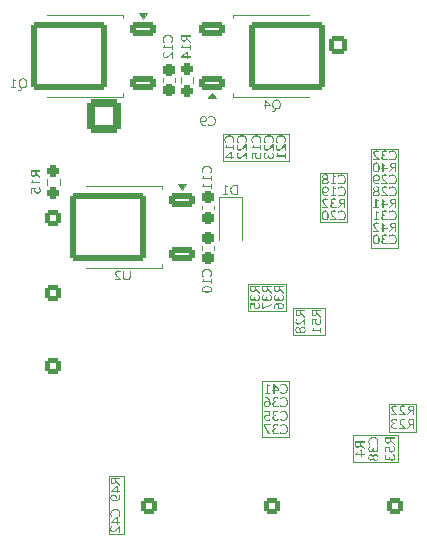
<source format=gbr>
%TF.GenerationSoftware,KiCad,Pcbnew,9.0.2*%
%TF.CreationDate,2025-10-15T23:03:26+09:00*%
%TF.ProjectId,Mother_v1_0_0,4d6f7468-6572-45f7-9631-5f305f302e6b,rev?*%
%TF.SameCoordinates,Original*%
%TF.FileFunction,Legend,Bot*%
%TF.FilePolarity,Positive*%
%FSLAX46Y46*%
G04 Gerber Fmt 4.6, Leading zero omitted, Abs format (unit mm)*
G04 Created by KiCad (PCBNEW 9.0.2) date 2025-10-15 23:03:26*
%MOMM*%
%LPD*%
G01*
G04 APERTURE LIST*
G04 Aperture macros list*
%AMRoundRect*
0 Rectangle with rounded corners*
0 $1 Rounding radius*
0 $2 $3 $4 $5 $6 $7 $8 $9 X,Y pos of 4 corners*
0 Add a 4 corners polygon primitive as box body*
4,1,4,$2,$3,$4,$5,$6,$7,$8,$9,$2,$3,0*
0 Add four circle primitives for the rounded corners*
1,1,$1+$1,$2,$3*
1,1,$1+$1,$4,$5*
1,1,$1+$1,$6,$7*
1,1,$1+$1,$8,$9*
0 Add four rect primitives between the rounded corners*
20,1,$1+$1,$2,$3,$4,$5,0*
20,1,$1+$1,$4,$5,$6,$7,0*
20,1,$1+$1,$6,$7,$8,$9,0*
20,1,$1+$1,$8,$9,$2,$3,0*%
G04 Aperture macros list end*
%ADD10C,0.100000*%
%ADD11C,0.150000*%
%ADD12C,0.200000*%
%ADD13C,0.120000*%
%ADD14C,0.100000*%
%ADD15C,0.900000*%
%ADD16RoundRect,0.195000X0.455000X-0.455000X0.455000X0.455000X-0.455000X0.455000X-0.455000X-0.455000X0*%
%ADD17C,1.300000*%
%ADD18C,3.200000*%
%ADD19RoundRect,0.195000X-0.455000X0.455000X-0.455000X-0.455000X0.455000X-0.455000X0.455000X0.455000X0*%
%ADD20C,3.250000*%
%ADD21C,1.890000*%
%ADD22R,1.900000X1.900000*%
%ADD23C,1.900000*%
%ADD24C,2.600000*%
%ADD25RoundRect,0.195000X0.455000X0.455000X-0.455000X0.455000X-0.455000X-0.455000X0.455000X-0.455000X0*%
%ADD26RoundRect,0.250000X-0.550000X0.550000X-0.550000X-0.550000X0.550000X-0.550000X0.550000X0.550000X0*%
%ADD27C,1.600000*%
%ADD28C,1.000000*%
%ADD29RoundRect,0.304348X1.095652X-1.095652X1.095652X1.095652X-1.095652X1.095652X-1.095652X-1.095652X0*%
%ADD30C,2.800000*%
%ADD31RoundRect,0.250000X0.850000X0.350000X-0.850000X0.350000X-0.850000X-0.350000X0.850000X-0.350000X0*%
%ADD32RoundRect,0.249997X2.950003X2.650003X-2.950003X2.650003X-2.950003X-2.650003X2.950003X-2.650003X0*%
%ADD33R,1.200000X1.200000*%
%ADD34RoundRect,0.237500X-0.237500X0.250000X-0.237500X-0.250000X0.237500X-0.250000X0.237500X0.250000X0*%
%ADD35RoundRect,0.237500X0.237500X-0.300000X0.237500X0.300000X-0.237500X0.300000X-0.237500X-0.300000X0*%
%ADD36RoundRect,0.250000X-0.850000X-0.350000X0.850000X-0.350000X0.850000X0.350000X-0.850000X0.350000X0*%
%ADD37RoundRect,0.249997X-2.950003X-2.650003X2.950003X-2.650003X2.950003X2.650003X-2.950003X2.650003X0*%
%ADD38RoundRect,0.237500X-0.237500X0.300000X-0.237500X-0.300000X0.237500X-0.300000X0.237500X0.300000X0*%
G04 APERTURE END LIST*
D10*
X164846000Y-102870000D02*
X168021000Y-102870000D01*
X168021000Y-105156000D01*
X164846000Y-105156000D01*
X164846000Y-102870000D01*
X176784000Y-113030000D02*
X179070000Y-113030000D01*
X179070000Y-115443000D01*
X176784000Y-115443000D01*
X176784000Y-113030000D01*
X170942000Y-93472000D02*
X173228000Y-93472000D01*
X173228000Y-97663000D01*
X170942000Y-97663000D01*
X170942000Y-93472000D01*
X162687000Y-90170000D02*
X168275000Y-90170000D01*
X168275000Y-92456000D01*
X162687000Y-92456000D01*
X162687000Y-90170000D01*
X175260000Y-91440000D02*
X177546000Y-91440000D01*
X177546000Y-99822000D01*
X175260000Y-99822000D01*
X175260000Y-91440000D01*
X168656000Y-104902000D02*
X171323000Y-104902000D01*
X171323000Y-107188000D01*
X168656000Y-107188000D01*
X168656000Y-104902000D01*
X165989000Y-111125000D02*
X168275000Y-111125000D01*
X168275000Y-115824000D01*
X165989000Y-115824000D01*
X165989000Y-111125000D01*
X153035000Y-119126000D02*
X154305000Y-119126000D01*
X154305000Y-124079000D01*
X153035000Y-124079000D01*
X153035000Y-119126000D01*
X173736000Y-115697000D02*
X177546000Y-115697000D01*
X177546000Y-117983000D01*
X173736000Y-117983000D01*
X173736000Y-115697000D01*
D11*
G36*
X161696315Y-89501631D02*
G01*
X161770541Y-89496688D01*
X161835290Y-89482590D01*
X161892000Y-89460070D01*
X161941848Y-89429346D01*
X161985694Y-89390110D01*
X162021787Y-89344253D01*
X162050556Y-89291123D01*
X162071969Y-89229624D01*
X162085534Y-89158366D01*
X162090328Y-89075720D01*
X162085535Y-88995027D01*
X162071904Y-88924703D01*
X162050253Y-88863283D01*
X162020978Y-88809524D01*
X161984034Y-88762454D01*
X161939363Y-88721967D01*
X161889132Y-88690438D01*
X161832554Y-88667458D01*
X161768536Y-88653147D01*
X161695729Y-88648149D01*
X161632040Y-88652457D01*
X161565863Y-88665699D01*
X161496581Y-88688575D01*
X161423594Y-88722057D01*
X161423594Y-88841980D01*
X161431263Y-88841980D01*
X161485368Y-88802316D01*
X161539095Y-88772619D01*
X161592828Y-88751969D01*
X161647040Y-88739752D01*
X161702275Y-88735685D01*
X161753856Y-88739554D01*
X161799366Y-88750672D01*
X161839802Y-88768638D01*
X161875947Y-88793513D01*
X161908318Y-88825811D01*
X161940068Y-88872460D01*
X161963740Y-88928417D01*
X161978867Y-88995503D01*
X161984278Y-89075965D01*
X161978790Y-89155757D01*
X161963428Y-89222374D01*
X161939343Y-89278042D01*
X161906950Y-89324555D01*
X161874048Y-89356730D01*
X161837628Y-89381466D01*
X161797201Y-89399287D01*
X161752036Y-89410280D01*
X161701200Y-89414094D01*
X161633086Y-89408627D01*
X161568967Y-89392454D01*
X161528687Y-89374983D01*
X161483095Y-89347467D01*
X161431263Y-89307800D01*
X161423594Y-89307800D01*
X161423594Y-89427235D01*
X161523667Y-89469978D01*
X161586748Y-89489126D01*
X161644254Y-89498621D01*
X161696315Y-89501631D01*
G37*
G36*
X161111710Y-88653334D02*
G01*
X161164056Y-88668361D01*
X161211204Y-88693009D01*
X161254040Y-88727821D01*
X161289247Y-88770112D01*
X161314275Y-88817324D01*
X161329613Y-88870442D01*
X161334934Y-88930836D01*
X161329984Y-88990140D01*
X161315962Y-89040402D01*
X161293530Y-89083276D01*
X161262540Y-89119977D01*
X161224476Y-89149309D01*
X161179857Y-89170745D01*
X161127411Y-89184228D01*
X161065485Y-89189000D01*
X161021262Y-89185459D01*
X160973494Y-89174352D01*
X160921445Y-89154697D01*
X160864375Y-89125204D01*
X160875656Y-89199476D01*
X160894184Y-89259298D01*
X160918924Y-89307146D01*
X160949438Y-89345015D01*
X160985923Y-89374315D01*
X161029196Y-89395754D01*
X161080618Y-89409285D01*
X161141982Y-89414094D01*
X161182314Y-89411501D01*
X161217784Y-89404083D01*
X161249107Y-89392210D01*
X161255652Y-89392210D01*
X161255652Y-89489028D01*
X161212981Y-89498233D01*
X161158395Y-89501631D01*
X161081159Y-89496101D01*
X161014443Y-89480374D01*
X160956546Y-89455266D01*
X160906116Y-89420925D01*
X160862226Y-89376823D01*
X160827023Y-89326279D01*
X160798635Y-89267280D01*
X160777317Y-89198533D01*
X160763730Y-89118473D01*
X160758911Y-89025309D01*
X160759781Y-89007332D01*
X160862763Y-89007332D01*
X160864375Y-89056327D01*
X160927143Y-89085814D01*
X160985252Y-89102415D01*
X161039791Y-89107716D01*
X161091443Y-89103902D01*
X161131599Y-89093537D01*
X161162613Y-89077736D01*
X161186288Y-89056865D01*
X161210426Y-89020725D01*
X161225305Y-88977968D01*
X161230544Y-88926830D01*
X161227205Y-88880660D01*
X161217826Y-88841928D01*
X161203040Y-88809358D01*
X161183015Y-88781945D01*
X161157558Y-88759285D01*
X161128152Y-88743041D01*
X161094017Y-88732969D01*
X161054054Y-88729433D01*
X161009175Y-88734178D01*
X160971450Y-88747702D01*
X160939347Y-88769766D01*
X160911954Y-88801240D01*
X160891917Y-88837603D01*
X160876509Y-88882820D01*
X160866426Y-88938696D01*
X160862763Y-89007332D01*
X160759781Y-89007332D01*
X160762721Y-88946569D01*
X160773329Y-88880628D01*
X160789716Y-88825630D01*
X160811179Y-88779938D01*
X160837362Y-88742182D01*
X160870783Y-88708573D01*
X160908343Y-88682638D01*
X160950612Y-88663861D01*
X160998445Y-88652212D01*
X161052931Y-88648149D01*
X161111710Y-88653334D01*
G37*
D12*
G36*
X165813000Y-103137976D02*
G01*
X165481611Y-103137976D01*
X165481611Y-103305722D01*
X165813000Y-103576783D01*
X165813000Y-103709602D01*
X165452741Y-103409037D01*
X165425494Y-103462215D01*
X165393713Y-103503530D01*
X165357426Y-103534786D01*
X165316125Y-103557115D01*
X165268820Y-103570894D01*
X165214116Y-103575708D01*
X165165305Y-103571064D01*
X165122847Y-103557703D01*
X165085474Y-103535857D01*
X165052330Y-103504926D01*
X165027840Y-103468508D01*
X165008578Y-103419465D01*
X164995615Y-103354505D01*
X164991153Y-103276217D01*
X165078317Y-103276217D01*
X165083445Y-103343063D01*
X165096980Y-103391474D01*
X165117023Y-103425862D01*
X165143039Y-103449461D01*
X165175953Y-103463940D01*
X165217975Y-103469120D01*
X165260812Y-103465656D01*
X165296061Y-103455975D01*
X165325148Y-103440720D01*
X165349133Y-103419930D01*
X165367140Y-103394453D01*
X165381186Y-103360450D01*
X165390582Y-103315735D01*
X165394074Y-103257655D01*
X165394074Y-103137976D01*
X165078317Y-103137976D01*
X165078317Y-103276217D01*
X164991153Y-103276217D01*
X164990780Y-103269672D01*
X164990780Y-103036322D01*
X165813000Y-103036322D01*
X165813000Y-103137976D01*
G37*
G36*
X165776852Y-103782679D02*
G01*
X165666063Y-103782679D01*
X165666063Y-103791423D01*
X165699683Y-103848966D01*
X165722906Y-103906019D01*
X165736566Y-103963125D01*
X165741094Y-104020914D01*
X165737812Y-104064364D01*
X165728505Y-104101534D01*
X165713661Y-104133490D01*
X165693321Y-104161060D01*
X165667755Y-104183671D01*
X165637730Y-104200003D01*
X165602357Y-104210210D01*
X165560404Y-104213817D01*
X165521034Y-104210527D01*
X165489471Y-104201426D01*
X165464152Y-104187207D01*
X165443949Y-104167899D01*
X165424781Y-104134994D01*
X165411632Y-104087140D01*
X165406579Y-104019253D01*
X165406579Y-103971186D01*
X165325295Y-103971186D01*
X165325295Y-104008360D01*
X165320589Y-104066333D01*
X165307721Y-104111717D01*
X165287877Y-104147139D01*
X165267282Y-104169123D01*
X165243372Y-104184612D01*
X165215495Y-104194121D01*
X165182609Y-104197453D01*
X165146519Y-104192362D01*
X165117532Y-104177836D01*
X165093900Y-104153440D01*
X165077380Y-104122579D01*
X165066626Y-104082986D01*
X165062685Y-104032393D01*
X165066951Y-103978451D01*
X165079923Y-103924160D01*
X165102158Y-103868919D01*
X165134591Y-103812184D01*
X165134591Y-103806175D01*
X165027026Y-103806175D01*
X164998061Y-103881160D01*
X164980880Y-103957238D01*
X164975149Y-104035178D01*
X164979002Y-104099749D01*
X164989684Y-104152888D01*
X165006186Y-104196488D01*
X165027954Y-104232135D01*
X165056929Y-104262843D01*
X165089775Y-104284285D01*
X165127273Y-104297317D01*
X165170690Y-104301842D01*
X165213015Y-104296724D01*
X165252028Y-104281484D01*
X165288806Y-104255387D01*
X165319241Y-104221810D01*
X165341121Y-104183321D01*
X165354849Y-104138981D01*
X165363300Y-104138981D01*
X165379162Y-104196943D01*
X165402210Y-104241184D01*
X165431875Y-104274407D01*
X165468652Y-104298302D01*
X165514032Y-104313347D01*
X165570320Y-104318744D01*
X165625179Y-104313412D01*
X165673595Y-104297966D01*
X165716902Y-104272519D01*
X165755993Y-104236238D01*
X165787115Y-104193145D01*
X165809677Y-104144133D01*
X165823716Y-104088106D01*
X165828631Y-104023649D01*
X165822917Y-103942029D01*
X165805768Y-103861948D01*
X165776852Y-103782679D01*
G37*
G36*
X165780857Y-104489176D02*
G01*
X165672316Y-104489176D01*
X165672316Y-104497920D01*
X165702994Y-104553002D01*
X165724307Y-104608005D01*
X165736905Y-104663414D01*
X165741094Y-104719790D01*
X165737660Y-104763659D01*
X165727905Y-104801231D01*
X165712301Y-104833600D01*
X165690829Y-104861598D01*
X165664068Y-104884384D01*
X165632661Y-104900898D01*
X165595691Y-104911236D01*
X165551904Y-104914891D01*
X165509654Y-104910467D01*
X165475449Y-104898059D01*
X165447508Y-104878102D01*
X165424793Y-104849848D01*
X165407153Y-104811483D01*
X165395348Y-104760324D01*
X165390948Y-104693021D01*
X165395705Y-104624868D01*
X165412832Y-104524689D01*
X164990780Y-104524689D01*
X164990780Y-105013810D01*
X165078317Y-105013810D01*
X165078317Y-104623070D01*
X165310543Y-104623070D01*
X165303411Y-104720328D01*
X165308082Y-104794929D01*
X165320951Y-104855378D01*
X165340732Y-104904158D01*
X165366768Y-104943321D01*
X165400962Y-104975758D01*
X165442067Y-104999252D01*
X165491499Y-105014022D01*
X165551269Y-105019281D01*
X165611057Y-105013871D01*
X165663411Y-104998291D01*
X165709760Y-104972861D01*
X165751108Y-104937020D01*
X165784380Y-104893796D01*
X165808433Y-104844395D01*
X165823389Y-104787643D01*
X165828631Y-104721988D01*
X165823092Y-104637074D01*
X165807012Y-104559846D01*
X165780857Y-104489176D01*
G37*
G36*
X177379677Y-98503000D02*
G01*
X177278023Y-98503000D01*
X177278023Y-98171611D01*
X177110277Y-98171611D01*
X176839216Y-98503000D01*
X176706397Y-98503000D01*
X177006962Y-98142741D01*
X176953784Y-98115494D01*
X176912469Y-98083713D01*
X176881213Y-98047426D01*
X176858884Y-98006125D01*
X176845105Y-97958820D01*
X176840631Y-97907975D01*
X176946879Y-97907975D01*
X176950343Y-97950812D01*
X176960024Y-97986061D01*
X176975279Y-98015148D01*
X176996069Y-98039133D01*
X177021546Y-98057140D01*
X177055549Y-98071186D01*
X177100264Y-98080582D01*
X177158344Y-98084074D01*
X177278023Y-98084074D01*
X177278023Y-97768317D01*
X177139782Y-97768317D01*
X177072936Y-97773445D01*
X177024525Y-97786980D01*
X176990137Y-97807023D01*
X176966538Y-97833039D01*
X176952059Y-97865953D01*
X176946879Y-97907975D01*
X176840631Y-97907975D01*
X176840291Y-97904116D01*
X176844935Y-97855305D01*
X176858296Y-97812847D01*
X176880142Y-97775474D01*
X176911073Y-97742330D01*
X176947491Y-97717840D01*
X176996534Y-97698578D01*
X177061494Y-97685615D01*
X177146327Y-97680780D01*
X177379677Y-97680780D01*
X177379677Y-98503000D01*
G37*
G36*
X176682510Y-98150362D02*
G01*
X176682510Y-98265400D01*
X176286299Y-98265400D01*
X176286299Y-98503000D01*
X176187967Y-98503000D01*
X176187967Y-98265400D01*
X176067165Y-98265400D01*
X176067165Y-98184116D01*
X176187967Y-98184116D01*
X176286299Y-98184116D01*
X176613683Y-98184116D01*
X176286299Y-97800508D01*
X176286299Y-98184116D01*
X176187967Y-98184116D01*
X176187967Y-97680780D01*
X176281952Y-97680780D01*
X176682510Y-98150362D01*
G37*
G36*
X175390172Y-98503000D02*
G01*
X175941038Y-98503000D01*
X175941038Y-98396852D01*
X175744569Y-98221974D01*
X175673213Y-98153151D01*
X175620265Y-98095150D01*
X175582538Y-98046510D01*
X175552193Y-97994119D01*
X175535031Y-97943980D01*
X175529489Y-97895030D01*
X175534758Y-97852383D01*
X175549634Y-97818148D01*
X175574038Y-97790348D01*
X175605746Y-97770136D01*
X175645386Y-97757312D01*
X175695085Y-97752685D01*
X175749629Y-97756980D01*
X175804131Y-97770000D01*
X175859192Y-97792243D01*
X175915343Y-97824591D01*
X175920814Y-97824591D01*
X175920814Y-97717759D01*
X175845800Y-97688356D01*
X175769905Y-97670948D01*
X175692350Y-97665149D01*
X175629833Y-97669407D01*
X175577358Y-97681351D01*
X175533255Y-97700115D01*
X175496174Y-97725379D01*
X175465079Y-97757901D01*
X175442971Y-97795377D01*
X175429338Y-97838794D01*
X175424562Y-97889608D01*
X175429175Y-97944173D01*
X175442880Y-97995903D01*
X175465836Y-98045057D01*
X175499984Y-98094528D01*
X175541299Y-98142529D01*
X175592894Y-98196426D01*
X175664936Y-98262971D01*
X175841533Y-98415463D01*
X175390172Y-98415463D01*
X175390172Y-98503000D01*
G37*
G36*
X177243000Y-115964976D02*
G01*
X176911611Y-115964976D01*
X176911611Y-116132722D01*
X177243000Y-116403783D01*
X177243000Y-116536602D01*
X176882741Y-116236037D01*
X176855494Y-116289215D01*
X176823713Y-116330530D01*
X176787426Y-116361786D01*
X176746125Y-116384115D01*
X176698820Y-116397894D01*
X176644116Y-116402708D01*
X176595305Y-116398064D01*
X176552847Y-116384703D01*
X176515474Y-116362857D01*
X176482330Y-116331926D01*
X176457840Y-116295508D01*
X176438578Y-116246465D01*
X176425615Y-116181505D01*
X176421153Y-116103217D01*
X176508317Y-116103217D01*
X176513445Y-116170063D01*
X176526980Y-116218474D01*
X176547023Y-116252862D01*
X176573039Y-116276461D01*
X176605953Y-116290940D01*
X176647975Y-116296120D01*
X176690812Y-116292656D01*
X176726061Y-116282975D01*
X176755148Y-116267720D01*
X176779133Y-116246930D01*
X176797140Y-116221453D01*
X176811186Y-116187450D01*
X176820582Y-116142735D01*
X176824074Y-116084655D01*
X176824074Y-115964976D01*
X176508317Y-115964976D01*
X176508317Y-116103217D01*
X176421153Y-116103217D01*
X176420780Y-116096672D01*
X176420780Y-115863322D01*
X177243000Y-115863322D01*
X177243000Y-115964976D01*
G37*
G36*
X177210857Y-116620573D02*
G01*
X177102316Y-116620573D01*
X177102316Y-116629316D01*
X177132994Y-116684399D01*
X177154307Y-116739401D01*
X177166905Y-116794810D01*
X177171094Y-116851187D01*
X177167660Y-116895055D01*
X177157905Y-116932627D01*
X177142301Y-116964996D01*
X177120829Y-116992994D01*
X177094068Y-117015780D01*
X177062661Y-117032294D01*
X177025691Y-117042632D01*
X176981904Y-117046288D01*
X176939654Y-117041863D01*
X176905449Y-117029456D01*
X176877508Y-117009498D01*
X176854793Y-116981244D01*
X176837153Y-116942879D01*
X176825348Y-116891720D01*
X176820948Y-116824418D01*
X176825705Y-116756264D01*
X176842832Y-116656085D01*
X176420780Y-116656085D01*
X176420780Y-117145206D01*
X176508317Y-117145206D01*
X176508317Y-116754466D01*
X176740543Y-116754466D01*
X176733411Y-116851724D01*
X176738082Y-116926326D01*
X176750951Y-116986774D01*
X176770732Y-117035555D01*
X176796768Y-117074718D01*
X176830962Y-117107155D01*
X176872067Y-117130648D01*
X176921499Y-117145418D01*
X176981269Y-117150677D01*
X177041057Y-117145268D01*
X177093411Y-117129688D01*
X177139760Y-117104257D01*
X177181108Y-117068416D01*
X177214380Y-117025193D01*
X177238433Y-116975792D01*
X177253389Y-116919040D01*
X177258631Y-116853385D01*
X177253092Y-116768471D01*
X177237012Y-116691242D01*
X177210857Y-116620573D01*
G37*
G36*
X177206852Y-117305283D02*
G01*
X177096063Y-117305283D01*
X177096063Y-117314027D01*
X177129683Y-117371570D01*
X177152906Y-117428622D01*
X177166566Y-117485728D01*
X177171094Y-117543517D01*
X177167812Y-117586968D01*
X177158505Y-117624138D01*
X177143661Y-117656094D01*
X177123321Y-117683664D01*
X177097755Y-117706274D01*
X177067730Y-117722607D01*
X177032357Y-117732813D01*
X176990404Y-117736420D01*
X176951034Y-117733130D01*
X176919471Y-117724029D01*
X176894152Y-117709811D01*
X176873949Y-117690503D01*
X176854781Y-117657597D01*
X176841632Y-117609743D01*
X176836579Y-117541857D01*
X176836579Y-117493790D01*
X176755295Y-117493790D01*
X176755295Y-117530963D01*
X176750589Y-117588937D01*
X176737721Y-117634320D01*
X176717877Y-117669742D01*
X176697282Y-117691726D01*
X176673372Y-117707215D01*
X176645495Y-117716724D01*
X176612609Y-117720056D01*
X176576519Y-117714965D01*
X176547532Y-117700440D01*
X176523900Y-117676044D01*
X176507380Y-117645183D01*
X176496626Y-117605589D01*
X176492685Y-117554997D01*
X176496951Y-117501054D01*
X176509923Y-117446764D01*
X176532158Y-117391522D01*
X176564591Y-117334787D01*
X176564591Y-117328779D01*
X176457026Y-117328779D01*
X176428061Y-117403763D01*
X176410880Y-117479842D01*
X176405149Y-117557781D01*
X176409002Y-117622353D01*
X176419684Y-117675492D01*
X176436186Y-117719091D01*
X176457954Y-117754739D01*
X176486929Y-117785447D01*
X176519775Y-117806889D01*
X176557273Y-117819920D01*
X176600690Y-117824446D01*
X176643015Y-117819327D01*
X176682028Y-117804088D01*
X176718806Y-117777991D01*
X176749241Y-117744414D01*
X176771121Y-117705925D01*
X176784849Y-117661584D01*
X176793300Y-117661584D01*
X176809162Y-117719546D01*
X176832210Y-117763788D01*
X176861875Y-117797011D01*
X176898652Y-117820906D01*
X176944032Y-117835950D01*
X177000320Y-117841347D01*
X177055179Y-117836015D01*
X177103595Y-117820570D01*
X177146902Y-117795123D01*
X177185993Y-117758842D01*
X177217115Y-117715749D01*
X177239677Y-117666737D01*
X177253716Y-117610710D01*
X177258631Y-117546253D01*
X177252917Y-117464633D01*
X177235768Y-117384551D01*
X177206852Y-117305283D01*
G37*
G36*
X177030117Y-94454631D02*
G01*
X177104343Y-94449688D01*
X177169092Y-94435590D01*
X177225802Y-94413070D01*
X177275650Y-94382346D01*
X177319496Y-94343110D01*
X177355589Y-94297253D01*
X177384358Y-94244123D01*
X177405771Y-94182624D01*
X177419336Y-94111366D01*
X177424130Y-94028720D01*
X177419337Y-93948027D01*
X177405706Y-93877703D01*
X177384055Y-93816283D01*
X177354780Y-93762524D01*
X177317836Y-93715454D01*
X177273165Y-93674967D01*
X177222934Y-93643438D01*
X177166356Y-93620458D01*
X177102338Y-93606147D01*
X177029531Y-93601149D01*
X176965842Y-93605457D01*
X176899665Y-93618699D01*
X176830383Y-93641575D01*
X176757396Y-93675057D01*
X176757396Y-93794980D01*
X176765065Y-93794980D01*
X176819170Y-93755316D01*
X176872897Y-93725619D01*
X176926630Y-93704969D01*
X176980842Y-93692752D01*
X177036077Y-93688685D01*
X177087658Y-93692554D01*
X177133168Y-93703672D01*
X177173604Y-93721638D01*
X177209749Y-93746513D01*
X177242120Y-93778811D01*
X177273870Y-93825460D01*
X177297542Y-93881417D01*
X177312669Y-93948503D01*
X177318080Y-94028965D01*
X177312592Y-94108757D01*
X177297230Y-94175374D01*
X177273145Y-94231042D01*
X177240752Y-94277555D01*
X177207850Y-94309730D01*
X177171430Y-94334466D01*
X177131003Y-94352287D01*
X177085838Y-94363280D01*
X177035002Y-94367094D01*
X176966888Y-94361627D01*
X176902769Y-94345454D01*
X176862489Y-94327983D01*
X176816897Y-94300467D01*
X176765065Y-94260800D01*
X176757396Y-94260800D01*
X176757396Y-94380235D01*
X176857469Y-94422978D01*
X176920550Y-94442126D01*
X176978056Y-94451621D01*
X177030117Y-94454631D01*
G37*
G36*
X176091639Y-94439000D02*
G01*
X176642504Y-94439000D01*
X176642504Y-94332852D01*
X176446035Y-94157974D01*
X176374680Y-94089151D01*
X176321731Y-94031150D01*
X176284004Y-93982510D01*
X176253660Y-93930119D01*
X176236497Y-93879980D01*
X176230955Y-93831030D01*
X176236224Y-93788383D01*
X176251100Y-93754148D01*
X176275505Y-93726348D01*
X176307212Y-93706136D01*
X176346852Y-93693312D01*
X176396551Y-93688685D01*
X176451095Y-93692980D01*
X176505597Y-93706000D01*
X176560659Y-93728243D01*
X176616810Y-93760591D01*
X176622281Y-93760591D01*
X176622281Y-93653759D01*
X176547266Y-93624356D01*
X176471372Y-93606948D01*
X176393816Y-93601149D01*
X176331300Y-93605407D01*
X176278825Y-93617351D01*
X176234721Y-93636115D01*
X176197640Y-93661379D01*
X176166545Y-93693901D01*
X176144437Y-93731377D01*
X176130804Y-93774794D01*
X176126028Y-93825608D01*
X176130642Y-93880173D01*
X176144346Y-93931903D01*
X176167303Y-93981057D01*
X176201450Y-94030528D01*
X176242765Y-94078529D01*
X176294360Y-94132426D01*
X176366402Y-94198971D01*
X176542999Y-94351463D01*
X176091639Y-94351463D01*
X176091639Y-94439000D01*
G37*
G36*
X175749908Y-93606334D02*
G01*
X175802255Y-93621361D01*
X175849402Y-93646009D01*
X175892239Y-93680821D01*
X175927445Y-93723112D01*
X175952473Y-93770324D01*
X175967811Y-93823442D01*
X175973132Y-93883836D01*
X175968182Y-93943140D01*
X175954161Y-93993402D01*
X175931728Y-94036276D01*
X175900739Y-94072977D01*
X175862675Y-94102309D01*
X175818055Y-94123745D01*
X175765609Y-94137228D01*
X175703683Y-94142000D01*
X175659460Y-94138459D01*
X175611692Y-94127352D01*
X175559644Y-94107697D01*
X175502574Y-94078204D01*
X175513855Y-94152476D01*
X175532382Y-94212298D01*
X175557122Y-94260146D01*
X175587636Y-94298015D01*
X175624121Y-94327315D01*
X175667395Y-94348754D01*
X175718816Y-94362285D01*
X175780180Y-94367094D01*
X175820512Y-94364501D01*
X175855982Y-94357083D01*
X175887305Y-94345210D01*
X175893851Y-94345210D01*
X175893851Y-94442028D01*
X175851179Y-94451233D01*
X175796593Y-94454631D01*
X175719358Y-94449101D01*
X175652641Y-94433374D01*
X175594744Y-94408266D01*
X175544314Y-94373925D01*
X175500424Y-94329823D01*
X175465221Y-94279279D01*
X175436834Y-94220280D01*
X175415516Y-94151533D01*
X175401928Y-94071473D01*
X175397110Y-93978309D01*
X175397980Y-93960332D01*
X175500962Y-93960332D01*
X175502574Y-94009327D01*
X175565341Y-94038814D01*
X175623450Y-94055415D01*
X175677989Y-94060716D01*
X175729641Y-94056902D01*
X175769797Y-94046537D01*
X175800811Y-94030736D01*
X175824486Y-94009865D01*
X175848625Y-93973725D01*
X175863503Y-93930968D01*
X175868743Y-93879830D01*
X175865403Y-93833660D01*
X175856024Y-93794928D01*
X175841238Y-93762358D01*
X175821213Y-93734945D01*
X175795756Y-93712285D01*
X175766350Y-93696041D01*
X175732216Y-93685969D01*
X175692253Y-93682433D01*
X175647374Y-93687178D01*
X175609648Y-93700702D01*
X175577545Y-93722766D01*
X175550152Y-93754240D01*
X175530115Y-93790603D01*
X175514707Y-93835820D01*
X175504625Y-93891696D01*
X175500962Y-93960332D01*
X175397980Y-93960332D01*
X175400919Y-93899569D01*
X175411527Y-93833628D01*
X175427915Y-93778630D01*
X175449377Y-93732938D01*
X175475561Y-93695182D01*
X175508981Y-93661573D01*
X175546542Y-93635638D01*
X175588811Y-93616861D01*
X175636643Y-93605212D01*
X175691129Y-93601149D01*
X175749908Y-93606334D01*
G37*
G36*
X167803117Y-113315631D02*
G01*
X167877343Y-113310688D01*
X167942092Y-113296590D01*
X167998802Y-113274070D01*
X168048650Y-113243346D01*
X168092496Y-113204110D01*
X168128589Y-113158253D01*
X168157358Y-113105123D01*
X168178771Y-113043624D01*
X168192336Y-112972366D01*
X168197130Y-112889720D01*
X168192337Y-112809027D01*
X168178706Y-112738703D01*
X168157055Y-112677283D01*
X168127780Y-112623524D01*
X168090836Y-112576454D01*
X168046165Y-112535967D01*
X167995934Y-112504438D01*
X167939356Y-112481458D01*
X167875338Y-112467147D01*
X167802531Y-112462149D01*
X167738842Y-112466457D01*
X167672665Y-112479699D01*
X167603383Y-112502575D01*
X167530396Y-112536057D01*
X167530396Y-112655980D01*
X167538065Y-112655980D01*
X167592170Y-112616316D01*
X167645897Y-112586619D01*
X167699630Y-112565969D01*
X167753842Y-112553752D01*
X167809077Y-112549685D01*
X167860658Y-112553554D01*
X167906168Y-112564672D01*
X167946604Y-112582638D01*
X167982749Y-112607513D01*
X168015120Y-112639811D01*
X168046870Y-112686460D01*
X168070542Y-112742417D01*
X168085669Y-112809503D01*
X168091080Y-112889965D01*
X168085592Y-112969757D01*
X168070230Y-113036374D01*
X168046145Y-113092042D01*
X168013752Y-113138555D01*
X167980850Y-113170730D01*
X167944430Y-113195466D01*
X167904003Y-113213287D01*
X167858838Y-113224280D01*
X167808002Y-113228094D01*
X167739888Y-113222627D01*
X167675769Y-113206454D01*
X167635489Y-113188983D01*
X167589897Y-113161467D01*
X167538065Y-113121800D01*
X167530396Y-113121800D01*
X167530396Y-113241235D01*
X167630469Y-113283978D01*
X167693550Y-113303126D01*
X167751056Y-113312621D01*
X167803117Y-113315631D01*
G37*
G36*
X167412182Y-113263852D02*
G01*
X167412182Y-113153063D01*
X167403438Y-113153063D01*
X167345895Y-113186683D01*
X167288843Y-113209906D01*
X167231737Y-113223566D01*
X167173948Y-113228094D01*
X167130497Y-113224812D01*
X167093328Y-113215505D01*
X167061372Y-113200661D01*
X167033801Y-113180321D01*
X167011191Y-113154755D01*
X166994858Y-113124730D01*
X166984652Y-113089357D01*
X166981045Y-113047404D01*
X166984335Y-113008034D01*
X166993436Y-112976471D01*
X167007655Y-112951152D01*
X167026963Y-112930949D01*
X167059868Y-112911781D01*
X167107722Y-112898632D01*
X167175609Y-112893579D01*
X167223676Y-112893579D01*
X167223676Y-112812295D01*
X167186502Y-112812295D01*
X167128529Y-112807589D01*
X167083145Y-112794721D01*
X167047723Y-112774877D01*
X167025739Y-112754282D01*
X167010250Y-112730372D01*
X167000741Y-112702495D01*
X166997409Y-112669609D01*
X167002500Y-112633519D01*
X167017026Y-112604532D01*
X167041422Y-112580900D01*
X167072283Y-112564380D01*
X167111876Y-112553626D01*
X167162468Y-112549685D01*
X167216411Y-112553951D01*
X167270701Y-112566923D01*
X167325943Y-112589158D01*
X167382678Y-112621591D01*
X167388686Y-112621591D01*
X167388686Y-112514026D01*
X167313702Y-112485061D01*
X167237624Y-112467880D01*
X167159684Y-112462149D01*
X167095113Y-112466002D01*
X167041973Y-112476684D01*
X166998374Y-112493186D01*
X166962727Y-112514954D01*
X166932018Y-112543929D01*
X166910576Y-112576775D01*
X166897545Y-112614273D01*
X166893020Y-112657690D01*
X166898138Y-112700015D01*
X166913377Y-112739028D01*
X166939475Y-112775806D01*
X166973051Y-112806241D01*
X167011540Y-112828121D01*
X167055881Y-112841849D01*
X167055881Y-112850300D01*
X166997919Y-112866162D01*
X166953678Y-112889210D01*
X166920454Y-112918875D01*
X166896560Y-112955652D01*
X166881515Y-113001032D01*
X166876118Y-113057320D01*
X166881450Y-113112179D01*
X166896895Y-113160595D01*
X166922343Y-113203902D01*
X166958623Y-113242993D01*
X167001717Y-113274115D01*
X167050728Y-113296677D01*
X167106755Y-113310716D01*
X167171212Y-113315631D01*
X167252832Y-113309917D01*
X167332914Y-113292768D01*
X167412182Y-113263852D01*
G37*
G36*
X166410475Y-112467679D02*
G01*
X166477051Y-112483420D01*
X166534916Y-112508570D01*
X166585406Y-112543000D01*
X166629433Y-112587250D01*
X166664752Y-112637915D01*
X166693212Y-112696962D01*
X166714568Y-112765670D01*
X166728171Y-112845583D01*
X166732992Y-112938471D01*
X166729303Y-113014554D01*
X166718969Y-113079144D01*
X166702890Y-113133834D01*
X166681687Y-113180029D01*
X166655665Y-113218911D01*
X166622551Y-113253472D01*
X166585071Y-113280129D01*
X166542633Y-113299438D01*
X166494324Y-113311437D01*
X166438972Y-113315631D01*
X166380180Y-113310459D01*
X166327827Y-113295473D01*
X166280685Y-113270899D01*
X166237863Y-113236203D01*
X166202646Y-113194004D01*
X166177620Y-113146909D01*
X166162287Y-113093939D01*
X166157297Y-113037438D01*
X166261359Y-113037438D01*
X166264688Y-113084148D01*
X166274006Y-113123043D01*
X166288630Y-113155477D01*
X166308351Y-113182519D01*
X166333479Y-113204782D01*
X166362825Y-113220823D01*
X166397226Y-113230821D01*
X166437849Y-113234347D01*
X166481027Y-113229732D01*
X166518032Y-113216467D01*
X166550204Y-113194644D01*
X166578337Y-113163321D01*
X166599165Y-113127160D01*
X166615060Y-113082653D01*
X166625399Y-113028129D01*
X166629140Y-112961625D01*
X166626942Y-112907306D01*
X166568653Y-112880192D01*
X166510823Y-112864396D01*
X166452650Y-112859190D01*
X166400663Y-112862988D01*
X166360330Y-112873295D01*
X166329260Y-112888980D01*
X166305616Y-112909651D01*
X166281410Y-112945513D01*
X166266565Y-112987554D01*
X166261359Y-113037438D01*
X166157297Y-113037438D01*
X166156969Y-113033726D01*
X166162146Y-112972601D01*
X166176692Y-112921830D01*
X166199792Y-112879452D01*
X166231561Y-112844047D01*
X166270528Y-112815779D01*
X166315152Y-112795230D01*
X166366484Y-112782407D01*
X166425881Y-112777906D01*
X166473487Y-112781380D01*
X166522545Y-112792035D01*
X166573554Y-112810423D01*
X166626990Y-112837355D01*
X166616436Y-112769892D01*
X166598512Y-112713203D01*
X166573910Y-112665613D01*
X166542824Y-112625792D01*
X166504424Y-112592979D01*
X166460293Y-112569418D01*
X166409311Y-112554809D01*
X166349921Y-112549685D01*
X166309589Y-112552279D01*
X166274120Y-112559697D01*
X166242796Y-112571570D01*
X166236251Y-112571570D01*
X166236251Y-112475191D01*
X166278086Y-112465704D01*
X166333508Y-112462149D01*
X166410475Y-112467679D01*
G37*
G36*
X178903677Y-113997000D02*
G01*
X178802023Y-113997000D01*
X178802023Y-113665611D01*
X178634277Y-113665611D01*
X178363216Y-113997000D01*
X178230397Y-113997000D01*
X178530962Y-113636741D01*
X178477784Y-113609494D01*
X178436469Y-113577713D01*
X178405213Y-113541426D01*
X178382884Y-113500125D01*
X178369105Y-113452820D01*
X178364631Y-113401975D01*
X178470879Y-113401975D01*
X178474343Y-113444812D01*
X178484024Y-113480061D01*
X178499279Y-113509148D01*
X178520069Y-113533133D01*
X178545546Y-113551140D01*
X178579549Y-113565186D01*
X178624264Y-113574582D01*
X178682344Y-113578074D01*
X178802023Y-113578074D01*
X178802023Y-113262317D01*
X178663782Y-113262317D01*
X178596936Y-113267445D01*
X178548525Y-113280980D01*
X178514137Y-113301023D01*
X178490538Y-113327039D01*
X178476059Y-113359953D01*
X178470879Y-113401975D01*
X178364631Y-113401975D01*
X178364291Y-113398116D01*
X178368935Y-113349305D01*
X178382296Y-113306847D01*
X178404142Y-113269474D01*
X178435073Y-113236330D01*
X178471491Y-113211840D01*
X178520534Y-113192578D01*
X178585494Y-113179615D01*
X178670327Y-113174780D01*
X178903677Y-113174780D01*
X178903677Y-113997000D01*
G37*
G36*
X177609776Y-113997000D02*
G01*
X178160641Y-113997000D01*
X178160641Y-113890852D01*
X177964172Y-113715974D01*
X177892817Y-113647151D01*
X177839869Y-113589150D01*
X177802142Y-113540510D01*
X177771797Y-113488119D01*
X177754634Y-113437980D01*
X177749092Y-113389030D01*
X177754361Y-113346383D01*
X177769237Y-113312148D01*
X177793642Y-113284348D01*
X177825350Y-113264136D01*
X177864989Y-113251312D01*
X177914689Y-113246685D01*
X177969232Y-113250980D01*
X178023735Y-113264000D01*
X178078796Y-113286243D01*
X178134947Y-113318591D01*
X178140418Y-113318591D01*
X178140418Y-113211759D01*
X178065404Y-113182356D01*
X177989509Y-113164948D01*
X177911953Y-113159149D01*
X177849437Y-113163407D01*
X177796962Y-113175351D01*
X177752858Y-113194115D01*
X177715777Y-113219379D01*
X177684682Y-113251901D01*
X177662574Y-113289377D01*
X177648941Y-113332794D01*
X177644165Y-113383608D01*
X177648779Y-113438173D01*
X177662484Y-113489903D01*
X177685440Y-113539057D01*
X177719588Y-113588528D01*
X177760903Y-113636529D01*
X177812498Y-113690426D01*
X177884539Y-113756971D01*
X178061137Y-113909463D01*
X177609776Y-113909463D01*
X177609776Y-113997000D01*
G37*
G36*
X176914172Y-113997000D02*
G01*
X177465038Y-113997000D01*
X177465038Y-113890852D01*
X177268569Y-113715974D01*
X177197213Y-113647151D01*
X177144265Y-113589150D01*
X177106538Y-113540510D01*
X177076193Y-113488119D01*
X177059031Y-113437980D01*
X177053489Y-113389030D01*
X177058758Y-113346383D01*
X177073634Y-113312148D01*
X177098038Y-113284348D01*
X177129746Y-113264136D01*
X177169386Y-113251312D01*
X177219085Y-113246685D01*
X177273629Y-113250980D01*
X177328131Y-113264000D01*
X177383192Y-113286243D01*
X177439343Y-113318591D01*
X177444814Y-113318591D01*
X177444814Y-113211759D01*
X177369800Y-113182356D01*
X177293905Y-113164948D01*
X177216350Y-113159149D01*
X177153833Y-113163407D01*
X177101358Y-113175351D01*
X177057255Y-113194115D01*
X177020174Y-113219379D01*
X176989079Y-113251901D01*
X176966971Y-113289377D01*
X176953338Y-113332794D01*
X176948562Y-113383608D01*
X176953175Y-113438173D01*
X176966880Y-113489903D01*
X176989836Y-113539057D01*
X177023984Y-113588528D01*
X177065299Y-113636529D01*
X177116894Y-113690426D01*
X177188936Y-113756971D01*
X177365533Y-113909463D01*
X176914172Y-113909463D01*
X176914172Y-113997000D01*
G37*
G36*
X167803117Y-114458631D02*
G01*
X167877343Y-114453688D01*
X167942092Y-114439590D01*
X167998802Y-114417070D01*
X168048650Y-114386346D01*
X168092496Y-114347110D01*
X168128589Y-114301253D01*
X168157358Y-114248123D01*
X168178771Y-114186624D01*
X168192336Y-114115366D01*
X168197130Y-114032720D01*
X168192337Y-113952027D01*
X168178706Y-113881703D01*
X168157055Y-113820283D01*
X168127780Y-113766524D01*
X168090836Y-113719454D01*
X168046165Y-113678967D01*
X167995934Y-113647438D01*
X167939356Y-113624458D01*
X167875338Y-113610147D01*
X167802531Y-113605149D01*
X167738842Y-113609457D01*
X167672665Y-113622699D01*
X167603383Y-113645575D01*
X167530396Y-113679057D01*
X167530396Y-113798980D01*
X167538065Y-113798980D01*
X167592170Y-113759316D01*
X167645897Y-113729619D01*
X167699630Y-113708969D01*
X167753842Y-113696752D01*
X167809077Y-113692685D01*
X167860658Y-113696554D01*
X167906168Y-113707672D01*
X167946604Y-113725638D01*
X167982749Y-113750513D01*
X168015120Y-113782811D01*
X168046870Y-113829460D01*
X168070542Y-113885417D01*
X168085669Y-113952503D01*
X168091080Y-114032965D01*
X168085592Y-114112757D01*
X168070230Y-114179374D01*
X168046145Y-114235042D01*
X168013752Y-114281555D01*
X167980850Y-114313730D01*
X167944430Y-114338466D01*
X167904003Y-114356287D01*
X167858838Y-114367280D01*
X167808002Y-114371094D01*
X167739888Y-114365627D01*
X167675769Y-114349454D01*
X167635489Y-114331983D01*
X167589897Y-114304467D01*
X167538065Y-114264800D01*
X167530396Y-114264800D01*
X167530396Y-114384235D01*
X167630469Y-114426978D01*
X167693550Y-114446126D01*
X167751056Y-114455621D01*
X167803117Y-114458631D01*
G37*
G36*
X167412182Y-114406852D02*
G01*
X167412182Y-114296063D01*
X167403438Y-114296063D01*
X167345895Y-114329683D01*
X167288843Y-114352906D01*
X167231737Y-114366566D01*
X167173948Y-114371094D01*
X167130497Y-114367812D01*
X167093328Y-114358505D01*
X167061372Y-114343661D01*
X167033801Y-114323321D01*
X167011191Y-114297755D01*
X166994858Y-114267730D01*
X166984652Y-114232357D01*
X166981045Y-114190404D01*
X166984335Y-114151034D01*
X166993436Y-114119471D01*
X167007655Y-114094152D01*
X167026963Y-114073949D01*
X167059868Y-114054781D01*
X167107722Y-114041632D01*
X167175609Y-114036579D01*
X167223676Y-114036579D01*
X167223676Y-113955295D01*
X167186502Y-113955295D01*
X167128529Y-113950589D01*
X167083145Y-113937721D01*
X167047723Y-113917877D01*
X167025739Y-113897282D01*
X167010250Y-113873372D01*
X167000741Y-113845495D01*
X166997409Y-113812609D01*
X167002500Y-113776519D01*
X167017026Y-113747532D01*
X167041422Y-113723900D01*
X167072283Y-113707380D01*
X167111876Y-113696626D01*
X167162468Y-113692685D01*
X167216411Y-113696951D01*
X167270701Y-113709923D01*
X167325943Y-113732158D01*
X167382678Y-113764591D01*
X167388686Y-113764591D01*
X167388686Y-113657026D01*
X167313702Y-113628061D01*
X167237624Y-113610880D01*
X167159684Y-113605149D01*
X167095113Y-113609002D01*
X167041973Y-113619684D01*
X166998374Y-113636186D01*
X166962727Y-113657954D01*
X166932018Y-113686929D01*
X166910576Y-113719775D01*
X166897545Y-113757273D01*
X166893020Y-113800690D01*
X166898138Y-113843015D01*
X166913377Y-113882028D01*
X166939475Y-113918806D01*
X166973051Y-113949241D01*
X167011540Y-113971121D01*
X167055881Y-113984849D01*
X167055881Y-113993300D01*
X166997919Y-114009162D01*
X166953678Y-114032210D01*
X166920454Y-114061875D01*
X166896560Y-114098652D01*
X166881515Y-114144032D01*
X166876118Y-114200320D01*
X166881450Y-114255179D01*
X166896895Y-114303595D01*
X166922343Y-114346902D01*
X166958623Y-114385993D01*
X167001717Y-114417115D01*
X167050728Y-114439677D01*
X167106755Y-114453716D01*
X167171212Y-114458631D01*
X167252832Y-114452917D01*
X167332914Y-114435768D01*
X167412182Y-114406852D01*
G37*
G36*
X166705685Y-114410857D02*
G01*
X166705685Y-114302316D01*
X166696942Y-114302316D01*
X166641859Y-114332994D01*
X166586857Y-114354307D01*
X166531448Y-114366905D01*
X166475071Y-114371094D01*
X166431203Y-114367660D01*
X166393631Y-114357905D01*
X166361262Y-114342301D01*
X166333264Y-114320829D01*
X166310478Y-114294068D01*
X166293964Y-114262661D01*
X166283626Y-114225691D01*
X166279970Y-114181904D01*
X166284395Y-114139654D01*
X166296802Y-114105449D01*
X166316760Y-114077508D01*
X166345014Y-114054793D01*
X166383379Y-114037153D01*
X166434538Y-114025348D01*
X166501840Y-114020948D01*
X166569994Y-114025705D01*
X166670173Y-114042832D01*
X166670173Y-113620780D01*
X166181052Y-113620780D01*
X166181052Y-113708317D01*
X166571792Y-113708317D01*
X166571792Y-113940543D01*
X166474534Y-113933411D01*
X166399932Y-113938082D01*
X166339484Y-113950951D01*
X166290703Y-113970732D01*
X166251540Y-113996768D01*
X166219103Y-114030962D01*
X166195610Y-114072067D01*
X166180840Y-114121499D01*
X166175581Y-114181269D01*
X166180990Y-114241057D01*
X166196570Y-114293411D01*
X166222001Y-114339760D01*
X166257842Y-114381108D01*
X166301065Y-114414380D01*
X166350466Y-114438433D01*
X166407219Y-114453389D01*
X166472873Y-114458631D01*
X166557787Y-114453092D01*
X166635016Y-114437012D01*
X166705685Y-114410857D01*
G37*
G36*
X168016131Y-90681882D02*
G01*
X168011188Y-90607656D01*
X167997090Y-90542907D01*
X167974570Y-90486197D01*
X167943846Y-90436349D01*
X167904610Y-90392503D01*
X167858753Y-90356410D01*
X167805623Y-90327641D01*
X167744124Y-90306228D01*
X167672866Y-90292663D01*
X167590220Y-90287869D01*
X167509527Y-90292662D01*
X167439203Y-90306293D01*
X167377783Y-90327944D01*
X167324024Y-90357219D01*
X167276954Y-90394163D01*
X167236467Y-90438834D01*
X167204938Y-90489065D01*
X167181958Y-90545643D01*
X167167647Y-90609661D01*
X167162649Y-90682468D01*
X167166957Y-90746157D01*
X167180199Y-90812334D01*
X167203075Y-90881616D01*
X167236557Y-90954603D01*
X167356480Y-90954603D01*
X167356480Y-90946934D01*
X167316816Y-90892829D01*
X167287119Y-90839102D01*
X167266469Y-90785369D01*
X167254252Y-90731157D01*
X167250185Y-90675922D01*
X167254054Y-90624341D01*
X167265172Y-90578831D01*
X167283138Y-90538395D01*
X167308013Y-90502250D01*
X167340311Y-90469879D01*
X167386960Y-90438129D01*
X167442917Y-90414457D01*
X167510003Y-90399330D01*
X167590465Y-90393919D01*
X167670257Y-90399407D01*
X167736874Y-90414769D01*
X167792542Y-90438854D01*
X167839055Y-90471247D01*
X167871230Y-90504149D01*
X167895966Y-90540569D01*
X167913787Y-90580996D01*
X167924780Y-90626161D01*
X167928594Y-90676997D01*
X167923127Y-90745111D01*
X167906954Y-90809230D01*
X167889483Y-90849510D01*
X167861967Y-90895102D01*
X167822300Y-90946934D01*
X167822300Y-90954603D01*
X167941735Y-90954603D01*
X167984478Y-90854530D01*
X168003626Y-90791449D01*
X168013121Y-90733943D01*
X168016131Y-90681882D01*
G37*
G36*
X168000500Y-91620360D02*
G01*
X168000500Y-91069495D01*
X167894352Y-91069495D01*
X167719474Y-91265964D01*
X167650651Y-91337319D01*
X167592650Y-91390268D01*
X167544010Y-91427995D01*
X167491619Y-91458339D01*
X167441480Y-91475502D01*
X167392530Y-91481044D01*
X167349883Y-91475775D01*
X167315648Y-91460899D01*
X167287848Y-91436494D01*
X167267636Y-91404787D01*
X167254812Y-91365147D01*
X167250185Y-91315448D01*
X167254480Y-91260904D01*
X167267500Y-91206402D01*
X167289743Y-91151340D01*
X167322091Y-91095189D01*
X167322091Y-91089718D01*
X167215259Y-91089718D01*
X167185856Y-91164733D01*
X167168448Y-91240627D01*
X167162649Y-91318183D01*
X167166907Y-91380699D01*
X167178851Y-91433174D01*
X167197615Y-91477278D01*
X167222879Y-91514359D01*
X167255401Y-91545454D01*
X167292877Y-91567562D01*
X167336294Y-91581195D01*
X167387108Y-91585971D01*
X167441673Y-91581357D01*
X167493403Y-91567653D01*
X167542557Y-91544696D01*
X167592028Y-91510549D01*
X167640029Y-91469234D01*
X167693926Y-91417639D01*
X167760471Y-91345597D01*
X167912963Y-91169000D01*
X167912963Y-91620360D01*
X168000500Y-91620360D01*
G37*
G36*
X168000500Y-92268972D02*
G01*
X168000500Y-91830702D01*
X167925468Y-91830702D01*
X167925468Y-92002307D01*
X167359606Y-92002307D01*
X167359606Y-91830702D01*
X167293954Y-91830702D01*
X167289663Y-91897908D01*
X167279374Y-91943990D01*
X167265084Y-91974415D01*
X167243131Y-91998519D01*
X167213852Y-92014747D01*
X167175154Y-92023068D01*
X167175154Y-92100688D01*
X167925468Y-92100688D01*
X167925468Y-92268972D01*
X168000500Y-92268972D01*
G37*
G36*
X172712117Y-95466631D02*
G01*
X172786343Y-95461688D01*
X172851092Y-95447590D01*
X172907802Y-95425070D01*
X172957650Y-95394346D01*
X173001496Y-95355110D01*
X173037589Y-95309253D01*
X173066358Y-95256123D01*
X173087771Y-95194624D01*
X173101336Y-95123366D01*
X173106130Y-95040720D01*
X173101337Y-94960027D01*
X173087706Y-94889703D01*
X173066055Y-94828283D01*
X173036780Y-94774524D01*
X172999836Y-94727454D01*
X172955165Y-94686967D01*
X172904934Y-94655438D01*
X172848356Y-94632458D01*
X172784338Y-94618147D01*
X172711531Y-94613149D01*
X172647842Y-94617457D01*
X172581665Y-94630699D01*
X172512383Y-94653575D01*
X172439396Y-94687057D01*
X172439396Y-94806980D01*
X172447065Y-94806980D01*
X172501170Y-94767316D01*
X172554897Y-94737619D01*
X172608630Y-94716969D01*
X172662842Y-94704752D01*
X172718077Y-94700685D01*
X172769658Y-94704554D01*
X172815168Y-94715672D01*
X172855604Y-94733638D01*
X172891749Y-94758513D01*
X172924120Y-94790811D01*
X172955870Y-94837460D01*
X172979542Y-94893417D01*
X172994669Y-94960503D01*
X173000080Y-95040965D01*
X172994592Y-95120757D01*
X172979230Y-95187374D01*
X172955145Y-95243042D01*
X172922752Y-95289555D01*
X172889850Y-95321730D01*
X172853430Y-95346466D01*
X172813003Y-95364287D01*
X172767838Y-95375280D01*
X172717002Y-95379094D01*
X172648888Y-95373627D01*
X172584769Y-95357454D01*
X172544489Y-95339983D01*
X172498897Y-95312467D01*
X172447065Y-95272800D01*
X172439396Y-95272800D01*
X172439396Y-95392235D01*
X172539469Y-95434978D01*
X172602550Y-95454126D01*
X172660056Y-95463621D01*
X172712117Y-95466631D01*
G37*
G36*
X171820631Y-95451000D02*
G01*
X172258900Y-95451000D01*
X172258900Y-95375968D01*
X172087295Y-95375968D01*
X172087295Y-94810106D01*
X172258900Y-94810106D01*
X172258900Y-94744454D01*
X172191695Y-94740163D01*
X172145613Y-94729874D01*
X172115188Y-94715584D01*
X172091084Y-94693631D01*
X172074856Y-94664352D01*
X172066535Y-94625654D01*
X171988914Y-94625654D01*
X171988914Y-95375968D01*
X171820631Y-95375968D01*
X171820631Y-95451000D01*
G37*
G36*
X171431908Y-94618334D02*
G01*
X171484255Y-94633361D01*
X171531402Y-94658009D01*
X171574239Y-94692821D01*
X171609445Y-94735112D01*
X171634473Y-94782324D01*
X171649811Y-94835442D01*
X171655132Y-94895836D01*
X171650182Y-94955140D01*
X171636161Y-95005402D01*
X171613728Y-95048276D01*
X171582739Y-95084977D01*
X171544675Y-95114309D01*
X171500055Y-95135745D01*
X171447609Y-95149228D01*
X171385683Y-95154000D01*
X171341460Y-95150459D01*
X171293692Y-95139352D01*
X171241644Y-95119697D01*
X171184574Y-95090204D01*
X171195855Y-95164476D01*
X171214382Y-95224298D01*
X171239122Y-95272146D01*
X171269636Y-95310015D01*
X171306121Y-95339315D01*
X171349395Y-95360754D01*
X171400816Y-95374285D01*
X171462180Y-95379094D01*
X171502512Y-95376501D01*
X171537982Y-95369083D01*
X171569305Y-95357210D01*
X171575851Y-95357210D01*
X171575851Y-95454028D01*
X171533179Y-95463233D01*
X171478593Y-95466631D01*
X171401358Y-95461101D01*
X171334641Y-95445374D01*
X171276744Y-95420266D01*
X171226314Y-95385925D01*
X171182424Y-95341823D01*
X171147221Y-95291279D01*
X171118834Y-95232280D01*
X171097516Y-95163533D01*
X171083928Y-95083473D01*
X171079110Y-94990309D01*
X171079980Y-94972332D01*
X171182962Y-94972332D01*
X171184574Y-95021327D01*
X171247341Y-95050814D01*
X171305450Y-95067415D01*
X171359989Y-95072716D01*
X171411641Y-95068902D01*
X171451797Y-95058537D01*
X171482811Y-95042736D01*
X171506486Y-95021865D01*
X171530625Y-94985725D01*
X171545503Y-94942968D01*
X171550743Y-94891830D01*
X171547403Y-94845660D01*
X171538024Y-94806928D01*
X171523238Y-94774358D01*
X171503213Y-94746945D01*
X171477756Y-94724285D01*
X171448350Y-94708041D01*
X171414216Y-94697969D01*
X171374253Y-94694433D01*
X171329374Y-94699178D01*
X171291648Y-94712702D01*
X171259545Y-94734766D01*
X171232152Y-94766240D01*
X171212115Y-94802603D01*
X171196707Y-94847820D01*
X171186625Y-94903696D01*
X171182962Y-94972332D01*
X171079980Y-94972332D01*
X171082919Y-94911569D01*
X171093527Y-94845628D01*
X171109915Y-94790630D01*
X171131377Y-94744938D01*
X171157561Y-94707182D01*
X171190981Y-94673573D01*
X171228542Y-94647638D01*
X171270811Y-94628861D01*
X171318643Y-94617212D01*
X171373129Y-94613149D01*
X171431908Y-94618334D01*
G37*
G36*
X177379677Y-93423000D02*
G01*
X177278023Y-93423000D01*
X177278023Y-93091611D01*
X177110277Y-93091611D01*
X176839216Y-93423000D01*
X176706397Y-93423000D01*
X177006962Y-93062741D01*
X176953784Y-93035494D01*
X176912469Y-93003713D01*
X176881213Y-92967426D01*
X176858884Y-92926125D01*
X176845105Y-92878820D01*
X176840631Y-92827975D01*
X176946879Y-92827975D01*
X176950343Y-92870812D01*
X176960024Y-92906061D01*
X176975279Y-92935148D01*
X176996069Y-92959133D01*
X177021546Y-92977140D01*
X177055549Y-92991186D01*
X177100264Y-93000582D01*
X177158344Y-93004074D01*
X177278023Y-93004074D01*
X177278023Y-92688317D01*
X177139782Y-92688317D01*
X177072936Y-92693445D01*
X177024525Y-92706980D01*
X176990137Y-92727023D01*
X176966538Y-92753039D01*
X176952059Y-92785953D01*
X176946879Y-92827975D01*
X176840631Y-92827975D01*
X176840291Y-92824116D01*
X176844935Y-92775305D01*
X176858296Y-92732847D01*
X176880142Y-92695474D01*
X176911073Y-92662330D01*
X176947491Y-92637840D01*
X176996534Y-92618578D01*
X177061494Y-92605615D01*
X177146327Y-92600780D01*
X177379677Y-92600780D01*
X177379677Y-93423000D01*
G37*
G36*
X176682510Y-93070362D02*
G01*
X176682510Y-93185400D01*
X176286299Y-93185400D01*
X176286299Y-93423000D01*
X176187967Y-93423000D01*
X176187967Y-93185400D01*
X176067165Y-93185400D01*
X176067165Y-93104116D01*
X176187967Y-93104116D01*
X176286299Y-93104116D01*
X176613683Y-93104116D01*
X176286299Y-92720508D01*
X176286299Y-93104116D01*
X176187967Y-93104116D01*
X176187967Y-92600780D01*
X176281952Y-92600780D01*
X176682510Y-93070362D01*
G37*
G36*
X175730260Y-92589757D02*
G01*
X175779030Y-92602789D01*
X175820549Y-92623563D01*
X175856000Y-92652106D01*
X175886083Y-92689147D01*
X175913285Y-92741306D01*
X175934830Y-92809888D01*
X175949302Y-92898774D01*
X175954666Y-93012427D01*
X175949315Y-93126161D01*
X175934889Y-93214960D01*
X175913434Y-93283339D01*
X175886376Y-93335219D01*
X175856422Y-93371988D01*
X175821026Y-93400362D01*
X175779469Y-93421042D01*
X175730546Y-93434033D01*
X175672664Y-93438631D01*
X175615062Y-93434032D01*
X175566330Y-93421031D01*
X175524886Y-93400317D01*
X175489541Y-93371872D01*
X175459586Y-93334974D01*
X175432511Y-93282956D01*
X175411040Y-93214398D01*
X175396602Y-93125371D01*
X175391247Y-93011353D01*
X175495636Y-93011353D01*
X175499210Y-93116108D01*
X175508528Y-93192422D01*
X175521751Y-93246280D01*
X175537451Y-93282902D01*
X175561585Y-93315474D01*
X175591325Y-93338272D01*
X175627712Y-93352346D01*
X175672664Y-93357347D01*
X175717642Y-93352349D01*
X175754102Y-93338278D01*
X175783950Y-93315478D01*
X175808218Y-93282902D01*
X175824032Y-93246263D01*
X175837329Y-93192530D01*
X175846690Y-93116553D01*
X175850277Y-93012427D01*
X175846677Y-92907353D01*
X175837296Y-92830941D01*
X175823997Y-92777129D01*
X175808218Y-92740634D01*
X175783965Y-92708180D01*
X175754125Y-92685452D01*
X175717660Y-92671419D01*
X175672664Y-92666433D01*
X175627502Y-92671521D01*
X175591016Y-92685838D01*
X175561246Y-92709054D01*
X175537158Y-92742295D01*
X175521469Y-92779562D01*
X175508343Y-92833484D01*
X175499147Y-92908904D01*
X175495636Y-93011353D01*
X175391247Y-93011353D01*
X175396613Y-92898653D01*
X175411114Y-92810226D01*
X175432747Y-92741728D01*
X175460124Y-92689392D01*
X175490325Y-92652189D01*
X175525773Y-92623566D01*
X175567147Y-92602771D01*
X175615598Y-92589748D01*
X175672664Y-92585149D01*
X175730260Y-92589757D01*
G37*
G36*
X177379677Y-96471000D02*
G01*
X177278023Y-96471000D01*
X177278023Y-96139611D01*
X177110277Y-96139611D01*
X176839216Y-96471000D01*
X176706397Y-96471000D01*
X177006962Y-96110741D01*
X176953784Y-96083494D01*
X176912469Y-96051713D01*
X176881213Y-96015426D01*
X176858884Y-95974125D01*
X176845105Y-95926820D01*
X176840631Y-95875975D01*
X176946879Y-95875975D01*
X176950343Y-95918812D01*
X176960024Y-95954061D01*
X176975279Y-95983148D01*
X176996069Y-96007133D01*
X177021546Y-96025140D01*
X177055549Y-96039186D01*
X177100264Y-96048582D01*
X177158344Y-96052074D01*
X177278023Y-96052074D01*
X177278023Y-95736317D01*
X177139782Y-95736317D01*
X177072936Y-95741445D01*
X177024525Y-95754980D01*
X176990137Y-95775023D01*
X176966538Y-95801039D01*
X176952059Y-95833953D01*
X176946879Y-95875975D01*
X176840631Y-95875975D01*
X176840291Y-95872116D01*
X176844935Y-95823305D01*
X176858296Y-95780847D01*
X176880142Y-95743474D01*
X176911073Y-95710330D01*
X176947491Y-95685840D01*
X176996534Y-95666578D01*
X177061494Y-95653615D01*
X177146327Y-95648780D01*
X177379677Y-95648780D01*
X177379677Y-96471000D01*
G37*
G36*
X176682510Y-96118362D02*
G01*
X176682510Y-96233400D01*
X176286299Y-96233400D01*
X176286299Y-96471000D01*
X176187967Y-96471000D01*
X176187967Y-96233400D01*
X176067165Y-96233400D01*
X176067165Y-96152116D01*
X176187967Y-96152116D01*
X176286299Y-96152116D01*
X176613683Y-96152116D01*
X176286299Y-95768508D01*
X176286299Y-96152116D01*
X176187967Y-96152116D01*
X176187967Y-95648780D01*
X176281952Y-95648780D01*
X176682510Y-96118362D01*
G37*
G36*
X175437165Y-96471000D02*
G01*
X175875434Y-96471000D01*
X175875434Y-96395968D01*
X175703829Y-96395968D01*
X175703829Y-95830106D01*
X175875434Y-95830106D01*
X175875434Y-95764454D01*
X175808229Y-95760163D01*
X175762146Y-95749874D01*
X175731722Y-95735584D01*
X175707618Y-95713631D01*
X175691389Y-95684352D01*
X175683068Y-95645654D01*
X175605448Y-95645654D01*
X175605448Y-96395968D01*
X175437165Y-96395968D01*
X175437165Y-96471000D01*
G37*
G36*
X163669631Y-90685882D02*
G01*
X163664688Y-90611656D01*
X163650590Y-90546907D01*
X163628070Y-90490197D01*
X163597346Y-90440349D01*
X163558110Y-90396503D01*
X163512253Y-90360410D01*
X163459123Y-90331641D01*
X163397624Y-90310228D01*
X163326366Y-90296663D01*
X163243720Y-90291869D01*
X163163027Y-90296662D01*
X163092703Y-90310293D01*
X163031283Y-90331944D01*
X162977524Y-90361219D01*
X162930454Y-90398163D01*
X162889967Y-90442834D01*
X162858438Y-90493065D01*
X162835458Y-90549643D01*
X162821147Y-90613661D01*
X162816149Y-90686468D01*
X162820457Y-90750157D01*
X162833699Y-90816334D01*
X162856575Y-90885616D01*
X162890057Y-90958603D01*
X163009980Y-90958603D01*
X163009980Y-90950934D01*
X162970316Y-90896829D01*
X162940619Y-90843102D01*
X162919969Y-90789369D01*
X162907752Y-90735157D01*
X162903685Y-90679922D01*
X162907554Y-90628341D01*
X162918672Y-90582831D01*
X162936638Y-90542395D01*
X162961513Y-90506250D01*
X162993811Y-90473879D01*
X163040460Y-90442129D01*
X163096417Y-90418457D01*
X163163503Y-90403330D01*
X163243965Y-90397919D01*
X163323757Y-90403407D01*
X163390374Y-90418769D01*
X163446042Y-90442854D01*
X163492555Y-90475247D01*
X163524730Y-90508149D01*
X163549466Y-90544569D01*
X163567287Y-90584996D01*
X163578280Y-90630161D01*
X163582094Y-90680997D01*
X163576627Y-90749111D01*
X163560454Y-90813230D01*
X163542983Y-90853510D01*
X163515467Y-90899102D01*
X163475800Y-90950934D01*
X163475800Y-90958603D01*
X163595235Y-90958603D01*
X163637978Y-90858530D01*
X163657126Y-90795449D01*
X163666621Y-90737943D01*
X163669631Y-90685882D01*
G37*
G36*
X163654000Y-91577368D02*
G01*
X163654000Y-91139099D01*
X163578968Y-91139099D01*
X163578968Y-91310704D01*
X163013106Y-91310704D01*
X163013106Y-91139099D01*
X162947454Y-91139099D01*
X162943163Y-91206304D01*
X162932874Y-91252386D01*
X162918584Y-91282811D01*
X162896631Y-91306915D01*
X162867352Y-91323143D01*
X162828654Y-91331464D01*
X162828654Y-91409085D01*
X163578968Y-91409085D01*
X163578968Y-91577368D01*
X163654000Y-91577368D01*
G37*
G36*
X163416400Y-92119441D02*
G01*
X163654000Y-92119441D01*
X163654000Y-92217773D01*
X163416400Y-92217773D01*
X163416400Y-92338575D01*
X163335116Y-92338575D01*
X163335116Y-92217773D01*
X162831780Y-92217773D01*
X162831780Y-92123788D01*
X162836876Y-92119441D01*
X162951508Y-92119441D01*
X163335116Y-92119441D01*
X163335116Y-91792057D01*
X162951508Y-92119441D01*
X162836876Y-92119441D01*
X163301362Y-91723230D01*
X163416400Y-91723230D01*
X163416400Y-92119441D01*
G37*
G36*
X154002000Y-119393976D02*
G01*
X153670611Y-119393976D01*
X153670611Y-119561722D01*
X154002000Y-119832783D01*
X154002000Y-119965602D01*
X153641741Y-119665037D01*
X153614494Y-119718215D01*
X153582713Y-119759530D01*
X153546426Y-119790786D01*
X153505125Y-119813115D01*
X153457820Y-119826894D01*
X153403116Y-119831708D01*
X153354305Y-119827064D01*
X153311847Y-119813703D01*
X153274474Y-119791857D01*
X153241330Y-119760926D01*
X153216840Y-119724508D01*
X153197578Y-119675465D01*
X153184615Y-119610505D01*
X153180153Y-119532217D01*
X153267317Y-119532217D01*
X153272445Y-119599063D01*
X153285980Y-119647474D01*
X153306023Y-119681862D01*
X153332039Y-119705461D01*
X153364953Y-119719940D01*
X153406975Y-119725120D01*
X153449812Y-119721656D01*
X153485061Y-119711975D01*
X153514148Y-119696720D01*
X153538133Y-119675930D01*
X153556140Y-119650453D01*
X153570186Y-119616450D01*
X153579582Y-119571735D01*
X153583074Y-119513655D01*
X153583074Y-119393976D01*
X153267317Y-119393976D01*
X153267317Y-119532217D01*
X153180153Y-119532217D01*
X153179780Y-119525672D01*
X153179780Y-119292322D01*
X154002000Y-119292322D01*
X154002000Y-119393976D01*
G37*
G36*
X153764400Y-120385700D02*
G01*
X154002000Y-120385700D01*
X154002000Y-120484032D01*
X153764400Y-120484032D01*
X153764400Y-120604834D01*
X153683116Y-120604834D01*
X153683116Y-120484032D01*
X153179780Y-120484032D01*
X153179780Y-120390047D01*
X153184876Y-120385700D01*
X153299508Y-120385700D01*
X153683116Y-120385700D01*
X153683116Y-120058316D01*
X153299508Y-120385700D01*
X153184876Y-120385700D01*
X153649362Y-119989489D01*
X153764400Y-119989489D01*
X153764400Y-120385700D01*
G37*
G36*
X153506140Y-120709679D02*
G01*
X153556402Y-120723701D01*
X153599276Y-120746134D01*
X153635977Y-120777123D01*
X153665309Y-120815187D01*
X153686745Y-120859807D01*
X153700228Y-120912252D01*
X153705000Y-120974178D01*
X153701459Y-121018401D01*
X153690352Y-121066170D01*
X153670697Y-121118218D01*
X153641204Y-121175288D01*
X153715476Y-121164007D01*
X153775298Y-121145479D01*
X153823146Y-121120740D01*
X153861015Y-121090226D01*
X153890315Y-121053740D01*
X153911754Y-121010467D01*
X153925285Y-120959046D01*
X153930094Y-120897681D01*
X153927501Y-120857349D01*
X153920083Y-120821880D01*
X153908210Y-120790557D01*
X153908210Y-120784011D01*
X154005028Y-120784011D01*
X154014233Y-120826682D01*
X154017631Y-120881268D01*
X154012101Y-120958504D01*
X153996374Y-121025221D01*
X153971266Y-121083117D01*
X153936925Y-121133547D01*
X153892823Y-121177437D01*
X153842279Y-121212641D01*
X153783280Y-121241028D01*
X153714533Y-121262346D01*
X153634473Y-121275934D01*
X153541309Y-121280752D01*
X153462569Y-121276942D01*
X153396628Y-121266334D01*
X153341630Y-121249947D01*
X153295938Y-121228485D01*
X153258182Y-121202301D01*
X153224573Y-121168880D01*
X153198638Y-121131320D01*
X153179861Y-121089051D01*
X153168212Y-121041218D01*
X153164149Y-120986732D01*
X153164248Y-120985609D01*
X153245433Y-120985609D01*
X153250178Y-121030488D01*
X153263702Y-121068213D01*
X153285766Y-121100317D01*
X153317240Y-121127709D01*
X153353603Y-121147747D01*
X153398820Y-121163154D01*
X153454696Y-121173237D01*
X153523332Y-121176900D01*
X153572327Y-121175288D01*
X153601814Y-121112521D01*
X153618415Y-121054411D01*
X153623716Y-120999873D01*
X153619902Y-120948221D01*
X153609537Y-120908064D01*
X153593736Y-120877051D01*
X153572865Y-120853376D01*
X153536725Y-120829237D01*
X153493968Y-120814359D01*
X153442830Y-120809119D01*
X153396660Y-120812459D01*
X153357928Y-120821838D01*
X153325358Y-120836624D01*
X153297945Y-120856649D01*
X153275285Y-120882106D01*
X153259041Y-120911512D01*
X153248969Y-120945646D01*
X153245433Y-120985609D01*
X153164248Y-120985609D01*
X153169334Y-120927954D01*
X153184361Y-120875607D01*
X153209009Y-120828460D01*
X153243821Y-120785623D01*
X153286112Y-120750416D01*
X153333324Y-120725389D01*
X153386442Y-120710050D01*
X153446836Y-120704730D01*
X153506140Y-120709679D01*
G37*
G36*
X174694500Y-116312777D02*
G01*
X174363111Y-116312777D01*
X174363111Y-116480523D01*
X174694500Y-116751584D01*
X174694500Y-116884403D01*
X174334241Y-116583838D01*
X174306994Y-116637016D01*
X174275213Y-116678331D01*
X174238926Y-116709587D01*
X174197625Y-116731916D01*
X174150320Y-116745695D01*
X174095616Y-116750509D01*
X174046805Y-116745865D01*
X174004347Y-116732504D01*
X173966974Y-116710658D01*
X173933830Y-116679727D01*
X173909340Y-116643309D01*
X173890078Y-116594266D01*
X173877115Y-116529306D01*
X173872653Y-116451018D01*
X173959817Y-116451018D01*
X173964945Y-116517864D01*
X173978480Y-116566275D01*
X173998523Y-116600663D01*
X174024539Y-116624262D01*
X174057453Y-116638741D01*
X174099475Y-116643921D01*
X174142312Y-116640457D01*
X174177561Y-116630776D01*
X174206648Y-116615521D01*
X174230633Y-116594731D01*
X174248640Y-116569254D01*
X174262686Y-116535251D01*
X174272082Y-116490536D01*
X174275574Y-116432456D01*
X174275574Y-116312777D01*
X173959817Y-116312777D01*
X173959817Y-116451018D01*
X173872653Y-116451018D01*
X173872280Y-116444473D01*
X173872280Y-116211123D01*
X174694500Y-116211123D01*
X174694500Y-116312777D01*
G37*
G36*
X174456900Y-117304501D02*
G01*
X174694500Y-117304501D01*
X174694500Y-117402833D01*
X174456900Y-117402833D01*
X174456900Y-117523635D01*
X174375616Y-117523635D01*
X174375616Y-117402833D01*
X173872280Y-117402833D01*
X173872280Y-117308848D01*
X173877376Y-117304501D01*
X173992008Y-117304501D01*
X174375616Y-117304501D01*
X174375616Y-116977117D01*
X173992008Y-117304501D01*
X173877376Y-117304501D01*
X174341862Y-116908290D01*
X174456900Y-116908290D01*
X174456900Y-117304501D01*
G37*
G36*
X177030117Y-95470631D02*
G01*
X177104343Y-95465688D01*
X177169092Y-95451590D01*
X177225802Y-95429070D01*
X177275650Y-95398346D01*
X177319496Y-95359110D01*
X177355589Y-95313253D01*
X177384358Y-95260123D01*
X177405771Y-95198624D01*
X177419336Y-95127366D01*
X177424130Y-95044720D01*
X177419337Y-94964027D01*
X177405706Y-94893703D01*
X177384055Y-94832283D01*
X177354780Y-94778524D01*
X177317836Y-94731454D01*
X177273165Y-94690967D01*
X177222934Y-94659438D01*
X177166356Y-94636458D01*
X177102338Y-94622147D01*
X177029531Y-94617149D01*
X176965842Y-94621457D01*
X176899665Y-94634699D01*
X176830383Y-94657575D01*
X176757396Y-94691057D01*
X176757396Y-94810980D01*
X176765065Y-94810980D01*
X176819170Y-94771316D01*
X176872897Y-94741619D01*
X176926630Y-94720969D01*
X176980842Y-94708752D01*
X177036077Y-94704685D01*
X177087658Y-94708554D01*
X177133168Y-94719672D01*
X177173604Y-94737638D01*
X177209749Y-94762513D01*
X177242120Y-94794811D01*
X177273870Y-94841460D01*
X177297542Y-94897417D01*
X177312669Y-94964503D01*
X177318080Y-95044965D01*
X177312592Y-95124757D01*
X177297230Y-95191374D01*
X177273145Y-95247042D01*
X177240752Y-95293555D01*
X177207850Y-95325730D01*
X177171430Y-95350466D01*
X177131003Y-95368287D01*
X177085838Y-95379280D01*
X177035002Y-95383094D01*
X176966888Y-95377627D01*
X176902769Y-95361454D01*
X176862489Y-95343983D01*
X176816897Y-95316467D01*
X176765065Y-95276800D01*
X176757396Y-95276800D01*
X176757396Y-95396235D01*
X176857469Y-95438978D01*
X176920550Y-95458126D01*
X176978056Y-95467621D01*
X177030117Y-95470631D01*
G37*
G36*
X176091639Y-95455000D02*
G01*
X176642504Y-95455000D01*
X176642504Y-95348852D01*
X176446035Y-95173974D01*
X176374680Y-95105151D01*
X176321731Y-95047150D01*
X176284004Y-94998510D01*
X176253660Y-94946119D01*
X176236497Y-94895980D01*
X176230955Y-94847030D01*
X176236224Y-94804383D01*
X176251100Y-94770148D01*
X176275505Y-94742348D01*
X176307212Y-94722136D01*
X176346852Y-94709312D01*
X176396551Y-94704685D01*
X176451095Y-94708980D01*
X176505597Y-94722000D01*
X176560659Y-94744243D01*
X176616810Y-94776591D01*
X176622281Y-94776591D01*
X176622281Y-94669759D01*
X176547266Y-94640356D01*
X176471372Y-94622948D01*
X176393816Y-94617149D01*
X176331300Y-94621407D01*
X176278825Y-94633351D01*
X176234721Y-94652115D01*
X176197640Y-94677379D01*
X176166545Y-94709901D01*
X176144437Y-94747377D01*
X176130804Y-94790794D01*
X176126028Y-94841608D01*
X176130642Y-94896173D01*
X176144346Y-94947903D01*
X176167303Y-94997057D01*
X176201450Y-95046528D01*
X176242765Y-95094529D01*
X176294360Y-95148426D01*
X176366402Y-95214971D01*
X176542999Y-95367463D01*
X176091639Y-95367463D01*
X176091639Y-95455000D01*
G37*
G36*
X175736971Y-94618126D02*
G01*
X175787504Y-94629845D01*
X175831832Y-94648630D01*
X175870892Y-94674399D01*
X175904461Y-94707323D01*
X175927648Y-94743320D01*
X175941550Y-94783094D01*
X175946314Y-94827784D01*
X175941462Y-94869639D01*
X175927063Y-94908072D01*
X175902536Y-94944125D01*
X175866265Y-94978411D01*
X175815742Y-95011064D01*
X175815742Y-95017561D01*
X175865270Y-95044165D01*
X175903370Y-95073825D01*
X175931819Y-95106474D01*
X175951838Y-95142445D01*
X175964003Y-95182448D01*
X175968198Y-95227512D01*
X175963065Y-95280368D01*
X175948264Y-95326472D01*
X175923993Y-95367200D01*
X175889503Y-95403464D01*
X175848611Y-95431873D01*
X175800828Y-95452775D01*
X175744868Y-95465963D01*
X175679113Y-95470631D01*
X175617773Y-95465961D01*
X175563661Y-95452538D01*
X175515576Y-95430828D01*
X175472581Y-95400729D01*
X175435944Y-95362888D01*
X175410530Y-95321637D01*
X175395260Y-95276187D01*
X175391117Y-95235914D01*
X175496028Y-95235914D01*
X175499339Y-95272381D01*
X175508761Y-95303397D01*
X175523964Y-95330012D01*
X175545219Y-95352955D01*
X175580294Y-95375915D01*
X175623795Y-95390396D01*
X175677989Y-95395600D01*
X175730367Y-95389899D01*
X175774391Y-95373629D01*
X175811883Y-95346995D01*
X175834679Y-95321032D01*
X175850899Y-95291654D01*
X175860872Y-95258181D01*
X175864346Y-95219647D01*
X175859747Y-95174682D01*
X175846377Y-95134874D01*
X175824211Y-95099086D01*
X175792341Y-95066592D01*
X175749064Y-95037149D01*
X175636881Y-95079729D01*
X175583760Y-95102899D01*
X175545007Y-95127196D01*
X175518450Y-95154727D01*
X175506448Y-95176266D01*
X175498789Y-95202907D01*
X175496028Y-95235914D01*
X175391117Y-95235914D01*
X175390027Y-95225314D01*
X175394244Y-95182998D01*
X175406559Y-95144997D01*
X175427045Y-95110337D01*
X175456521Y-95078373D01*
X175496489Y-95048849D01*
X175549029Y-95021908D01*
X175549029Y-95014874D01*
X175508438Y-94992241D01*
X175475115Y-94965024D01*
X175448205Y-94933053D01*
X175427787Y-94896711D01*
X175415840Y-94859494D01*
X175412012Y-94822166D01*
X175512979Y-94822166D01*
X175516998Y-94863684D01*
X175528719Y-94900933D01*
X175548151Y-94934835D01*
X175575978Y-94966015D01*
X175613509Y-94994748D01*
X175690407Y-94968289D01*
X175746599Y-94942987D01*
X175786237Y-94919033D01*
X175811850Y-94896523D01*
X175829249Y-94872155D01*
X175839545Y-94845478D01*
X175843048Y-94815669D01*
X175837917Y-94780031D01*
X175822972Y-94749949D01*
X175797424Y-94723981D01*
X175765320Y-94705122D01*
X175726607Y-94693275D01*
X175679650Y-94689054D01*
X175630285Y-94693621D01*
X175590520Y-94706328D01*
X175558359Y-94726423D01*
X175532979Y-94753895D01*
X175518085Y-94785344D01*
X175512979Y-94822166D01*
X175412012Y-94822166D01*
X175411862Y-94820701D01*
X175416552Y-94776160D01*
X175430148Y-94737114D01*
X175452667Y-94702351D01*
X175485086Y-94671127D01*
X175522822Y-94647082D01*
X175566918Y-94629283D01*
X175618528Y-94618015D01*
X175679064Y-94614023D01*
X175736971Y-94618126D01*
G37*
G36*
X167803117Y-115601631D02*
G01*
X167877343Y-115596688D01*
X167942092Y-115582590D01*
X167998802Y-115560070D01*
X168048650Y-115529346D01*
X168092496Y-115490110D01*
X168128589Y-115444253D01*
X168157358Y-115391123D01*
X168178771Y-115329624D01*
X168192336Y-115258366D01*
X168197130Y-115175720D01*
X168192337Y-115095027D01*
X168178706Y-115024703D01*
X168157055Y-114963283D01*
X168127780Y-114909524D01*
X168090836Y-114862454D01*
X168046165Y-114821967D01*
X167995934Y-114790438D01*
X167939356Y-114767458D01*
X167875338Y-114753147D01*
X167802531Y-114748149D01*
X167738842Y-114752457D01*
X167672665Y-114765699D01*
X167603383Y-114788575D01*
X167530396Y-114822057D01*
X167530396Y-114941980D01*
X167538065Y-114941980D01*
X167592170Y-114902316D01*
X167645897Y-114872619D01*
X167699630Y-114851969D01*
X167753842Y-114839752D01*
X167809077Y-114835685D01*
X167860658Y-114839554D01*
X167906168Y-114850672D01*
X167946604Y-114868638D01*
X167982749Y-114893513D01*
X168015120Y-114925811D01*
X168046870Y-114972460D01*
X168070542Y-115028417D01*
X168085669Y-115095503D01*
X168091080Y-115175965D01*
X168085592Y-115255757D01*
X168070230Y-115322374D01*
X168046145Y-115378042D01*
X168013752Y-115424555D01*
X167980850Y-115456730D01*
X167944430Y-115481466D01*
X167904003Y-115499287D01*
X167858838Y-115510280D01*
X167808002Y-115514094D01*
X167739888Y-115508627D01*
X167675769Y-115492454D01*
X167635489Y-115474983D01*
X167589897Y-115447467D01*
X167538065Y-115407800D01*
X167530396Y-115407800D01*
X167530396Y-115527235D01*
X167630469Y-115569978D01*
X167693550Y-115589126D01*
X167751056Y-115598621D01*
X167803117Y-115601631D01*
G37*
G36*
X167412182Y-115549852D02*
G01*
X167412182Y-115439063D01*
X167403438Y-115439063D01*
X167345895Y-115472683D01*
X167288843Y-115495906D01*
X167231737Y-115509566D01*
X167173948Y-115514094D01*
X167130497Y-115510812D01*
X167093328Y-115501505D01*
X167061372Y-115486661D01*
X167033801Y-115466321D01*
X167011191Y-115440755D01*
X166994858Y-115410730D01*
X166984652Y-115375357D01*
X166981045Y-115333404D01*
X166984335Y-115294034D01*
X166993436Y-115262471D01*
X167007655Y-115237152D01*
X167026963Y-115216949D01*
X167059868Y-115197781D01*
X167107722Y-115184632D01*
X167175609Y-115179579D01*
X167223676Y-115179579D01*
X167223676Y-115098295D01*
X167186502Y-115098295D01*
X167128529Y-115093589D01*
X167083145Y-115080721D01*
X167047723Y-115060877D01*
X167025739Y-115040282D01*
X167010250Y-115016372D01*
X167000741Y-114988495D01*
X166997409Y-114955609D01*
X167002500Y-114919519D01*
X167017026Y-114890532D01*
X167041422Y-114866900D01*
X167072283Y-114850380D01*
X167111876Y-114839626D01*
X167162468Y-114835685D01*
X167216411Y-114839951D01*
X167270701Y-114852923D01*
X167325943Y-114875158D01*
X167382678Y-114907591D01*
X167388686Y-114907591D01*
X167388686Y-114800026D01*
X167313702Y-114771061D01*
X167237624Y-114753880D01*
X167159684Y-114748149D01*
X167095113Y-114752002D01*
X167041973Y-114762684D01*
X166998374Y-114779186D01*
X166962727Y-114800954D01*
X166932018Y-114829929D01*
X166910576Y-114862775D01*
X166897545Y-114900273D01*
X166893020Y-114943690D01*
X166898138Y-114986015D01*
X166913377Y-115025028D01*
X166939475Y-115061806D01*
X166973051Y-115092241D01*
X167011540Y-115114121D01*
X167055881Y-115127849D01*
X167055881Y-115136300D01*
X166997919Y-115152162D01*
X166953678Y-115175210D01*
X166920454Y-115204875D01*
X166896560Y-115241652D01*
X166881515Y-115287032D01*
X166876118Y-115343320D01*
X166881450Y-115398179D01*
X166896895Y-115446595D01*
X166922343Y-115489902D01*
X166958623Y-115528993D01*
X167001717Y-115560115D01*
X167050728Y-115582677D01*
X167106755Y-115596716D01*
X167171212Y-115601631D01*
X167252832Y-115595917D01*
X167332914Y-115578768D01*
X167412182Y-115549852D01*
G37*
G36*
X166166837Y-114877011D02*
G01*
X166536279Y-115586000D01*
X166646090Y-115586000D01*
X166253152Y-114851317D01*
X166723711Y-114851317D01*
X166723711Y-114763780D01*
X166166837Y-114763780D01*
X166166837Y-114877011D01*
G37*
G36*
X164714131Y-90681882D02*
G01*
X164709188Y-90607656D01*
X164695090Y-90542907D01*
X164672570Y-90486197D01*
X164641846Y-90436349D01*
X164602610Y-90392503D01*
X164556753Y-90356410D01*
X164503623Y-90327641D01*
X164442124Y-90306228D01*
X164370866Y-90292663D01*
X164288220Y-90287869D01*
X164207527Y-90292662D01*
X164137203Y-90306293D01*
X164075783Y-90327944D01*
X164022024Y-90357219D01*
X163974954Y-90394163D01*
X163934467Y-90438834D01*
X163902938Y-90489065D01*
X163879958Y-90545643D01*
X163865647Y-90609661D01*
X163860649Y-90682468D01*
X163864957Y-90746157D01*
X163878199Y-90812334D01*
X163901075Y-90881616D01*
X163934557Y-90954603D01*
X164054480Y-90954603D01*
X164054480Y-90946934D01*
X164014816Y-90892829D01*
X163985119Y-90839102D01*
X163964469Y-90785369D01*
X163952252Y-90731157D01*
X163948185Y-90675922D01*
X163952054Y-90624341D01*
X163963172Y-90578831D01*
X163981138Y-90538395D01*
X164006013Y-90502250D01*
X164038311Y-90469879D01*
X164084960Y-90438129D01*
X164140917Y-90414457D01*
X164208003Y-90399330D01*
X164288465Y-90393919D01*
X164368257Y-90399407D01*
X164434874Y-90414769D01*
X164490542Y-90438854D01*
X164537055Y-90471247D01*
X164569230Y-90504149D01*
X164593966Y-90540569D01*
X164611787Y-90580996D01*
X164622780Y-90626161D01*
X164626594Y-90676997D01*
X164621127Y-90745111D01*
X164604954Y-90809230D01*
X164587483Y-90849510D01*
X164559967Y-90895102D01*
X164520300Y-90946934D01*
X164520300Y-90954603D01*
X164639735Y-90954603D01*
X164682478Y-90854530D01*
X164701626Y-90791449D01*
X164711121Y-90733943D01*
X164714131Y-90681882D01*
G37*
G36*
X164698500Y-91620360D02*
G01*
X164698500Y-91069495D01*
X164592352Y-91069495D01*
X164417474Y-91265964D01*
X164348651Y-91337319D01*
X164290650Y-91390268D01*
X164242010Y-91427995D01*
X164189619Y-91458339D01*
X164139480Y-91475502D01*
X164090530Y-91481044D01*
X164047883Y-91475775D01*
X164013648Y-91460899D01*
X163985848Y-91436494D01*
X163965636Y-91404787D01*
X163952812Y-91365147D01*
X163948185Y-91315448D01*
X163952480Y-91260904D01*
X163965500Y-91206402D01*
X163987743Y-91151340D01*
X164020091Y-91095189D01*
X164020091Y-91089718D01*
X163913259Y-91089718D01*
X163883856Y-91164733D01*
X163866448Y-91240627D01*
X163860649Y-91318183D01*
X163864907Y-91380699D01*
X163876851Y-91433174D01*
X163895615Y-91477278D01*
X163920879Y-91514359D01*
X163953401Y-91545454D01*
X163990877Y-91567562D01*
X164034294Y-91581195D01*
X164085108Y-91585971D01*
X164139673Y-91581357D01*
X164191403Y-91567653D01*
X164240557Y-91544696D01*
X164290028Y-91510549D01*
X164338029Y-91469234D01*
X164391926Y-91417639D01*
X164458471Y-91345597D01*
X164610963Y-91169000D01*
X164610963Y-91620360D01*
X164698500Y-91620360D01*
G37*
G36*
X164698500Y-92315964D02*
G01*
X164698500Y-91765099D01*
X164592352Y-91765099D01*
X164417474Y-91961568D01*
X164348651Y-92032923D01*
X164290650Y-92085871D01*
X164242010Y-92123598D01*
X164189619Y-92153943D01*
X164139480Y-92171106D01*
X164090530Y-92176648D01*
X164047883Y-92171379D01*
X164013648Y-92156503D01*
X163985848Y-92132098D01*
X163965636Y-92100390D01*
X163952812Y-92060751D01*
X163948185Y-92011051D01*
X163952480Y-91956508D01*
X163965500Y-91902005D01*
X163987743Y-91846944D01*
X164020091Y-91790793D01*
X164020091Y-91785322D01*
X163913259Y-91785322D01*
X163883856Y-91860336D01*
X163866448Y-91936231D01*
X163860649Y-92013787D01*
X163864907Y-92076303D01*
X163876851Y-92128778D01*
X163895615Y-92172882D01*
X163920879Y-92209963D01*
X163953401Y-92241058D01*
X163990877Y-92263166D01*
X164034294Y-92276799D01*
X164085108Y-92281575D01*
X164139673Y-92276961D01*
X164191403Y-92263256D01*
X164240557Y-92240300D01*
X164290028Y-92206152D01*
X164338029Y-92164837D01*
X164391926Y-92113242D01*
X164458471Y-92041201D01*
X164610963Y-91864603D01*
X164610963Y-92315964D01*
X164698500Y-92315964D01*
G37*
G36*
X165955631Y-90685882D02*
G01*
X165950688Y-90611656D01*
X165936590Y-90546907D01*
X165914070Y-90490197D01*
X165883346Y-90440349D01*
X165844110Y-90396503D01*
X165798253Y-90360410D01*
X165745123Y-90331641D01*
X165683624Y-90310228D01*
X165612366Y-90296663D01*
X165529720Y-90291869D01*
X165449027Y-90296662D01*
X165378703Y-90310293D01*
X165317283Y-90331944D01*
X165263524Y-90361219D01*
X165216454Y-90398163D01*
X165175967Y-90442834D01*
X165144438Y-90493065D01*
X165121458Y-90549643D01*
X165107147Y-90613661D01*
X165102149Y-90686468D01*
X165106457Y-90750157D01*
X165119699Y-90816334D01*
X165142575Y-90885616D01*
X165176057Y-90958603D01*
X165295980Y-90958603D01*
X165295980Y-90950934D01*
X165256316Y-90896829D01*
X165226619Y-90843102D01*
X165205969Y-90789369D01*
X165193752Y-90735157D01*
X165189685Y-90679922D01*
X165193554Y-90628341D01*
X165204672Y-90582831D01*
X165222638Y-90542395D01*
X165247513Y-90506250D01*
X165279811Y-90473879D01*
X165326460Y-90442129D01*
X165382417Y-90418457D01*
X165449503Y-90403330D01*
X165529965Y-90397919D01*
X165609757Y-90403407D01*
X165676374Y-90418769D01*
X165732042Y-90442854D01*
X165778555Y-90475247D01*
X165810730Y-90508149D01*
X165835466Y-90544569D01*
X165853287Y-90584996D01*
X165864280Y-90630161D01*
X165868094Y-90680997D01*
X165862627Y-90749111D01*
X165846454Y-90813230D01*
X165828983Y-90853510D01*
X165801467Y-90899102D01*
X165761800Y-90950934D01*
X165761800Y-90958603D01*
X165881235Y-90958603D01*
X165923978Y-90858530D01*
X165943126Y-90795449D01*
X165952621Y-90737943D01*
X165955631Y-90685882D01*
G37*
G36*
X165940000Y-91577368D02*
G01*
X165940000Y-91139099D01*
X165864968Y-91139099D01*
X165864968Y-91310704D01*
X165299106Y-91310704D01*
X165299106Y-91139099D01*
X165233454Y-91139099D01*
X165229163Y-91206304D01*
X165218874Y-91252386D01*
X165204584Y-91282811D01*
X165182631Y-91306915D01*
X165153352Y-91323143D01*
X165114654Y-91331464D01*
X165114654Y-91409085D01*
X165864968Y-91409085D01*
X165864968Y-91577368D01*
X165940000Y-91577368D01*
G37*
G36*
X165907857Y-91783314D02*
G01*
X165799316Y-91783314D01*
X165799316Y-91792057D01*
X165829994Y-91847140D01*
X165851307Y-91902142D01*
X165863905Y-91957551D01*
X165868094Y-92013928D01*
X165864660Y-92057796D01*
X165854905Y-92095368D01*
X165839301Y-92127737D01*
X165817829Y-92155735D01*
X165791068Y-92178521D01*
X165759661Y-92195035D01*
X165722691Y-92205373D01*
X165678904Y-92209029D01*
X165636654Y-92204604D01*
X165602449Y-92192197D01*
X165574508Y-92172239D01*
X165551793Y-92143985D01*
X165534153Y-92105620D01*
X165522348Y-92054461D01*
X165517948Y-91987159D01*
X165522705Y-91919005D01*
X165539832Y-91818826D01*
X165117780Y-91818826D01*
X165117780Y-92307947D01*
X165205317Y-92307947D01*
X165205317Y-91917207D01*
X165437543Y-91917207D01*
X165430411Y-92014465D01*
X165435082Y-92089067D01*
X165447951Y-92149515D01*
X165467732Y-92198296D01*
X165493768Y-92237459D01*
X165527962Y-92269896D01*
X165569067Y-92293389D01*
X165618499Y-92308159D01*
X165678269Y-92313418D01*
X165738057Y-92308009D01*
X165790411Y-92292429D01*
X165836760Y-92266998D01*
X165878108Y-92231157D01*
X165911380Y-92187934D01*
X165935433Y-92138533D01*
X165950389Y-92081780D01*
X165955631Y-92016126D01*
X165950092Y-91931212D01*
X165934012Y-91853983D01*
X165907857Y-91783314D01*
G37*
G36*
X171020000Y-105169976D02*
G01*
X170688611Y-105169976D01*
X170688611Y-105337722D01*
X171020000Y-105608783D01*
X171020000Y-105741602D01*
X170659741Y-105441037D01*
X170632494Y-105494215D01*
X170600713Y-105535530D01*
X170564426Y-105566786D01*
X170523125Y-105589115D01*
X170475820Y-105602894D01*
X170421116Y-105607708D01*
X170372305Y-105603064D01*
X170329847Y-105589703D01*
X170292474Y-105567857D01*
X170259330Y-105536926D01*
X170234840Y-105500508D01*
X170215578Y-105451465D01*
X170202615Y-105386505D01*
X170198153Y-105308217D01*
X170285317Y-105308217D01*
X170290445Y-105375063D01*
X170303980Y-105423474D01*
X170324023Y-105457862D01*
X170350039Y-105481461D01*
X170382953Y-105495940D01*
X170424975Y-105501120D01*
X170467812Y-105497656D01*
X170503061Y-105487975D01*
X170532148Y-105472720D01*
X170556133Y-105451930D01*
X170574140Y-105426453D01*
X170588186Y-105392450D01*
X170597582Y-105347735D01*
X170601074Y-105289655D01*
X170601074Y-105169976D01*
X170285317Y-105169976D01*
X170285317Y-105308217D01*
X170198153Y-105308217D01*
X170197780Y-105301672D01*
X170197780Y-105068322D01*
X171020000Y-105068322D01*
X171020000Y-105169976D01*
G37*
G36*
X170987857Y-105825573D02*
G01*
X170879316Y-105825573D01*
X170879316Y-105834316D01*
X170909994Y-105889399D01*
X170931307Y-105944401D01*
X170943905Y-105999810D01*
X170948094Y-106056187D01*
X170944660Y-106100055D01*
X170934905Y-106137627D01*
X170919301Y-106169996D01*
X170897829Y-106197994D01*
X170871068Y-106220780D01*
X170839661Y-106237294D01*
X170802691Y-106247632D01*
X170758904Y-106251288D01*
X170716654Y-106246863D01*
X170682449Y-106234456D01*
X170654508Y-106214498D01*
X170631793Y-106186244D01*
X170614153Y-106147879D01*
X170602348Y-106096720D01*
X170597948Y-106029418D01*
X170602705Y-105961264D01*
X170619832Y-105861085D01*
X170197780Y-105861085D01*
X170197780Y-106350206D01*
X170285317Y-106350206D01*
X170285317Y-105959466D01*
X170517543Y-105959466D01*
X170510411Y-106056724D01*
X170515082Y-106131326D01*
X170527951Y-106191774D01*
X170547732Y-106240555D01*
X170573768Y-106279718D01*
X170607962Y-106312155D01*
X170649067Y-106335648D01*
X170698499Y-106350418D01*
X170758269Y-106355677D01*
X170818057Y-106350268D01*
X170870411Y-106334688D01*
X170916760Y-106309257D01*
X170958108Y-106273416D01*
X170991380Y-106230193D01*
X171015433Y-106180792D01*
X171030389Y-106124040D01*
X171035631Y-106058385D01*
X171030092Y-105973471D01*
X171014012Y-105896242D01*
X170987857Y-105825573D01*
G37*
G36*
X171020000Y-107010834D02*
G01*
X171020000Y-106572565D01*
X170944968Y-106572565D01*
X170944968Y-106744170D01*
X170379106Y-106744170D01*
X170379106Y-106572565D01*
X170313454Y-106572565D01*
X170309163Y-106639770D01*
X170298874Y-106685853D01*
X170284584Y-106716277D01*
X170262631Y-106740381D01*
X170233352Y-106756610D01*
X170194654Y-106764931D01*
X170194654Y-106842551D01*
X170944968Y-106842551D01*
X170944968Y-107010834D01*
X171020000Y-107010834D01*
G37*
G36*
X175861631Y-116212882D02*
G01*
X175856688Y-116138656D01*
X175842590Y-116073907D01*
X175820070Y-116017197D01*
X175789346Y-115967349D01*
X175750110Y-115923503D01*
X175704253Y-115887410D01*
X175651123Y-115858641D01*
X175589624Y-115837228D01*
X175518366Y-115823663D01*
X175435720Y-115818869D01*
X175355027Y-115823662D01*
X175284703Y-115837293D01*
X175223283Y-115858944D01*
X175169524Y-115888219D01*
X175122454Y-115925163D01*
X175081967Y-115969834D01*
X175050438Y-116020065D01*
X175027458Y-116076643D01*
X175013147Y-116140661D01*
X175008149Y-116213468D01*
X175012457Y-116277157D01*
X175025699Y-116343334D01*
X175048575Y-116412616D01*
X175082057Y-116485603D01*
X175201980Y-116485603D01*
X175201980Y-116477934D01*
X175162316Y-116423829D01*
X175132619Y-116370102D01*
X175111969Y-116316369D01*
X175099752Y-116262157D01*
X175095685Y-116206922D01*
X175099554Y-116155341D01*
X175110672Y-116109831D01*
X175128638Y-116069395D01*
X175153513Y-116033250D01*
X175185811Y-116000879D01*
X175232460Y-115969129D01*
X175288417Y-115945457D01*
X175355503Y-115930330D01*
X175435965Y-115924919D01*
X175515757Y-115930407D01*
X175582374Y-115945769D01*
X175638042Y-115969854D01*
X175684555Y-116002247D01*
X175716730Y-116035149D01*
X175741466Y-116071569D01*
X175759287Y-116111996D01*
X175770280Y-116157161D01*
X175774094Y-116207997D01*
X175768627Y-116276111D01*
X175752454Y-116340230D01*
X175734983Y-116380510D01*
X175707467Y-116426102D01*
X175667800Y-116477934D01*
X175667800Y-116485603D01*
X175787235Y-116485603D01*
X175829978Y-116385530D01*
X175849126Y-116322449D01*
X175858621Y-116264943D01*
X175861631Y-116212882D01*
G37*
G36*
X175809852Y-116603817D02*
G01*
X175699063Y-116603817D01*
X175699063Y-116612561D01*
X175732683Y-116670104D01*
X175755906Y-116727156D01*
X175769566Y-116784262D01*
X175774094Y-116842051D01*
X175770812Y-116885502D01*
X175761505Y-116922671D01*
X175746661Y-116954627D01*
X175726321Y-116982198D01*
X175700755Y-117004808D01*
X175670730Y-117021141D01*
X175635357Y-117031347D01*
X175593404Y-117034954D01*
X175554034Y-117031664D01*
X175522471Y-117022563D01*
X175497152Y-117008344D01*
X175476949Y-116989036D01*
X175457781Y-116956131D01*
X175444632Y-116908277D01*
X175439579Y-116840390D01*
X175439579Y-116792323D01*
X175358295Y-116792323D01*
X175358295Y-116829497D01*
X175353589Y-116887470D01*
X175340721Y-116932854D01*
X175320877Y-116968276D01*
X175300282Y-116990260D01*
X175276372Y-117005749D01*
X175248495Y-117015258D01*
X175215609Y-117018590D01*
X175179519Y-117013499D01*
X175150532Y-116998973D01*
X175126900Y-116974577D01*
X175110380Y-116943716D01*
X175099626Y-116904123D01*
X175095685Y-116853531D01*
X175099951Y-116799588D01*
X175112923Y-116745298D01*
X175135158Y-116690056D01*
X175167591Y-116633321D01*
X175167591Y-116627313D01*
X175060026Y-116627313D01*
X175031061Y-116702297D01*
X175013880Y-116778375D01*
X175008149Y-116856315D01*
X175012002Y-116920886D01*
X175022684Y-116974026D01*
X175039186Y-117017625D01*
X175060954Y-117053272D01*
X175089929Y-117083981D01*
X175122775Y-117105423D01*
X175160273Y-117118454D01*
X175203690Y-117122979D01*
X175246015Y-117117861D01*
X175285028Y-117102622D01*
X175321806Y-117076524D01*
X175352241Y-117042948D01*
X175374121Y-117004459D01*
X175387849Y-116960118D01*
X175396300Y-116960118D01*
X175412162Y-117018080D01*
X175435210Y-117062321D01*
X175464875Y-117095545D01*
X175501652Y-117119439D01*
X175547032Y-117134484D01*
X175603320Y-117139881D01*
X175658179Y-117134549D01*
X175706595Y-117119104D01*
X175749902Y-117093656D01*
X175788993Y-117057376D01*
X175820115Y-117014282D01*
X175842677Y-116965271D01*
X175856716Y-116909244D01*
X175861631Y-116844787D01*
X175855917Y-116763167D01*
X175838768Y-116683085D01*
X175809852Y-116603817D01*
G37*
G36*
X175671368Y-117279934D02*
G01*
X175717472Y-117294735D01*
X175758200Y-117319006D01*
X175794464Y-117353496D01*
X175822873Y-117394388D01*
X175843775Y-117442171D01*
X175856963Y-117498131D01*
X175861631Y-117563886D01*
X175856961Y-117625226D01*
X175843538Y-117679338D01*
X175821828Y-117727423D01*
X175791729Y-117770418D01*
X175753888Y-117807055D01*
X175712637Y-117832469D01*
X175667187Y-117847739D01*
X175616314Y-117852972D01*
X175573998Y-117848755D01*
X175535997Y-117836440D01*
X175501337Y-117815954D01*
X175469373Y-117786478D01*
X175439849Y-117746510D01*
X175412908Y-117693970D01*
X175405874Y-117693970D01*
X175383241Y-117734561D01*
X175356024Y-117767884D01*
X175324053Y-117794794D01*
X175287711Y-117815212D01*
X175250494Y-117827159D01*
X175211701Y-117831137D01*
X175167160Y-117826447D01*
X175128114Y-117812851D01*
X175093351Y-117790332D01*
X175062127Y-117757913D01*
X175038082Y-117720177D01*
X175020283Y-117676081D01*
X175009015Y-117624471D01*
X175005023Y-117563935D01*
X175005065Y-117563349D01*
X175080054Y-117563349D01*
X175084621Y-117612714D01*
X175097328Y-117652479D01*
X175117423Y-117684640D01*
X175144895Y-117710020D01*
X175176344Y-117724914D01*
X175213166Y-117730020D01*
X175254684Y-117726001D01*
X175291933Y-117714280D01*
X175325835Y-117694848D01*
X175357015Y-117667021D01*
X175385748Y-117629490D01*
X175359289Y-117552592D01*
X175333987Y-117496400D01*
X175332497Y-117493935D01*
X175428149Y-117493935D01*
X175470729Y-117606118D01*
X175493899Y-117659239D01*
X175518196Y-117697992D01*
X175545727Y-117724549D01*
X175567266Y-117736551D01*
X175593907Y-117744210D01*
X175626914Y-117746971D01*
X175663381Y-117743660D01*
X175694397Y-117734238D01*
X175721012Y-117719035D01*
X175743955Y-117697780D01*
X175766915Y-117662705D01*
X175781396Y-117619204D01*
X175786600Y-117565010D01*
X175780899Y-117512632D01*
X175764629Y-117468608D01*
X175737995Y-117431116D01*
X175712032Y-117408320D01*
X175682654Y-117392100D01*
X175649181Y-117382127D01*
X175610647Y-117378653D01*
X175565682Y-117383252D01*
X175525874Y-117396622D01*
X175490086Y-117418788D01*
X175457592Y-117450658D01*
X175428149Y-117493935D01*
X175332497Y-117493935D01*
X175310033Y-117456762D01*
X175287523Y-117431149D01*
X175263155Y-117413750D01*
X175236478Y-117403454D01*
X175206669Y-117399951D01*
X175171031Y-117405082D01*
X175140949Y-117420027D01*
X175114981Y-117445575D01*
X175096122Y-117477679D01*
X175084275Y-117516392D01*
X175080054Y-117563349D01*
X175005065Y-117563349D01*
X175009126Y-117506028D01*
X175020845Y-117455495D01*
X175039630Y-117411167D01*
X175065399Y-117372107D01*
X175098323Y-117338538D01*
X175134320Y-117315351D01*
X175174094Y-117301449D01*
X175218784Y-117296685D01*
X175260639Y-117301537D01*
X175299072Y-117315936D01*
X175335125Y-117340463D01*
X175369411Y-117376734D01*
X175402064Y-117427257D01*
X175408561Y-117427257D01*
X175435165Y-117377729D01*
X175464825Y-117339629D01*
X175497474Y-117311180D01*
X175533445Y-117291161D01*
X175573448Y-117278996D01*
X175618512Y-117274801D01*
X175671368Y-117279934D01*
G37*
G36*
X178903677Y-115140000D02*
G01*
X178802023Y-115140000D01*
X178802023Y-114808611D01*
X178634277Y-114808611D01*
X178363216Y-115140000D01*
X178230397Y-115140000D01*
X178530962Y-114779741D01*
X178477784Y-114752494D01*
X178436469Y-114720713D01*
X178405213Y-114684426D01*
X178382884Y-114643125D01*
X178369105Y-114595820D01*
X178364631Y-114544975D01*
X178470879Y-114544975D01*
X178474343Y-114587812D01*
X178484024Y-114623061D01*
X178499279Y-114652148D01*
X178520069Y-114676133D01*
X178545546Y-114694140D01*
X178579549Y-114708186D01*
X178624264Y-114717582D01*
X178682344Y-114721074D01*
X178802023Y-114721074D01*
X178802023Y-114405317D01*
X178663782Y-114405317D01*
X178596936Y-114410445D01*
X178548525Y-114423980D01*
X178514137Y-114444023D01*
X178490538Y-114470039D01*
X178476059Y-114502953D01*
X178470879Y-114544975D01*
X178364631Y-114544975D01*
X178364291Y-114541116D01*
X178368935Y-114492305D01*
X178382296Y-114449847D01*
X178404142Y-114412474D01*
X178435073Y-114379330D01*
X178471491Y-114354840D01*
X178520534Y-114335578D01*
X178585494Y-114322615D01*
X178670327Y-114317780D01*
X178903677Y-114317780D01*
X178903677Y-115140000D01*
G37*
G36*
X177609776Y-115140000D02*
G01*
X178160641Y-115140000D01*
X178160641Y-115033852D01*
X177964172Y-114858974D01*
X177892817Y-114790151D01*
X177839869Y-114732150D01*
X177802142Y-114683510D01*
X177771797Y-114631119D01*
X177754634Y-114580980D01*
X177749092Y-114532030D01*
X177754361Y-114489383D01*
X177769237Y-114455148D01*
X177793642Y-114427348D01*
X177825350Y-114407136D01*
X177864989Y-114394312D01*
X177914689Y-114389685D01*
X177969232Y-114393980D01*
X178023735Y-114407000D01*
X178078796Y-114429243D01*
X178134947Y-114461591D01*
X178140418Y-114461591D01*
X178140418Y-114354759D01*
X178065404Y-114325356D01*
X177989509Y-114307948D01*
X177911953Y-114302149D01*
X177849437Y-114306407D01*
X177796962Y-114318351D01*
X177752858Y-114337115D01*
X177715777Y-114362379D01*
X177684682Y-114394901D01*
X177662574Y-114432377D01*
X177648941Y-114475794D01*
X177644165Y-114526608D01*
X177648779Y-114581173D01*
X177662484Y-114632903D01*
X177685440Y-114682057D01*
X177719588Y-114731528D01*
X177760903Y-114779529D01*
X177812498Y-114833426D01*
X177884539Y-114899971D01*
X178061137Y-115052463D01*
X177609776Y-115052463D01*
X177609776Y-115140000D01*
G37*
G36*
X177461716Y-115103852D02*
G01*
X177461716Y-114993063D01*
X177452972Y-114993063D01*
X177395429Y-115026683D01*
X177338377Y-115049906D01*
X177281271Y-115063566D01*
X177223482Y-115068094D01*
X177180031Y-115064812D01*
X177142861Y-115055505D01*
X177110905Y-115040661D01*
X177083335Y-115020321D01*
X177060725Y-114994755D01*
X177044392Y-114964730D01*
X177034186Y-114929357D01*
X177030579Y-114887404D01*
X177033869Y-114848034D01*
X177042970Y-114816471D01*
X177057188Y-114791152D01*
X177076496Y-114770949D01*
X177109402Y-114751781D01*
X177157256Y-114738632D01*
X177225142Y-114733579D01*
X177273209Y-114733579D01*
X177273209Y-114652295D01*
X177236036Y-114652295D01*
X177178062Y-114647589D01*
X177132679Y-114634721D01*
X177097257Y-114614877D01*
X177075273Y-114594282D01*
X177059784Y-114570372D01*
X177050275Y-114542495D01*
X177046943Y-114509609D01*
X177052034Y-114473519D01*
X177066559Y-114444532D01*
X177090955Y-114420900D01*
X177121816Y-114404380D01*
X177161410Y-114393626D01*
X177212002Y-114389685D01*
X177265945Y-114393951D01*
X177320235Y-114406923D01*
X177375477Y-114429158D01*
X177432212Y-114461591D01*
X177438220Y-114461591D01*
X177438220Y-114354026D01*
X177363236Y-114325061D01*
X177287157Y-114307880D01*
X177209218Y-114302149D01*
X177144646Y-114306002D01*
X177091507Y-114316684D01*
X177047908Y-114333186D01*
X177012260Y-114354954D01*
X176981552Y-114383929D01*
X176960110Y-114416775D01*
X176947079Y-114454273D01*
X176942553Y-114497690D01*
X176947672Y-114540015D01*
X176962911Y-114579028D01*
X176989008Y-114615806D01*
X177022585Y-114646241D01*
X177061074Y-114668121D01*
X177105415Y-114681849D01*
X177105415Y-114690300D01*
X177047453Y-114706162D01*
X177003211Y-114729210D01*
X176969988Y-114758875D01*
X176946093Y-114795652D01*
X176931049Y-114841032D01*
X176925652Y-114897320D01*
X176930984Y-114952179D01*
X176946429Y-115000595D01*
X176971876Y-115043902D01*
X177008157Y-115082993D01*
X177051250Y-115114115D01*
X177100262Y-115136677D01*
X177156289Y-115150716D01*
X177220746Y-115155631D01*
X177302366Y-115149917D01*
X177382448Y-115132768D01*
X177461716Y-115103852D01*
G37*
G36*
X166829000Y-103137976D02*
G01*
X166497611Y-103137976D01*
X166497611Y-103305722D01*
X166829000Y-103576783D01*
X166829000Y-103709602D01*
X166468741Y-103409037D01*
X166441494Y-103462215D01*
X166409713Y-103503530D01*
X166373426Y-103534786D01*
X166332125Y-103557115D01*
X166284820Y-103570894D01*
X166230116Y-103575708D01*
X166181305Y-103571064D01*
X166138847Y-103557703D01*
X166101474Y-103535857D01*
X166068330Y-103504926D01*
X166043840Y-103468508D01*
X166024578Y-103419465D01*
X166011615Y-103354505D01*
X166007153Y-103276217D01*
X166094317Y-103276217D01*
X166099445Y-103343063D01*
X166112980Y-103391474D01*
X166133023Y-103425862D01*
X166159039Y-103449461D01*
X166191953Y-103463940D01*
X166233975Y-103469120D01*
X166276812Y-103465656D01*
X166312061Y-103455975D01*
X166341148Y-103440720D01*
X166365133Y-103419930D01*
X166383140Y-103394453D01*
X166397186Y-103360450D01*
X166406582Y-103315735D01*
X166410074Y-103257655D01*
X166410074Y-103137976D01*
X166094317Y-103137976D01*
X166094317Y-103276217D01*
X166007153Y-103276217D01*
X166006780Y-103269672D01*
X166006780Y-103036322D01*
X166829000Y-103036322D01*
X166829000Y-103137976D01*
G37*
G36*
X166792852Y-103782679D02*
G01*
X166682063Y-103782679D01*
X166682063Y-103791423D01*
X166715683Y-103848966D01*
X166738906Y-103906019D01*
X166752566Y-103963125D01*
X166757094Y-104020914D01*
X166753812Y-104064364D01*
X166744505Y-104101534D01*
X166729661Y-104133490D01*
X166709321Y-104161060D01*
X166683755Y-104183671D01*
X166653730Y-104200003D01*
X166618357Y-104210210D01*
X166576404Y-104213817D01*
X166537034Y-104210527D01*
X166505471Y-104201426D01*
X166480152Y-104187207D01*
X166459949Y-104167899D01*
X166440781Y-104134994D01*
X166427632Y-104087140D01*
X166422579Y-104019253D01*
X166422579Y-103971186D01*
X166341295Y-103971186D01*
X166341295Y-104008360D01*
X166336589Y-104066333D01*
X166323721Y-104111717D01*
X166303877Y-104147139D01*
X166283282Y-104169123D01*
X166259372Y-104184612D01*
X166231495Y-104194121D01*
X166198609Y-104197453D01*
X166162519Y-104192362D01*
X166133532Y-104177836D01*
X166109900Y-104153440D01*
X166093380Y-104122579D01*
X166082626Y-104082986D01*
X166078685Y-104032393D01*
X166082951Y-103978451D01*
X166095923Y-103924160D01*
X166118158Y-103868919D01*
X166150591Y-103812184D01*
X166150591Y-103806175D01*
X166043026Y-103806175D01*
X166014061Y-103881160D01*
X165996880Y-103957238D01*
X165991149Y-104035178D01*
X165995002Y-104099749D01*
X166005684Y-104152888D01*
X166022186Y-104196488D01*
X166043954Y-104232135D01*
X166072929Y-104262843D01*
X166105775Y-104284285D01*
X166143273Y-104297317D01*
X166186690Y-104301842D01*
X166229015Y-104296724D01*
X166268028Y-104281484D01*
X166304806Y-104255387D01*
X166335241Y-104221810D01*
X166357121Y-104183321D01*
X166370849Y-104138981D01*
X166379300Y-104138981D01*
X166395162Y-104196943D01*
X166418210Y-104241184D01*
X166447875Y-104274407D01*
X166484652Y-104298302D01*
X166530032Y-104313347D01*
X166586320Y-104318744D01*
X166641179Y-104313412D01*
X166689595Y-104297966D01*
X166732902Y-104272519D01*
X166771993Y-104236238D01*
X166803115Y-104193145D01*
X166825677Y-104144133D01*
X166839716Y-104088106D01*
X166844631Y-104023649D01*
X166838917Y-103942029D01*
X166821768Y-103861948D01*
X166792852Y-103782679D01*
G37*
G36*
X166120011Y-105028025D02*
G01*
X166829000Y-104658583D01*
X166829000Y-104548771D01*
X166094317Y-104941709D01*
X166094317Y-104471151D01*
X166006780Y-104471151D01*
X166006780Y-105028025D01*
X166120011Y-105028025D01*
G37*
G36*
X169667000Y-105169976D02*
G01*
X169335611Y-105169976D01*
X169335611Y-105337722D01*
X169667000Y-105608783D01*
X169667000Y-105741602D01*
X169306741Y-105441037D01*
X169279494Y-105494215D01*
X169247713Y-105535530D01*
X169211426Y-105566786D01*
X169170125Y-105589115D01*
X169122820Y-105602894D01*
X169068116Y-105607708D01*
X169019305Y-105603064D01*
X168976847Y-105589703D01*
X168939474Y-105567857D01*
X168906330Y-105536926D01*
X168881840Y-105500508D01*
X168862578Y-105451465D01*
X168849615Y-105386505D01*
X168845153Y-105308217D01*
X168932317Y-105308217D01*
X168937445Y-105375063D01*
X168950980Y-105423474D01*
X168971023Y-105457862D01*
X168997039Y-105481461D01*
X169029953Y-105495940D01*
X169071975Y-105501120D01*
X169114812Y-105497656D01*
X169150061Y-105487975D01*
X169179148Y-105472720D01*
X169203133Y-105451930D01*
X169221140Y-105426453D01*
X169235186Y-105392450D01*
X169244582Y-105347735D01*
X169248074Y-105289655D01*
X169248074Y-105169976D01*
X168932317Y-105169976D01*
X168932317Y-105308217D01*
X168845153Y-105308217D01*
X168844780Y-105301672D01*
X168844780Y-105068322D01*
X169667000Y-105068322D01*
X169667000Y-105169976D01*
G37*
G36*
X169667000Y-106362223D02*
G01*
X169667000Y-105811358D01*
X169560852Y-105811358D01*
X169385974Y-106007827D01*
X169317151Y-106079182D01*
X169259150Y-106132130D01*
X169210510Y-106169857D01*
X169158119Y-106200202D01*
X169107980Y-106217365D01*
X169059030Y-106222907D01*
X169016383Y-106217638D01*
X168982148Y-106202762D01*
X168954348Y-106178357D01*
X168934136Y-106146649D01*
X168921312Y-106107010D01*
X168916685Y-106057310D01*
X168920980Y-106002767D01*
X168934000Y-105948264D01*
X168956243Y-105893203D01*
X168988591Y-105837052D01*
X168988591Y-105831581D01*
X168881759Y-105831581D01*
X168852356Y-105906595D01*
X168834948Y-105982490D01*
X168829149Y-106060046D01*
X168833407Y-106122562D01*
X168845351Y-106175037D01*
X168864115Y-106219141D01*
X168889379Y-106256222D01*
X168921901Y-106287317D01*
X168959377Y-106309425D01*
X169002794Y-106323058D01*
X169053608Y-106327834D01*
X169108173Y-106323220D01*
X169159903Y-106309515D01*
X169209057Y-106286559D01*
X169258528Y-106252411D01*
X169306529Y-106211096D01*
X169360426Y-106159501D01*
X169426971Y-106087460D01*
X169579463Y-105910862D01*
X169579463Y-106362223D01*
X169667000Y-106362223D01*
G37*
G36*
X169492368Y-106490797D02*
G01*
X169538472Y-106505597D01*
X169579200Y-106529869D01*
X169615464Y-106564358D01*
X169643873Y-106605251D01*
X169664775Y-106653033D01*
X169677963Y-106708993D01*
X169682631Y-106774749D01*
X169677961Y-106836089D01*
X169664538Y-106890200D01*
X169642828Y-106938285D01*
X169612729Y-106981281D01*
X169574888Y-107017918D01*
X169533637Y-107043331D01*
X169488187Y-107058602D01*
X169437314Y-107063835D01*
X169394998Y-107059618D01*
X169356997Y-107047303D01*
X169322337Y-107026817D01*
X169290373Y-106997341D01*
X169260849Y-106957373D01*
X169233908Y-106904833D01*
X169226874Y-106904833D01*
X169204241Y-106945424D01*
X169177024Y-106978747D01*
X169145053Y-107005656D01*
X169108711Y-107026075D01*
X169071494Y-107038022D01*
X169032701Y-107042000D01*
X168988160Y-107037309D01*
X168949114Y-107023714D01*
X168914351Y-107001195D01*
X168883127Y-106968776D01*
X168859082Y-106931040D01*
X168841283Y-106886944D01*
X168830015Y-106835333D01*
X168826023Y-106774798D01*
X168826065Y-106774212D01*
X168901054Y-106774212D01*
X168905621Y-106823577D01*
X168918328Y-106863342D01*
X168938423Y-106895503D01*
X168965895Y-106920882D01*
X168997344Y-106935776D01*
X169034166Y-106940883D01*
X169075684Y-106936864D01*
X169112933Y-106925143D01*
X169146835Y-106905711D01*
X169178015Y-106877883D01*
X169206748Y-106840353D01*
X169180289Y-106763455D01*
X169154987Y-106707263D01*
X169153497Y-106704798D01*
X169249149Y-106704798D01*
X169291729Y-106816981D01*
X169314899Y-106870102D01*
X169339196Y-106908855D01*
X169366727Y-106935412D01*
X169388266Y-106947414D01*
X169414907Y-106955072D01*
X169447914Y-106957834D01*
X169484381Y-106954522D01*
X169515397Y-106945100D01*
X169542012Y-106929897D01*
X169564955Y-106908643D01*
X169587915Y-106873568D01*
X169602396Y-106830067D01*
X169607600Y-106775873D01*
X169601899Y-106723495D01*
X169585629Y-106679470D01*
X169558995Y-106641979D01*
X169533032Y-106619183D01*
X169503654Y-106602962D01*
X169470181Y-106592990D01*
X169431647Y-106589515D01*
X169386682Y-106594115D01*
X169346874Y-106607484D01*
X169311086Y-106629651D01*
X169278592Y-106661521D01*
X169249149Y-106704798D01*
X169153497Y-106704798D01*
X169131033Y-106667624D01*
X169108523Y-106642011D01*
X169084155Y-106624613D01*
X169057478Y-106614317D01*
X169027669Y-106610813D01*
X168992031Y-106615945D01*
X168961949Y-106630890D01*
X168935981Y-106656438D01*
X168917122Y-106688541D01*
X168905275Y-106727254D01*
X168901054Y-106774212D01*
X168826065Y-106774212D01*
X168830126Y-106716891D01*
X168841845Y-106666358D01*
X168860630Y-106622030D01*
X168886399Y-106582970D01*
X168919323Y-106549401D01*
X168955320Y-106526214D01*
X168995094Y-106512312D01*
X169039784Y-106507547D01*
X169081639Y-106512400D01*
X169120072Y-106526798D01*
X169156125Y-106551325D01*
X169190411Y-106587597D01*
X169223064Y-106638120D01*
X169229561Y-106638120D01*
X169256165Y-106588592D01*
X169285825Y-106550492D01*
X169318474Y-106522042D01*
X169354445Y-106502024D01*
X169394448Y-106489859D01*
X169439512Y-106485663D01*
X169492368Y-106490797D01*
G37*
G36*
X167845000Y-103137976D02*
G01*
X167513611Y-103137976D01*
X167513611Y-103305722D01*
X167845000Y-103576783D01*
X167845000Y-103709602D01*
X167484741Y-103409037D01*
X167457494Y-103462215D01*
X167425713Y-103503530D01*
X167389426Y-103534786D01*
X167348125Y-103557115D01*
X167300820Y-103570894D01*
X167246116Y-103575708D01*
X167197305Y-103571064D01*
X167154847Y-103557703D01*
X167117474Y-103535857D01*
X167084330Y-103504926D01*
X167059840Y-103468508D01*
X167040578Y-103419465D01*
X167027615Y-103354505D01*
X167023153Y-103276217D01*
X167110317Y-103276217D01*
X167115445Y-103343063D01*
X167128980Y-103391474D01*
X167149023Y-103425862D01*
X167175039Y-103449461D01*
X167207953Y-103463940D01*
X167249975Y-103469120D01*
X167292812Y-103465656D01*
X167328061Y-103455975D01*
X167357148Y-103440720D01*
X167381133Y-103419930D01*
X167399140Y-103394453D01*
X167413186Y-103360450D01*
X167422582Y-103315735D01*
X167426074Y-103257655D01*
X167426074Y-103137976D01*
X167110317Y-103137976D01*
X167110317Y-103276217D01*
X167023153Y-103276217D01*
X167022780Y-103269672D01*
X167022780Y-103036322D01*
X167845000Y-103036322D01*
X167845000Y-103137976D01*
G37*
G36*
X167808852Y-103782679D02*
G01*
X167698063Y-103782679D01*
X167698063Y-103791423D01*
X167731683Y-103848966D01*
X167754906Y-103906019D01*
X167768566Y-103963125D01*
X167773094Y-104020914D01*
X167769812Y-104064364D01*
X167760505Y-104101534D01*
X167745661Y-104133490D01*
X167725321Y-104161060D01*
X167699755Y-104183671D01*
X167669730Y-104200003D01*
X167634357Y-104210210D01*
X167592404Y-104213817D01*
X167553034Y-104210527D01*
X167521471Y-104201426D01*
X167496152Y-104187207D01*
X167475949Y-104167899D01*
X167456781Y-104134994D01*
X167443632Y-104087140D01*
X167438579Y-104019253D01*
X167438579Y-103971186D01*
X167357295Y-103971186D01*
X167357295Y-104008360D01*
X167352589Y-104066333D01*
X167339721Y-104111717D01*
X167319877Y-104147139D01*
X167299282Y-104169123D01*
X167275372Y-104184612D01*
X167247495Y-104194121D01*
X167214609Y-104197453D01*
X167178519Y-104192362D01*
X167149532Y-104177836D01*
X167125900Y-104153440D01*
X167109380Y-104122579D01*
X167098626Y-104082986D01*
X167094685Y-104032393D01*
X167098951Y-103978451D01*
X167111923Y-103924160D01*
X167134158Y-103868919D01*
X167166591Y-103812184D01*
X167166591Y-103806175D01*
X167059026Y-103806175D01*
X167030061Y-103881160D01*
X167012880Y-103957238D01*
X167007149Y-104035178D01*
X167011002Y-104099749D01*
X167021684Y-104152888D01*
X167038186Y-104196488D01*
X167059954Y-104232135D01*
X167088929Y-104262843D01*
X167121775Y-104284285D01*
X167159273Y-104297317D01*
X167202690Y-104301842D01*
X167245015Y-104296724D01*
X167284028Y-104281484D01*
X167320806Y-104255387D01*
X167351241Y-104221810D01*
X167373121Y-104183321D01*
X167386849Y-104138981D01*
X167395300Y-104138981D01*
X167411162Y-104196943D01*
X167434210Y-104241184D01*
X167463875Y-104274407D01*
X167500652Y-104298302D01*
X167546032Y-104313347D01*
X167602320Y-104318744D01*
X167657179Y-104313412D01*
X167705595Y-104297966D01*
X167748902Y-104272519D01*
X167787993Y-104236238D01*
X167819115Y-104193145D01*
X167841677Y-104144133D01*
X167855716Y-104088106D01*
X167860631Y-104023649D01*
X167854917Y-103942029D01*
X167837768Y-103861948D01*
X167808852Y-103782679D01*
G37*
G36*
X167559554Y-104465558D02*
G01*
X167624144Y-104475893D01*
X167678834Y-104491971D01*
X167725029Y-104513175D01*
X167763911Y-104539197D01*
X167798472Y-104572311D01*
X167825129Y-104609791D01*
X167844438Y-104652229D01*
X167856437Y-104700538D01*
X167860631Y-104755889D01*
X167855459Y-104814682D01*
X167840473Y-104867034D01*
X167815899Y-104914177D01*
X167781203Y-104956999D01*
X167739004Y-104992216D01*
X167691909Y-105017241D01*
X167638939Y-105032574D01*
X167578726Y-105037892D01*
X167517601Y-105032715D01*
X167466830Y-105018170D01*
X167424452Y-104995069D01*
X167389047Y-104963300D01*
X167360779Y-104924334D01*
X167340230Y-104879710D01*
X167327407Y-104828377D01*
X167322906Y-104768981D01*
X167324859Y-104742212D01*
X167404190Y-104742212D01*
X167407988Y-104794198D01*
X167418295Y-104834532D01*
X167433980Y-104865602D01*
X167454651Y-104889246D01*
X167490513Y-104913452D01*
X167532554Y-104928296D01*
X167582438Y-104933503D01*
X167629148Y-104930173D01*
X167668043Y-104920856D01*
X167700477Y-104906232D01*
X167727519Y-104886510D01*
X167749782Y-104861383D01*
X167765823Y-104832037D01*
X167775821Y-104797636D01*
X167779347Y-104757013D01*
X167774732Y-104713834D01*
X167761467Y-104676829D01*
X167739644Y-104644658D01*
X167708321Y-104616524D01*
X167672160Y-104595697D01*
X167627653Y-104579802D01*
X167573129Y-104569463D01*
X167506625Y-104565722D01*
X167452306Y-104567920D01*
X167425192Y-104626208D01*
X167409396Y-104684039D01*
X167404190Y-104742212D01*
X167324859Y-104742212D01*
X167326380Y-104721375D01*
X167337035Y-104672317D01*
X167355423Y-104621308D01*
X167382355Y-104567871D01*
X167314892Y-104578425D01*
X167258203Y-104596350D01*
X167210613Y-104620951D01*
X167170792Y-104652037D01*
X167137979Y-104690438D01*
X167114418Y-104734568D01*
X167099809Y-104785551D01*
X167094685Y-104844940D01*
X167097279Y-104885272D01*
X167104697Y-104920742D01*
X167116570Y-104952065D01*
X167116570Y-104958611D01*
X167020191Y-104958611D01*
X167010704Y-104916776D01*
X167007149Y-104861353D01*
X167012679Y-104784387D01*
X167028420Y-104717811D01*
X167053570Y-104659945D01*
X167088000Y-104609455D01*
X167132250Y-104565429D01*
X167182915Y-104530109D01*
X167241962Y-104501650D01*
X167310670Y-104480294D01*
X167390583Y-104466691D01*
X167483471Y-104461870D01*
X167559554Y-104465558D01*
G37*
G36*
X172712117Y-97502631D02*
G01*
X172786343Y-97497688D01*
X172851092Y-97483590D01*
X172907802Y-97461070D01*
X172957650Y-97430346D01*
X173001496Y-97391110D01*
X173037589Y-97345253D01*
X173066358Y-97292123D01*
X173087771Y-97230624D01*
X173101336Y-97159366D01*
X173106130Y-97076720D01*
X173101337Y-96996027D01*
X173087706Y-96925703D01*
X173066055Y-96864283D01*
X173036780Y-96810524D01*
X172999836Y-96763454D01*
X172955165Y-96722967D01*
X172904934Y-96691438D01*
X172848356Y-96668458D01*
X172784338Y-96654147D01*
X172711531Y-96649149D01*
X172647842Y-96653457D01*
X172581665Y-96666699D01*
X172512383Y-96689575D01*
X172439396Y-96723057D01*
X172439396Y-96842980D01*
X172447065Y-96842980D01*
X172501170Y-96803316D01*
X172554897Y-96773619D01*
X172608630Y-96752969D01*
X172662842Y-96740752D01*
X172718077Y-96736685D01*
X172769658Y-96740554D01*
X172815168Y-96751672D01*
X172855604Y-96769638D01*
X172891749Y-96794513D01*
X172924120Y-96826811D01*
X172955870Y-96873460D01*
X172979542Y-96929417D01*
X172994669Y-96996503D01*
X173000080Y-97076965D01*
X172994592Y-97156757D01*
X172979230Y-97223374D01*
X172955145Y-97279042D01*
X172922752Y-97325555D01*
X172889850Y-97357730D01*
X172853430Y-97382466D01*
X172813003Y-97400287D01*
X172767838Y-97411280D01*
X172717002Y-97415094D01*
X172648888Y-97409627D01*
X172584769Y-97393454D01*
X172544489Y-97375983D01*
X172498897Y-97348467D01*
X172447065Y-97308800D01*
X172439396Y-97308800D01*
X172439396Y-97428235D01*
X172539469Y-97470978D01*
X172602550Y-97490126D01*
X172660056Y-97499621D01*
X172712117Y-97502631D01*
G37*
G36*
X171773639Y-97487000D02*
G01*
X172324504Y-97487000D01*
X172324504Y-97380852D01*
X172128035Y-97205974D01*
X172056680Y-97137151D01*
X172003731Y-97079150D01*
X171966004Y-97030510D01*
X171935660Y-96978119D01*
X171918497Y-96927980D01*
X171912955Y-96879030D01*
X171918224Y-96836383D01*
X171933100Y-96802148D01*
X171957505Y-96774348D01*
X171989212Y-96754136D01*
X172028852Y-96741312D01*
X172078551Y-96736685D01*
X172133095Y-96740980D01*
X172187597Y-96754000D01*
X172242659Y-96776243D01*
X172298810Y-96808591D01*
X172304281Y-96808591D01*
X172304281Y-96701759D01*
X172229266Y-96672356D01*
X172153372Y-96654948D01*
X172075816Y-96649149D01*
X172013300Y-96653407D01*
X171960825Y-96665351D01*
X171916721Y-96684115D01*
X171879640Y-96709379D01*
X171848545Y-96741901D01*
X171826437Y-96779377D01*
X171812804Y-96822794D01*
X171808028Y-96873608D01*
X171812642Y-96928173D01*
X171826346Y-96979903D01*
X171849303Y-97029057D01*
X171883450Y-97078528D01*
X171924765Y-97126529D01*
X171976360Y-97180426D01*
X172048402Y-97246971D01*
X172224999Y-97399463D01*
X171773639Y-97399463D01*
X171773639Y-97487000D01*
G37*
G36*
X171418122Y-96653757D02*
G01*
X171466893Y-96666789D01*
X171508412Y-96687563D01*
X171543862Y-96716106D01*
X171573946Y-96753147D01*
X171601147Y-96805306D01*
X171622693Y-96873888D01*
X171637165Y-96962774D01*
X171642529Y-97076427D01*
X171637178Y-97190161D01*
X171622752Y-97278960D01*
X171601297Y-97347339D01*
X171574239Y-97399219D01*
X171544285Y-97435988D01*
X171508889Y-97464362D01*
X171467331Y-97485042D01*
X171418409Y-97498033D01*
X171360526Y-97502631D01*
X171302924Y-97498032D01*
X171254192Y-97485031D01*
X171212749Y-97464317D01*
X171177403Y-97435872D01*
X171147449Y-97398974D01*
X171120374Y-97346956D01*
X171098902Y-97278398D01*
X171084465Y-97189371D01*
X171079110Y-97075353D01*
X171183499Y-97075353D01*
X171187072Y-97180108D01*
X171196391Y-97256422D01*
X171209613Y-97310280D01*
X171225314Y-97346902D01*
X171249447Y-97379474D01*
X171279188Y-97402272D01*
X171315575Y-97416346D01*
X171360526Y-97421347D01*
X171405505Y-97416349D01*
X171441965Y-97402278D01*
X171471812Y-97379478D01*
X171496081Y-97346902D01*
X171511894Y-97310263D01*
X171525192Y-97256530D01*
X171534553Y-97180553D01*
X171538140Y-97076427D01*
X171534540Y-96971353D01*
X171525159Y-96894941D01*
X171511860Y-96841129D01*
X171496081Y-96804634D01*
X171471828Y-96772180D01*
X171441988Y-96749452D01*
X171405523Y-96735419D01*
X171360526Y-96730433D01*
X171315365Y-96735521D01*
X171278878Y-96749838D01*
X171249109Y-96773054D01*
X171225020Y-96806295D01*
X171209332Y-96843562D01*
X171196206Y-96897484D01*
X171187009Y-96972904D01*
X171183499Y-97075353D01*
X171079110Y-97075353D01*
X171084476Y-96962653D01*
X171098976Y-96874226D01*
X171120609Y-96805728D01*
X171147986Y-96753392D01*
X171178187Y-96716189D01*
X171213636Y-96687566D01*
X171255009Y-96666771D01*
X171303460Y-96653748D01*
X171360526Y-96649149D01*
X171418122Y-96653757D01*
G37*
G36*
X177030117Y-99534631D02*
G01*
X177104343Y-99529688D01*
X177169092Y-99515590D01*
X177225802Y-99493070D01*
X177275650Y-99462346D01*
X177319496Y-99423110D01*
X177355589Y-99377253D01*
X177384358Y-99324123D01*
X177405771Y-99262624D01*
X177419336Y-99191366D01*
X177424130Y-99108720D01*
X177419337Y-99028027D01*
X177405706Y-98957703D01*
X177384055Y-98896283D01*
X177354780Y-98842524D01*
X177317836Y-98795454D01*
X177273165Y-98754967D01*
X177222934Y-98723438D01*
X177166356Y-98700458D01*
X177102338Y-98686147D01*
X177029531Y-98681149D01*
X176965842Y-98685457D01*
X176899665Y-98698699D01*
X176830383Y-98721575D01*
X176757396Y-98755057D01*
X176757396Y-98874980D01*
X176765065Y-98874980D01*
X176819170Y-98835316D01*
X176872897Y-98805619D01*
X176926630Y-98784969D01*
X176980842Y-98772752D01*
X177036077Y-98768685D01*
X177087658Y-98772554D01*
X177133168Y-98783672D01*
X177173604Y-98801638D01*
X177209749Y-98826513D01*
X177242120Y-98858811D01*
X177273870Y-98905460D01*
X177297542Y-98961417D01*
X177312669Y-99028503D01*
X177318080Y-99108965D01*
X177312592Y-99188757D01*
X177297230Y-99255374D01*
X177273145Y-99311042D01*
X177240752Y-99357555D01*
X177207850Y-99389730D01*
X177171430Y-99414466D01*
X177131003Y-99432287D01*
X177085838Y-99443280D01*
X177035002Y-99447094D01*
X176966888Y-99441627D01*
X176902769Y-99425454D01*
X176862489Y-99407983D01*
X176816897Y-99380467D01*
X176765065Y-99340800D01*
X176757396Y-99340800D01*
X176757396Y-99460235D01*
X176857469Y-99502978D01*
X176920550Y-99522126D01*
X176978056Y-99531621D01*
X177030117Y-99534631D01*
G37*
G36*
X176639182Y-99482852D02*
G01*
X176639182Y-99372063D01*
X176630438Y-99372063D01*
X176572895Y-99405683D01*
X176515843Y-99428906D01*
X176458737Y-99442566D01*
X176400948Y-99447094D01*
X176357497Y-99443812D01*
X176320328Y-99434505D01*
X176288372Y-99419661D01*
X176260801Y-99399321D01*
X176238191Y-99373755D01*
X176221858Y-99343730D01*
X176211652Y-99308357D01*
X176208045Y-99266404D01*
X176211335Y-99227034D01*
X176220436Y-99195471D01*
X176234655Y-99170152D01*
X176253963Y-99149949D01*
X176286868Y-99130781D01*
X176334722Y-99117632D01*
X176402609Y-99112579D01*
X176450676Y-99112579D01*
X176450676Y-99031295D01*
X176413502Y-99031295D01*
X176355529Y-99026589D01*
X176310145Y-99013721D01*
X176274723Y-98993877D01*
X176252739Y-98973282D01*
X176237250Y-98949372D01*
X176227741Y-98921495D01*
X176224409Y-98888609D01*
X176229500Y-98852519D01*
X176244026Y-98823532D01*
X176268422Y-98799900D01*
X176299283Y-98783380D01*
X176338876Y-98772626D01*
X176389468Y-98768685D01*
X176443411Y-98772951D01*
X176497701Y-98785923D01*
X176552943Y-98808158D01*
X176609678Y-98840591D01*
X176615686Y-98840591D01*
X176615686Y-98733026D01*
X176540702Y-98704061D01*
X176464624Y-98686880D01*
X176386684Y-98681149D01*
X176322113Y-98685002D01*
X176268973Y-98695684D01*
X176225374Y-98712186D01*
X176189727Y-98733954D01*
X176159018Y-98762929D01*
X176137576Y-98795775D01*
X176124545Y-98833273D01*
X176120020Y-98876690D01*
X176125138Y-98919015D01*
X176140377Y-98958028D01*
X176166475Y-98994806D01*
X176200051Y-99025241D01*
X176238540Y-99047121D01*
X176282881Y-99060849D01*
X176282881Y-99069300D01*
X176224919Y-99085162D01*
X176180678Y-99108210D01*
X176147454Y-99137875D01*
X176123560Y-99174652D01*
X176108515Y-99220032D01*
X176103118Y-99276320D01*
X176108450Y-99331179D01*
X176123895Y-99379595D01*
X176149343Y-99422902D01*
X176185623Y-99461993D01*
X176228717Y-99493115D01*
X176277728Y-99515677D01*
X176333755Y-99529716D01*
X176398212Y-99534631D01*
X176479832Y-99528917D01*
X176559914Y-99511768D01*
X176639182Y-99482852D01*
G37*
G36*
X175736122Y-98685757D02*
G01*
X175784893Y-98698789D01*
X175826412Y-98719563D01*
X175861862Y-98748106D01*
X175891946Y-98785147D01*
X175919147Y-98837306D01*
X175940693Y-98905888D01*
X175955165Y-98994774D01*
X175960529Y-99108427D01*
X175955178Y-99222161D01*
X175940752Y-99310960D01*
X175919297Y-99379339D01*
X175892239Y-99431219D01*
X175862285Y-99467988D01*
X175826889Y-99496362D01*
X175785331Y-99517042D01*
X175736409Y-99530033D01*
X175678526Y-99534631D01*
X175620924Y-99530032D01*
X175572192Y-99517031D01*
X175530749Y-99496317D01*
X175495403Y-99467872D01*
X175465449Y-99430974D01*
X175438374Y-99378956D01*
X175416902Y-99310398D01*
X175402465Y-99221371D01*
X175397110Y-99107353D01*
X175501499Y-99107353D01*
X175505072Y-99212108D01*
X175514391Y-99288422D01*
X175527613Y-99342280D01*
X175543314Y-99378902D01*
X175567447Y-99411474D01*
X175597188Y-99434272D01*
X175633575Y-99448346D01*
X175678526Y-99453347D01*
X175723505Y-99448349D01*
X175759965Y-99434278D01*
X175789812Y-99411478D01*
X175814081Y-99378902D01*
X175829894Y-99342263D01*
X175843192Y-99288530D01*
X175852553Y-99212553D01*
X175856140Y-99108427D01*
X175852540Y-99003353D01*
X175843159Y-98926941D01*
X175829860Y-98873129D01*
X175814081Y-98836634D01*
X175789828Y-98804180D01*
X175759988Y-98781452D01*
X175723523Y-98767419D01*
X175678526Y-98762433D01*
X175633365Y-98767521D01*
X175596878Y-98781838D01*
X175567109Y-98805054D01*
X175543020Y-98838295D01*
X175527332Y-98875562D01*
X175514206Y-98929484D01*
X175505009Y-99004904D01*
X175501499Y-99107353D01*
X175397110Y-99107353D01*
X175402476Y-98994653D01*
X175416976Y-98906226D01*
X175438609Y-98837728D01*
X175465986Y-98785392D01*
X175496187Y-98748189D01*
X175531636Y-98719566D01*
X175573009Y-98698771D01*
X175621460Y-98685748D01*
X175678526Y-98681149D01*
X175736122Y-98685757D01*
G37*
G36*
X167000131Y-90681882D02*
G01*
X166995188Y-90607656D01*
X166981090Y-90542907D01*
X166958570Y-90486197D01*
X166927846Y-90436349D01*
X166888610Y-90392503D01*
X166842753Y-90356410D01*
X166789623Y-90327641D01*
X166728124Y-90306228D01*
X166656866Y-90292663D01*
X166574220Y-90287869D01*
X166493527Y-90292662D01*
X166423203Y-90306293D01*
X166361783Y-90327944D01*
X166308024Y-90357219D01*
X166260954Y-90394163D01*
X166220467Y-90438834D01*
X166188938Y-90489065D01*
X166165958Y-90545643D01*
X166151647Y-90609661D01*
X166146649Y-90682468D01*
X166150957Y-90746157D01*
X166164199Y-90812334D01*
X166187075Y-90881616D01*
X166220557Y-90954603D01*
X166340480Y-90954603D01*
X166340480Y-90946934D01*
X166300816Y-90892829D01*
X166271119Y-90839102D01*
X166250469Y-90785369D01*
X166238252Y-90731157D01*
X166234185Y-90675922D01*
X166238054Y-90624341D01*
X166249172Y-90578831D01*
X166267138Y-90538395D01*
X166292013Y-90502250D01*
X166324311Y-90469879D01*
X166370960Y-90438129D01*
X166426917Y-90414457D01*
X166494003Y-90399330D01*
X166574465Y-90393919D01*
X166654257Y-90399407D01*
X166720874Y-90414769D01*
X166776542Y-90438854D01*
X166823055Y-90471247D01*
X166855230Y-90504149D01*
X166879966Y-90540569D01*
X166897787Y-90580996D01*
X166908780Y-90626161D01*
X166912594Y-90676997D01*
X166907127Y-90745111D01*
X166890954Y-90809230D01*
X166873483Y-90849510D01*
X166845967Y-90895102D01*
X166806300Y-90946934D01*
X166806300Y-90954603D01*
X166925735Y-90954603D01*
X166968478Y-90854530D01*
X166987626Y-90791449D01*
X166997121Y-90733943D01*
X167000131Y-90681882D01*
G37*
G36*
X166984500Y-91620360D02*
G01*
X166984500Y-91069495D01*
X166878352Y-91069495D01*
X166703474Y-91265964D01*
X166634651Y-91337319D01*
X166576650Y-91390268D01*
X166528010Y-91427995D01*
X166475619Y-91458339D01*
X166425480Y-91475502D01*
X166376530Y-91481044D01*
X166333883Y-91475775D01*
X166299648Y-91460899D01*
X166271848Y-91436494D01*
X166251636Y-91404787D01*
X166238812Y-91365147D01*
X166234185Y-91315448D01*
X166238480Y-91260904D01*
X166251500Y-91206402D01*
X166273743Y-91151340D01*
X166306091Y-91095189D01*
X166306091Y-91089718D01*
X166199259Y-91089718D01*
X166169856Y-91164733D01*
X166152448Y-91240627D01*
X166146649Y-91318183D01*
X166150907Y-91380699D01*
X166162851Y-91433174D01*
X166181615Y-91477278D01*
X166206879Y-91514359D01*
X166239401Y-91545454D01*
X166276877Y-91567562D01*
X166320294Y-91581195D01*
X166371108Y-91585971D01*
X166425673Y-91581357D01*
X166477403Y-91567653D01*
X166526557Y-91544696D01*
X166576028Y-91510549D01*
X166624029Y-91469234D01*
X166677926Y-91417639D01*
X166744471Y-91345597D01*
X166896963Y-91169000D01*
X166896963Y-91620360D01*
X166984500Y-91620360D01*
G37*
G36*
X166948352Y-91768420D02*
G01*
X166837563Y-91768420D01*
X166837563Y-91777164D01*
X166871183Y-91834707D01*
X166894406Y-91891760D01*
X166908066Y-91948866D01*
X166912594Y-92006655D01*
X166909312Y-92050105D01*
X166900005Y-92087275D01*
X166885161Y-92119231D01*
X166864821Y-92146801D01*
X166839255Y-92169412D01*
X166809230Y-92185744D01*
X166773857Y-92195951D01*
X166731904Y-92199558D01*
X166692534Y-92196268D01*
X166660971Y-92187167D01*
X166635652Y-92172948D01*
X166615449Y-92153640D01*
X166596281Y-92120735D01*
X166583132Y-92072881D01*
X166578079Y-92004994D01*
X166578079Y-91956927D01*
X166496795Y-91956927D01*
X166496795Y-91994101D01*
X166492089Y-92052074D01*
X166479221Y-92097458D01*
X166459377Y-92132879D01*
X166438782Y-92154864D01*
X166414872Y-92170353D01*
X166386995Y-92179862D01*
X166354109Y-92183194D01*
X166318019Y-92178103D01*
X166289032Y-92163577D01*
X166265400Y-92139181D01*
X166248880Y-92108320D01*
X166238126Y-92068727D01*
X166234185Y-92018134D01*
X166238451Y-91964192D01*
X166251423Y-91909901D01*
X166273658Y-91854660D01*
X166306091Y-91797925D01*
X166306091Y-91791916D01*
X166198526Y-91791916D01*
X166169561Y-91866901D01*
X166152380Y-91942979D01*
X166146649Y-92020919D01*
X166150502Y-92085490D01*
X166161184Y-92138629D01*
X166177686Y-92182229D01*
X166199454Y-92217876D01*
X166228429Y-92248584D01*
X166261275Y-92270026D01*
X166298773Y-92283058D01*
X166342190Y-92287583D01*
X166384515Y-92282465D01*
X166423528Y-92267225D01*
X166460306Y-92241128D01*
X166490741Y-92207551D01*
X166512621Y-92169062D01*
X166526349Y-92124722D01*
X166534800Y-92124722D01*
X166550662Y-92182684D01*
X166573710Y-92226925D01*
X166603375Y-92260148D01*
X166640152Y-92284043D01*
X166685532Y-92299088D01*
X166741820Y-92304485D01*
X166796679Y-92299153D01*
X166845095Y-92283707D01*
X166888402Y-92258260D01*
X166927493Y-92221979D01*
X166958615Y-92178886D01*
X166981177Y-92129874D01*
X166995216Y-92073847D01*
X167000131Y-92009390D01*
X166994417Y-91927770D01*
X166977268Y-91847689D01*
X166948352Y-91768420D01*
G37*
G36*
X172712117Y-94450631D02*
G01*
X172786343Y-94445688D01*
X172851092Y-94431590D01*
X172907802Y-94409070D01*
X172957650Y-94378346D01*
X173001496Y-94339110D01*
X173037589Y-94293253D01*
X173066358Y-94240123D01*
X173087771Y-94178624D01*
X173101336Y-94107366D01*
X173106130Y-94024720D01*
X173101337Y-93944027D01*
X173087706Y-93873703D01*
X173066055Y-93812283D01*
X173036780Y-93758524D01*
X172999836Y-93711454D01*
X172955165Y-93670967D01*
X172904934Y-93639438D01*
X172848356Y-93616458D01*
X172784338Y-93602147D01*
X172711531Y-93597149D01*
X172647842Y-93601457D01*
X172581665Y-93614699D01*
X172512383Y-93637575D01*
X172439396Y-93671057D01*
X172439396Y-93790980D01*
X172447065Y-93790980D01*
X172501170Y-93751316D01*
X172554897Y-93721619D01*
X172608630Y-93700969D01*
X172662842Y-93688752D01*
X172718077Y-93684685D01*
X172769658Y-93688554D01*
X172815168Y-93699672D01*
X172855604Y-93717638D01*
X172891749Y-93742513D01*
X172924120Y-93774811D01*
X172955870Y-93821460D01*
X172979542Y-93877417D01*
X172994669Y-93944503D01*
X173000080Y-94024965D01*
X172994592Y-94104757D01*
X172979230Y-94171374D01*
X172955145Y-94227042D01*
X172922752Y-94273555D01*
X172889850Y-94305730D01*
X172853430Y-94330466D01*
X172813003Y-94348287D01*
X172767838Y-94359280D01*
X172717002Y-94363094D01*
X172648888Y-94357627D01*
X172584769Y-94341454D01*
X172544489Y-94323983D01*
X172498897Y-94296467D01*
X172447065Y-94256800D01*
X172439396Y-94256800D01*
X172439396Y-94376235D01*
X172539469Y-94418978D01*
X172602550Y-94438126D01*
X172660056Y-94447621D01*
X172712117Y-94450631D01*
G37*
G36*
X171820631Y-94435000D02*
G01*
X172258900Y-94435000D01*
X172258900Y-94359968D01*
X172087295Y-94359968D01*
X172087295Y-93794106D01*
X172258900Y-93794106D01*
X172258900Y-93728454D01*
X172191695Y-93724163D01*
X172145613Y-93713874D01*
X172115188Y-93699584D01*
X172091084Y-93677631D01*
X172074856Y-93648352D01*
X172066535Y-93609654D01*
X171988914Y-93609654D01*
X171988914Y-94359968D01*
X171820631Y-94359968D01*
X171820631Y-94435000D01*
G37*
G36*
X171418971Y-93598126D02*
G01*
X171469504Y-93609845D01*
X171513832Y-93628630D01*
X171552892Y-93654399D01*
X171586461Y-93687323D01*
X171609648Y-93723320D01*
X171623550Y-93763094D01*
X171628314Y-93807784D01*
X171623462Y-93849639D01*
X171609063Y-93888072D01*
X171584536Y-93924125D01*
X171548265Y-93958411D01*
X171497742Y-93991064D01*
X171497742Y-93997561D01*
X171547270Y-94024165D01*
X171585370Y-94053825D01*
X171613819Y-94086474D01*
X171633838Y-94122445D01*
X171646003Y-94162448D01*
X171650198Y-94207512D01*
X171645065Y-94260368D01*
X171630264Y-94306472D01*
X171605993Y-94347200D01*
X171571503Y-94383464D01*
X171530611Y-94411873D01*
X171482828Y-94432775D01*
X171426868Y-94445963D01*
X171361113Y-94450631D01*
X171299773Y-94445961D01*
X171245661Y-94432538D01*
X171197576Y-94410828D01*
X171154581Y-94380729D01*
X171117944Y-94342888D01*
X171092530Y-94301637D01*
X171077260Y-94256187D01*
X171073117Y-94215914D01*
X171178028Y-94215914D01*
X171181339Y-94252381D01*
X171190761Y-94283397D01*
X171205964Y-94310012D01*
X171227219Y-94332955D01*
X171262294Y-94355915D01*
X171305795Y-94370396D01*
X171359989Y-94375600D01*
X171412367Y-94369899D01*
X171456391Y-94353629D01*
X171493883Y-94326995D01*
X171516679Y-94301032D01*
X171532899Y-94271654D01*
X171542872Y-94238181D01*
X171546346Y-94199647D01*
X171541747Y-94154682D01*
X171528377Y-94114874D01*
X171506211Y-94079086D01*
X171474341Y-94046592D01*
X171431064Y-94017149D01*
X171318881Y-94059729D01*
X171265760Y-94082899D01*
X171227007Y-94107196D01*
X171200450Y-94134727D01*
X171188448Y-94156266D01*
X171180789Y-94182907D01*
X171178028Y-94215914D01*
X171073117Y-94215914D01*
X171072027Y-94205314D01*
X171076244Y-94162998D01*
X171088559Y-94124997D01*
X171109045Y-94090337D01*
X171138521Y-94058373D01*
X171178489Y-94028849D01*
X171231029Y-94001908D01*
X171231029Y-93994874D01*
X171190438Y-93972241D01*
X171157115Y-93945024D01*
X171130205Y-93913053D01*
X171109787Y-93876711D01*
X171097840Y-93839494D01*
X171094012Y-93802166D01*
X171194979Y-93802166D01*
X171198998Y-93843684D01*
X171210719Y-93880933D01*
X171230151Y-93914835D01*
X171257978Y-93946015D01*
X171295509Y-93974748D01*
X171372407Y-93948289D01*
X171428599Y-93922987D01*
X171468237Y-93899033D01*
X171493850Y-93876523D01*
X171511249Y-93852155D01*
X171521545Y-93825478D01*
X171525048Y-93795669D01*
X171519917Y-93760031D01*
X171504972Y-93729949D01*
X171479424Y-93703981D01*
X171447320Y-93685122D01*
X171408607Y-93673275D01*
X171361650Y-93669054D01*
X171312285Y-93673621D01*
X171272520Y-93686328D01*
X171240359Y-93706423D01*
X171214979Y-93733895D01*
X171200085Y-93765344D01*
X171194979Y-93802166D01*
X171094012Y-93802166D01*
X171093862Y-93800701D01*
X171098552Y-93756160D01*
X171112148Y-93717114D01*
X171134667Y-93682351D01*
X171167086Y-93651127D01*
X171204822Y-93627082D01*
X171248918Y-93609283D01*
X171300528Y-93598015D01*
X171361064Y-93594023D01*
X171418971Y-93598126D01*
G37*
G36*
X167803117Y-112172631D02*
G01*
X167877343Y-112167688D01*
X167942092Y-112153590D01*
X167998802Y-112131070D01*
X168048650Y-112100346D01*
X168092496Y-112061110D01*
X168128589Y-112015253D01*
X168157358Y-111962123D01*
X168178771Y-111900624D01*
X168192336Y-111829366D01*
X168197130Y-111746720D01*
X168192337Y-111666027D01*
X168178706Y-111595703D01*
X168157055Y-111534283D01*
X168127780Y-111480524D01*
X168090836Y-111433454D01*
X168046165Y-111392967D01*
X167995934Y-111361438D01*
X167939356Y-111338458D01*
X167875338Y-111324147D01*
X167802531Y-111319149D01*
X167738842Y-111323457D01*
X167672665Y-111336699D01*
X167603383Y-111359575D01*
X167530396Y-111393057D01*
X167530396Y-111512980D01*
X167538065Y-111512980D01*
X167592170Y-111473316D01*
X167645897Y-111443619D01*
X167699630Y-111422969D01*
X167753842Y-111410752D01*
X167809077Y-111406685D01*
X167860658Y-111410554D01*
X167906168Y-111421672D01*
X167946604Y-111439638D01*
X167982749Y-111464513D01*
X168015120Y-111496811D01*
X168046870Y-111543460D01*
X168070542Y-111599417D01*
X168085669Y-111666503D01*
X168091080Y-111746965D01*
X168085592Y-111826757D01*
X168070230Y-111893374D01*
X168046145Y-111949042D01*
X168013752Y-111995555D01*
X167980850Y-112027730D01*
X167944430Y-112052466D01*
X167904003Y-112070287D01*
X167858838Y-112081280D01*
X167808002Y-112085094D01*
X167739888Y-112079627D01*
X167675769Y-112063454D01*
X167635489Y-112045983D01*
X167589897Y-112018467D01*
X167538065Y-111978800D01*
X167530396Y-111978800D01*
X167530396Y-112098235D01*
X167630469Y-112140978D01*
X167693550Y-112160126D01*
X167751056Y-112169621D01*
X167803117Y-112172631D01*
G37*
G36*
X167461373Y-111804362D02*
G01*
X167461373Y-111919400D01*
X167065162Y-111919400D01*
X167065162Y-112157000D01*
X166966830Y-112157000D01*
X166966830Y-111919400D01*
X166846027Y-111919400D01*
X166846027Y-111838116D01*
X166966830Y-111838116D01*
X167065162Y-111838116D01*
X167392545Y-111838116D01*
X167065162Y-111454508D01*
X167065162Y-111838116D01*
X166966830Y-111838116D01*
X166966830Y-111334780D01*
X167060815Y-111334780D01*
X167461373Y-111804362D01*
G37*
G36*
X166216027Y-112157000D02*
G01*
X166654297Y-112157000D01*
X166654297Y-112081968D01*
X166482692Y-112081968D01*
X166482692Y-111516106D01*
X166654297Y-111516106D01*
X166654297Y-111450454D01*
X166587091Y-111446163D01*
X166541009Y-111435874D01*
X166510584Y-111421584D01*
X166486480Y-111399631D01*
X166470252Y-111370352D01*
X166461931Y-111331654D01*
X166384311Y-111331654D01*
X166384311Y-112081968D01*
X166216027Y-112081968D01*
X166216027Y-112157000D01*
G37*
G36*
X177030117Y-92422631D02*
G01*
X177104343Y-92417688D01*
X177169092Y-92403590D01*
X177225802Y-92381070D01*
X177275650Y-92350346D01*
X177319496Y-92311110D01*
X177355589Y-92265253D01*
X177384358Y-92212123D01*
X177405771Y-92150624D01*
X177419336Y-92079366D01*
X177424130Y-91996720D01*
X177419337Y-91916027D01*
X177405706Y-91845703D01*
X177384055Y-91784283D01*
X177354780Y-91730524D01*
X177317836Y-91683454D01*
X177273165Y-91642967D01*
X177222934Y-91611438D01*
X177166356Y-91588458D01*
X177102338Y-91574147D01*
X177029531Y-91569149D01*
X176965842Y-91573457D01*
X176899665Y-91586699D01*
X176830383Y-91609575D01*
X176757396Y-91643057D01*
X176757396Y-91762980D01*
X176765065Y-91762980D01*
X176819170Y-91723316D01*
X176872897Y-91693619D01*
X176926630Y-91672969D01*
X176980842Y-91660752D01*
X177036077Y-91656685D01*
X177087658Y-91660554D01*
X177133168Y-91671672D01*
X177173604Y-91689638D01*
X177209749Y-91714513D01*
X177242120Y-91746811D01*
X177273870Y-91793460D01*
X177297542Y-91849417D01*
X177312669Y-91916503D01*
X177318080Y-91996965D01*
X177312592Y-92076757D01*
X177297230Y-92143374D01*
X177273145Y-92199042D01*
X177240752Y-92245555D01*
X177207850Y-92277730D01*
X177171430Y-92302466D01*
X177131003Y-92320287D01*
X177085838Y-92331280D01*
X177035002Y-92335094D01*
X176966888Y-92329627D01*
X176902769Y-92313454D01*
X176862489Y-92295983D01*
X176816897Y-92268467D01*
X176765065Y-92228800D01*
X176757396Y-92228800D01*
X176757396Y-92348235D01*
X176857469Y-92390978D01*
X176920550Y-92410126D01*
X176978056Y-92419621D01*
X177030117Y-92422631D01*
G37*
G36*
X176639182Y-92370852D02*
G01*
X176639182Y-92260063D01*
X176630438Y-92260063D01*
X176572895Y-92293683D01*
X176515843Y-92316906D01*
X176458737Y-92330566D01*
X176400948Y-92335094D01*
X176357497Y-92331812D01*
X176320328Y-92322505D01*
X176288372Y-92307661D01*
X176260801Y-92287321D01*
X176238191Y-92261755D01*
X176221858Y-92231730D01*
X176211652Y-92196357D01*
X176208045Y-92154404D01*
X176211335Y-92115034D01*
X176220436Y-92083471D01*
X176234655Y-92058152D01*
X176253963Y-92037949D01*
X176286868Y-92018781D01*
X176334722Y-92005632D01*
X176402609Y-92000579D01*
X176450676Y-92000579D01*
X176450676Y-91919295D01*
X176413502Y-91919295D01*
X176355529Y-91914589D01*
X176310145Y-91901721D01*
X176274723Y-91881877D01*
X176252739Y-91861282D01*
X176237250Y-91837372D01*
X176227741Y-91809495D01*
X176224409Y-91776609D01*
X176229500Y-91740519D01*
X176244026Y-91711532D01*
X176268422Y-91687900D01*
X176299283Y-91671380D01*
X176338876Y-91660626D01*
X176389468Y-91656685D01*
X176443411Y-91660951D01*
X176497701Y-91673923D01*
X176552943Y-91696158D01*
X176609678Y-91728591D01*
X176615686Y-91728591D01*
X176615686Y-91621026D01*
X176540702Y-91592061D01*
X176464624Y-91574880D01*
X176386684Y-91569149D01*
X176322113Y-91573002D01*
X176268973Y-91583684D01*
X176225374Y-91600186D01*
X176189727Y-91621954D01*
X176159018Y-91650929D01*
X176137576Y-91683775D01*
X176124545Y-91721273D01*
X176120020Y-91764690D01*
X176125138Y-91807015D01*
X176140377Y-91846028D01*
X176166475Y-91882806D01*
X176200051Y-91913241D01*
X176238540Y-91935121D01*
X176282881Y-91948849D01*
X176282881Y-91957300D01*
X176224919Y-91973162D01*
X176180678Y-91996210D01*
X176147454Y-92025875D01*
X176123560Y-92062652D01*
X176108515Y-92108032D01*
X176103118Y-92164320D01*
X176108450Y-92219179D01*
X176123895Y-92267595D01*
X176149343Y-92310902D01*
X176185623Y-92349993D01*
X176228717Y-92381115D01*
X176277728Y-92403677D01*
X176333755Y-92417716D01*
X176398212Y-92422631D01*
X176479832Y-92416917D01*
X176559914Y-92399768D01*
X176639182Y-92370852D01*
G37*
G36*
X175396035Y-92407000D02*
G01*
X175946900Y-92407000D01*
X175946900Y-92300852D01*
X175750431Y-92125974D01*
X175679076Y-92057151D01*
X175626128Y-91999150D01*
X175588401Y-91950510D01*
X175558056Y-91898119D01*
X175540893Y-91847980D01*
X175535351Y-91799030D01*
X175540620Y-91756383D01*
X175555496Y-91722148D01*
X175579901Y-91694348D01*
X175611609Y-91674136D01*
X175651248Y-91661312D01*
X175700948Y-91656685D01*
X175755491Y-91660980D01*
X175809994Y-91674000D01*
X175865055Y-91696243D01*
X175921206Y-91728591D01*
X175926677Y-91728591D01*
X175926677Y-91621759D01*
X175851663Y-91592356D01*
X175775768Y-91574948D01*
X175698212Y-91569149D01*
X175635696Y-91573407D01*
X175583221Y-91585351D01*
X175539117Y-91604115D01*
X175502036Y-91629379D01*
X175470941Y-91661901D01*
X175448833Y-91699377D01*
X175435200Y-91742794D01*
X175430424Y-91793608D01*
X175435038Y-91848173D01*
X175448743Y-91899903D01*
X175471699Y-91949057D01*
X175505847Y-91998528D01*
X175547162Y-92046529D01*
X175598757Y-92100426D01*
X175670798Y-92166971D01*
X175847396Y-92319463D01*
X175396035Y-92319463D01*
X175396035Y-92407000D01*
G37*
G36*
X154017631Y-122308882D02*
G01*
X154012688Y-122234656D01*
X153998590Y-122169907D01*
X153976070Y-122113197D01*
X153945346Y-122063349D01*
X153906110Y-122019503D01*
X153860253Y-121983410D01*
X153807123Y-121954641D01*
X153745624Y-121933228D01*
X153674366Y-121919663D01*
X153591720Y-121914869D01*
X153511027Y-121919662D01*
X153440703Y-121933293D01*
X153379283Y-121954944D01*
X153325524Y-121984219D01*
X153278454Y-122021163D01*
X153237967Y-122065834D01*
X153206438Y-122116065D01*
X153183458Y-122172643D01*
X153169147Y-122236661D01*
X153164149Y-122309468D01*
X153168457Y-122373157D01*
X153181699Y-122439334D01*
X153204575Y-122508616D01*
X153238057Y-122581603D01*
X153357980Y-122581603D01*
X153357980Y-122573934D01*
X153318316Y-122519829D01*
X153288619Y-122466102D01*
X153267969Y-122412369D01*
X153255752Y-122358157D01*
X153251685Y-122302922D01*
X153255554Y-122251341D01*
X153266672Y-122205831D01*
X153284638Y-122165395D01*
X153309513Y-122129250D01*
X153341811Y-122096879D01*
X153388460Y-122065129D01*
X153444417Y-122041457D01*
X153511503Y-122026330D01*
X153591965Y-122020919D01*
X153671757Y-122026407D01*
X153738374Y-122041769D01*
X153794042Y-122065854D01*
X153840555Y-122098247D01*
X153872730Y-122131149D01*
X153897466Y-122167569D01*
X153915287Y-122207996D01*
X153926280Y-122253161D01*
X153930094Y-122303997D01*
X153924627Y-122372111D01*
X153908454Y-122436230D01*
X153890983Y-122476510D01*
X153863467Y-122522102D01*
X153823800Y-122573934D01*
X153823800Y-122581603D01*
X153943235Y-122581603D01*
X153985978Y-122481530D01*
X154005126Y-122418449D01*
X154014621Y-122360943D01*
X154017631Y-122308882D01*
G37*
G36*
X153764400Y-123046837D02*
G01*
X154002000Y-123046837D01*
X154002000Y-123145169D01*
X153764400Y-123145169D01*
X153764400Y-123265972D01*
X153683116Y-123265972D01*
X153683116Y-123145169D01*
X153179780Y-123145169D01*
X153179780Y-123051184D01*
X153184876Y-123046837D01*
X153299508Y-123046837D01*
X153683116Y-123046837D01*
X153683116Y-122719454D01*
X153299508Y-123046837D01*
X153184876Y-123046837D01*
X153649362Y-122650626D01*
X153764400Y-122650626D01*
X153764400Y-123046837D01*
G37*
G36*
X154002000Y-123942964D02*
G01*
X154002000Y-123392099D01*
X153895852Y-123392099D01*
X153720974Y-123588568D01*
X153652151Y-123659923D01*
X153594150Y-123712871D01*
X153545510Y-123750598D01*
X153493119Y-123780943D01*
X153442980Y-123798106D01*
X153394030Y-123803648D01*
X153351383Y-123798379D01*
X153317148Y-123783503D01*
X153289348Y-123759098D01*
X153269136Y-123727390D01*
X153256312Y-123687751D01*
X153251685Y-123638051D01*
X153255980Y-123583508D01*
X153269000Y-123529005D01*
X153291243Y-123473944D01*
X153323591Y-123417793D01*
X153323591Y-123412322D01*
X153216759Y-123412322D01*
X153187356Y-123487336D01*
X153169948Y-123563231D01*
X153164149Y-123640787D01*
X153168407Y-123703303D01*
X153180351Y-123755778D01*
X153199115Y-123799882D01*
X153224379Y-123836963D01*
X153256901Y-123868058D01*
X153294377Y-123890166D01*
X153337794Y-123903799D01*
X153388608Y-123908575D01*
X153443173Y-123903961D01*
X153494903Y-123890256D01*
X153544057Y-123867300D01*
X153593528Y-123833152D01*
X153641529Y-123791837D01*
X153695426Y-123740242D01*
X153761971Y-123668201D01*
X153914463Y-123491603D01*
X153914463Y-123942964D01*
X154002000Y-123942964D01*
G37*
G36*
X173061677Y-96471000D02*
G01*
X172960023Y-96471000D01*
X172960023Y-96139611D01*
X172792277Y-96139611D01*
X172521216Y-96471000D01*
X172388397Y-96471000D01*
X172688962Y-96110741D01*
X172635784Y-96083494D01*
X172594469Y-96051713D01*
X172563213Y-96015426D01*
X172540884Y-95974125D01*
X172527105Y-95926820D01*
X172522631Y-95875975D01*
X172628879Y-95875975D01*
X172632343Y-95918812D01*
X172642024Y-95954061D01*
X172657279Y-95983148D01*
X172678069Y-96007133D01*
X172703546Y-96025140D01*
X172737549Y-96039186D01*
X172782264Y-96048582D01*
X172840344Y-96052074D01*
X172960023Y-96052074D01*
X172960023Y-95736317D01*
X172821782Y-95736317D01*
X172754936Y-95741445D01*
X172706525Y-95754980D01*
X172672137Y-95775023D01*
X172648538Y-95801039D01*
X172634059Y-95833953D01*
X172628879Y-95875975D01*
X172522631Y-95875975D01*
X172522291Y-95872116D01*
X172526935Y-95823305D01*
X172540296Y-95780847D01*
X172562142Y-95743474D01*
X172593073Y-95710330D01*
X172629491Y-95685840D01*
X172678534Y-95666578D01*
X172743494Y-95653615D01*
X172828327Y-95648780D01*
X173061677Y-95648780D01*
X173061677Y-96471000D01*
G37*
G36*
X172315320Y-96434852D02*
G01*
X172315320Y-96324063D01*
X172306576Y-96324063D01*
X172249033Y-96357683D01*
X172191980Y-96380906D01*
X172134874Y-96394566D01*
X172077085Y-96399094D01*
X172033635Y-96395812D01*
X171996465Y-96386505D01*
X171964509Y-96371661D01*
X171936939Y-96351321D01*
X171914328Y-96325755D01*
X171897996Y-96295730D01*
X171887789Y-96260357D01*
X171884182Y-96218404D01*
X171887472Y-96179034D01*
X171896573Y-96147471D01*
X171910792Y-96122152D01*
X171930100Y-96101949D01*
X171963005Y-96082781D01*
X172010859Y-96069632D01*
X172078746Y-96064579D01*
X172126813Y-96064579D01*
X172126813Y-95983295D01*
X172089639Y-95983295D01*
X172031666Y-95978589D01*
X171986282Y-95965721D01*
X171950860Y-95945877D01*
X171928876Y-95925282D01*
X171913387Y-95901372D01*
X171903878Y-95873495D01*
X171900546Y-95840609D01*
X171905637Y-95804519D01*
X171920163Y-95775532D01*
X171944559Y-95751900D01*
X171975420Y-95735380D01*
X172015013Y-95724626D01*
X172065606Y-95720685D01*
X172119548Y-95724951D01*
X172173839Y-95737923D01*
X172229080Y-95760158D01*
X172285815Y-95792591D01*
X172291824Y-95792591D01*
X172291824Y-95685026D01*
X172216839Y-95656061D01*
X172140761Y-95638880D01*
X172062821Y-95633149D01*
X171998250Y-95637002D01*
X171945111Y-95647684D01*
X171901511Y-95664186D01*
X171865864Y-95685954D01*
X171835156Y-95714929D01*
X171813714Y-95747775D01*
X171800682Y-95785273D01*
X171796157Y-95828690D01*
X171801275Y-95871015D01*
X171816515Y-95910028D01*
X171842612Y-95946806D01*
X171876189Y-95977241D01*
X171914678Y-95999121D01*
X171959018Y-96012849D01*
X171959018Y-96021300D01*
X171901056Y-96037162D01*
X171856815Y-96060210D01*
X171823592Y-96089875D01*
X171799697Y-96126652D01*
X171784652Y-96172032D01*
X171779255Y-96228320D01*
X171784587Y-96283179D01*
X171800033Y-96331595D01*
X171825480Y-96374902D01*
X171861761Y-96413993D01*
X171904854Y-96445115D01*
X171953866Y-96467677D01*
X172009893Y-96481716D01*
X172074350Y-96486631D01*
X172155970Y-96480917D01*
X172236051Y-96463768D01*
X172315320Y-96434852D01*
G37*
G36*
X171072172Y-96471000D02*
G01*
X171623038Y-96471000D01*
X171623038Y-96364852D01*
X171426569Y-96189974D01*
X171355213Y-96121151D01*
X171302265Y-96063150D01*
X171264538Y-96014510D01*
X171234193Y-95962119D01*
X171217031Y-95911980D01*
X171211489Y-95863030D01*
X171216758Y-95820383D01*
X171231634Y-95786148D01*
X171256038Y-95758348D01*
X171287746Y-95738136D01*
X171327386Y-95725312D01*
X171377085Y-95720685D01*
X171431629Y-95724980D01*
X171486131Y-95738000D01*
X171541192Y-95760243D01*
X171597343Y-95792591D01*
X171602814Y-95792591D01*
X171602814Y-95685759D01*
X171527800Y-95656356D01*
X171451905Y-95638948D01*
X171374350Y-95633149D01*
X171311833Y-95637407D01*
X171259358Y-95649351D01*
X171215255Y-95668115D01*
X171178174Y-95693379D01*
X171147079Y-95725901D01*
X171124971Y-95763377D01*
X171111338Y-95806794D01*
X171106562Y-95857608D01*
X171111175Y-95912173D01*
X171124880Y-95963903D01*
X171147836Y-96013057D01*
X171181984Y-96062528D01*
X171223299Y-96110529D01*
X171274894Y-96164426D01*
X171346936Y-96230971D01*
X171523533Y-96383463D01*
X171072172Y-96383463D01*
X171072172Y-96471000D01*
G37*
G36*
X177030117Y-97502631D02*
G01*
X177104343Y-97497688D01*
X177169092Y-97483590D01*
X177225802Y-97461070D01*
X177275650Y-97430346D01*
X177319496Y-97391110D01*
X177355589Y-97345253D01*
X177384358Y-97292123D01*
X177405771Y-97230624D01*
X177419336Y-97159366D01*
X177424130Y-97076720D01*
X177419337Y-96996027D01*
X177405706Y-96925703D01*
X177384055Y-96864283D01*
X177354780Y-96810524D01*
X177317836Y-96763454D01*
X177273165Y-96722967D01*
X177222934Y-96691438D01*
X177166356Y-96668458D01*
X177102338Y-96654147D01*
X177029531Y-96649149D01*
X176965842Y-96653457D01*
X176899665Y-96666699D01*
X176830383Y-96689575D01*
X176757396Y-96723057D01*
X176757396Y-96842980D01*
X176765065Y-96842980D01*
X176819170Y-96803316D01*
X176872897Y-96773619D01*
X176926630Y-96752969D01*
X176980842Y-96740752D01*
X177036077Y-96736685D01*
X177087658Y-96740554D01*
X177133168Y-96751672D01*
X177173604Y-96769638D01*
X177209749Y-96794513D01*
X177242120Y-96826811D01*
X177273870Y-96873460D01*
X177297542Y-96929417D01*
X177312669Y-96996503D01*
X177318080Y-97076965D01*
X177312592Y-97156757D01*
X177297230Y-97223374D01*
X177273145Y-97279042D01*
X177240752Y-97325555D01*
X177207850Y-97357730D01*
X177171430Y-97382466D01*
X177131003Y-97400287D01*
X177085838Y-97411280D01*
X177035002Y-97415094D01*
X176966888Y-97409627D01*
X176902769Y-97393454D01*
X176862489Y-97375983D01*
X176816897Y-97348467D01*
X176765065Y-97308800D01*
X176757396Y-97308800D01*
X176757396Y-97428235D01*
X176857469Y-97470978D01*
X176920550Y-97490126D01*
X176978056Y-97499621D01*
X177030117Y-97502631D01*
G37*
G36*
X176639182Y-97450852D02*
G01*
X176639182Y-97340063D01*
X176630438Y-97340063D01*
X176572895Y-97373683D01*
X176515843Y-97396906D01*
X176458737Y-97410566D01*
X176400948Y-97415094D01*
X176357497Y-97411812D01*
X176320328Y-97402505D01*
X176288372Y-97387661D01*
X176260801Y-97367321D01*
X176238191Y-97341755D01*
X176221858Y-97311730D01*
X176211652Y-97276357D01*
X176208045Y-97234404D01*
X176211335Y-97195034D01*
X176220436Y-97163471D01*
X176234655Y-97138152D01*
X176253963Y-97117949D01*
X176286868Y-97098781D01*
X176334722Y-97085632D01*
X176402609Y-97080579D01*
X176450676Y-97080579D01*
X176450676Y-96999295D01*
X176413502Y-96999295D01*
X176355529Y-96994589D01*
X176310145Y-96981721D01*
X176274723Y-96961877D01*
X176252739Y-96941282D01*
X176237250Y-96917372D01*
X176227741Y-96889495D01*
X176224409Y-96856609D01*
X176229500Y-96820519D01*
X176244026Y-96791532D01*
X176268422Y-96767900D01*
X176299283Y-96751380D01*
X176338876Y-96740626D01*
X176389468Y-96736685D01*
X176443411Y-96740951D01*
X176497701Y-96753923D01*
X176552943Y-96776158D01*
X176609678Y-96808591D01*
X176615686Y-96808591D01*
X176615686Y-96701026D01*
X176540702Y-96672061D01*
X176464624Y-96654880D01*
X176386684Y-96649149D01*
X176322113Y-96653002D01*
X176268973Y-96663684D01*
X176225374Y-96680186D01*
X176189727Y-96701954D01*
X176159018Y-96730929D01*
X176137576Y-96763775D01*
X176124545Y-96801273D01*
X176120020Y-96844690D01*
X176125138Y-96887015D01*
X176140377Y-96926028D01*
X176166475Y-96962806D01*
X176200051Y-96993241D01*
X176238540Y-97015121D01*
X176282881Y-97028849D01*
X176282881Y-97037300D01*
X176224919Y-97053162D01*
X176180678Y-97076210D01*
X176147454Y-97105875D01*
X176123560Y-97142652D01*
X176108515Y-97188032D01*
X176103118Y-97244320D01*
X176108450Y-97299179D01*
X176123895Y-97347595D01*
X176149343Y-97390902D01*
X176185623Y-97429993D01*
X176228717Y-97461115D01*
X176277728Y-97483677D01*
X176333755Y-97497716D01*
X176398212Y-97502631D01*
X176479832Y-97496917D01*
X176559914Y-97479768D01*
X176639182Y-97450852D01*
G37*
G36*
X175443027Y-97487000D02*
G01*
X175881297Y-97487000D01*
X175881297Y-97411968D01*
X175709692Y-97411968D01*
X175709692Y-96846106D01*
X175881297Y-96846106D01*
X175881297Y-96780454D01*
X175814091Y-96776163D01*
X175768009Y-96765874D01*
X175737584Y-96751584D01*
X175713480Y-96729631D01*
X175697252Y-96700352D01*
X175688931Y-96661654D01*
X175611311Y-96661654D01*
X175611311Y-97411968D01*
X175443027Y-97411968D01*
X175443027Y-97487000D01*
G37*
G36*
X154249702Y-102239958D02*
G01*
X154253673Y-102313961D01*
X154264682Y-102375140D01*
X154281646Y-102425503D01*
X154303877Y-102466783D01*
X154331133Y-102500370D01*
X154364834Y-102528768D01*
X154404189Y-102551364D01*
X154450064Y-102568181D01*
X154503587Y-102578851D01*
X154566094Y-102582631D01*
X154636134Y-102577875D01*
X154694424Y-102564586D01*
X154742959Y-102543797D01*
X154783347Y-102515905D01*
X154816715Y-102480646D01*
X154843621Y-102437116D01*
X154864005Y-102383845D01*
X154877193Y-102318897D01*
X154881949Y-102239958D01*
X154881949Y-101744780D01*
X154780344Y-101744780D01*
X154780344Y-102247872D01*
X154776245Y-102315316D01*
X154765195Y-102367438D01*
X154748635Y-102407257D01*
X154727343Y-102437258D01*
X154699111Y-102461417D01*
X154663923Y-102479374D01*
X154620254Y-102490919D01*
X154566094Y-102495094D01*
X154512774Y-102491024D01*
X154469391Y-102479727D01*
X154434084Y-102462096D01*
X154405431Y-102438332D01*
X154383663Y-102408748D01*
X154366763Y-102369363D01*
X154355491Y-102317674D01*
X154351307Y-102250607D01*
X154351307Y-101744780D01*
X154249702Y-101744780D01*
X154249702Y-102239958D01*
G37*
G36*
X153527183Y-102567000D02*
G01*
X154078048Y-102567000D01*
X154078048Y-102460852D01*
X153881579Y-102285974D01*
X153810224Y-102217151D01*
X153757276Y-102159150D01*
X153719549Y-102110510D01*
X153689204Y-102058119D01*
X153672041Y-102007980D01*
X153666499Y-101959030D01*
X153671768Y-101916383D01*
X153686644Y-101882148D01*
X153711049Y-101854348D01*
X153742757Y-101834136D01*
X153782396Y-101821312D01*
X153832096Y-101816685D01*
X153886639Y-101820980D01*
X153941142Y-101834000D01*
X153996203Y-101856243D01*
X154052354Y-101888591D01*
X154057825Y-101888591D01*
X154057825Y-101781759D01*
X153982810Y-101752356D01*
X153906916Y-101734948D01*
X153829360Y-101729149D01*
X153766844Y-101733407D01*
X153714369Y-101745351D01*
X153670265Y-101764115D01*
X153633184Y-101789379D01*
X153602089Y-101821901D01*
X153579981Y-101859377D01*
X153566348Y-101902794D01*
X153561572Y-101953608D01*
X153566186Y-102008173D01*
X153579891Y-102059903D01*
X153602847Y-102109057D01*
X153636995Y-102158528D01*
X153678310Y-102206529D01*
X153729905Y-102260426D01*
X153801946Y-102326971D01*
X153978544Y-102479463D01*
X153527183Y-102479463D01*
X153527183Y-102567000D01*
G37*
G36*
X163987610Y-95328000D02*
G01*
X163787038Y-95328000D01*
X163692011Y-95323723D01*
X163612568Y-95311832D01*
X163546496Y-95293520D01*
X163491821Y-95269657D01*
X163446859Y-95240748D01*
X163410269Y-95206904D01*
X163370861Y-95156335D01*
X163340594Y-95102708D01*
X163318941Y-95045527D01*
X163305748Y-94984130D01*
X163301239Y-94917720D01*
X163301335Y-94916060D01*
X163407777Y-94916060D01*
X163411859Y-94981288D01*
X163423355Y-95036771D01*
X163441446Y-95084009D01*
X163465748Y-95124254D01*
X163496340Y-95158446D01*
X163532094Y-95185586D01*
X163576526Y-95207948D01*
X163631274Y-95225155D01*
X163698325Y-95236393D01*
X163779955Y-95240463D01*
X163885956Y-95240463D01*
X163885956Y-94593317D01*
X163779955Y-94593317D01*
X163699633Y-94597495D01*
X163633225Y-94609072D01*
X163578575Y-94626888D01*
X163533812Y-94650186D01*
X163497415Y-94678655D01*
X163465992Y-94714286D01*
X163441309Y-94754984D01*
X163423165Y-94801482D01*
X163411778Y-94854773D01*
X163407777Y-94916060D01*
X163301335Y-94916060D01*
X163305174Y-94849898D01*
X163316436Y-94789919D01*
X163334430Y-94736723D01*
X163358880Y-94689402D01*
X163390506Y-94645635D01*
X163427000Y-94608278D01*
X163468664Y-94576835D01*
X163516026Y-94551063D01*
X163565188Y-94532784D01*
X163625722Y-94518537D01*
X163699657Y-94509175D01*
X163789236Y-94505780D01*
X163987610Y-94505780D01*
X163987610Y-95328000D01*
G37*
G36*
X162667233Y-95328000D02*
G01*
X163105502Y-95328000D01*
X163105502Y-95252968D01*
X162933897Y-95252968D01*
X162933897Y-94687106D01*
X163105502Y-94687106D01*
X163105502Y-94621454D01*
X163038297Y-94617163D01*
X162992215Y-94606874D01*
X162961790Y-94592584D01*
X162937686Y-94570631D01*
X162921458Y-94541352D01*
X162913137Y-94502654D01*
X162835516Y-94502654D01*
X162835516Y-95252968D01*
X162667233Y-95252968D01*
X162667233Y-95328000D01*
G37*
D11*
G36*
X159971000Y-81928976D02*
G01*
X159639611Y-81928976D01*
X159639611Y-82096722D01*
X159971000Y-82367783D01*
X159971000Y-82500602D01*
X159610741Y-82200037D01*
X159583494Y-82253215D01*
X159551713Y-82294530D01*
X159515426Y-82325786D01*
X159474125Y-82348115D01*
X159426820Y-82361894D01*
X159372116Y-82366708D01*
X159323305Y-82362064D01*
X159280847Y-82348703D01*
X159243474Y-82326857D01*
X159210330Y-82295926D01*
X159185840Y-82259508D01*
X159166578Y-82210465D01*
X159153615Y-82145505D01*
X159149153Y-82067217D01*
X159236317Y-82067217D01*
X159241445Y-82134063D01*
X159254980Y-82182474D01*
X159275023Y-82216862D01*
X159301039Y-82240461D01*
X159333953Y-82254940D01*
X159375975Y-82260120D01*
X159418812Y-82256656D01*
X159454061Y-82246975D01*
X159483148Y-82231720D01*
X159507133Y-82210930D01*
X159525140Y-82185453D01*
X159539186Y-82151450D01*
X159548582Y-82106735D01*
X159552074Y-82048655D01*
X159552074Y-81928976D01*
X159236317Y-81928976D01*
X159236317Y-82067217D01*
X159149153Y-82067217D01*
X159148780Y-82060672D01*
X159148780Y-81827322D01*
X159971000Y-81827322D01*
X159971000Y-81928976D01*
G37*
G36*
X159971000Y-83074231D02*
G01*
X159971000Y-82635961D01*
X159895968Y-82635961D01*
X159895968Y-82807566D01*
X159330106Y-82807566D01*
X159330106Y-82635961D01*
X159264454Y-82635961D01*
X159260163Y-82703167D01*
X159249874Y-82749249D01*
X159235584Y-82779674D01*
X159213631Y-82803778D01*
X159184352Y-82820006D01*
X159145654Y-82828327D01*
X159145654Y-82905947D01*
X159895968Y-82905947D01*
X159895968Y-83074231D01*
X159971000Y-83074231D01*
G37*
G36*
X159733400Y-83616303D02*
G01*
X159971000Y-83616303D01*
X159971000Y-83714635D01*
X159733400Y-83714635D01*
X159733400Y-83835438D01*
X159652116Y-83835438D01*
X159652116Y-83714635D01*
X159148780Y-83714635D01*
X159148780Y-83620651D01*
X159153877Y-83616303D01*
X159268508Y-83616303D01*
X159652116Y-83616303D01*
X159652116Y-83288920D01*
X159268508Y-83616303D01*
X159153877Y-83616303D01*
X159618362Y-83220092D01*
X159733400Y-83220092D01*
X159733400Y-83616303D01*
G37*
G36*
X145833092Y-85478104D02*
G01*
X145894295Y-85492287D01*
X145948252Y-85515072D01*
X145996053Y-85546388D01*
X146038453Y-85586722D01*
X146073039Y-85633171D01*
X146100636Y-85686636D01*
X146121169Y-85748154D01*
X146134158Y-85819016D01*
X146138739Y-85900720D01*
X146134161Y-85982478D01*
X146121190Y-86053260D01*
X146100704Y-86114590D01*
X146073195Y-86167782D01*
X146038746Y-86213889D01*
X145996494Y-86253863D01*
X145948754Y-86284942D01*
X145894752Y-86307585D01*
X145833388Y-86321696D01*
X145763289Y-86326631D01*
X145711363Y-86323896D01*
X145705195Y-86370827D01*
X145692544Y-86410527D01*
X145673864Y-86444225D01*
X145649081Y-86472835D01*
X145618931Y-86495897D01*
X145584267Y-86512620D01*
X145544231Y-86523050D01*
X145497699Y-86526715D01*
X145430848Y-86522836D01*
X145370888Y-86511669D01*
X145370888Y-86420420D01*
X145379095Y-86420420D01*
X145430158Y-86434585D01*
X145479674Y-86439178D01*
X145521946Y-86435225D01*
X145553426Y-86424583D01*
X145576687Y-86408257D01*
X145593607Y-86385371D01*
X145606511Y-86350975D01*
X145614105Y-86301034D01*
X145562088Y-86275576D01*
X145517150Y-86243003D01*
X145478514Y-86202991D01*
X145445773Y-86154782D01*
X145421107Y-86102577D01*
X145402828Y-86043533D01*
X145391331Y-85976635D01*
X145387301Y-85900720D01*
X145387331Y-85900183D01*
X145493303Y-85900183D01*
X145498449Y-85981864D01*
X145512748Y-86049273D01*
X145534932Y-86104804D01*
X145564378Y-86150434D01*
X145594794Y-86182140D01*
X145629159Y-86206580D01*
X145668010Y-86224272D01*
X145712171Y-86235257D01*
X145762703Y-86239094D01*
X145813497Y-86235250D01*
X145857843Y-86224252D01*
X145896811Y-86206550D01*
X145931236Y-86182114D01*
X145961663Y-86150434D01*
X145991086Y-86104808D01*
X146013255Y-86049278D01*
X146027546Y-85981867D01*
X146032689Y-85900183D01*
X146027549Y-85818481D01*
X146013263Y-85751008D01*
X145991093Y-85695383D01*
X145961663Y-85649639D01*
X145931221Y-85617840D01*
X145896786Y-85593323D01*
X145857818Y-85575568D01*
X145813481Y-85564540D01*
X145762703Y-85560685D01*
X145712157Y-85564515D01*
X145667989Y-85575475D01*
X145629139Y-85593122D01*
X145594781Y-85617494D01*
X145564378Y-85649101D01*
X145534981Y-85694577D01*
X145512794Y-85750152D01*
X145498467Y-85817865D01*
X145493303Y-85900183D01*
X145387331Y-85900183D01*
X145391882Y-85819016D01*
X145404871Y-85748154D01*
X145425405Y-85686636D01*
X145453002Y-85633171D01*
X145487588Y-85586722D01*
X145529979Y-85546411D01*
X145577820Y-85515099D01*
X145631876Y-85492305D01*
X145693243Y-85478110D01*
X145763289Y-85473149D01*
X145833092Y-85478104D01*
G37*
G36*
X144752417Y-86311000D02*
G01*
X145190686Y-86311000D01*
X145190686Y-86235968D01*
X145019081Y-86235968D01*
X145019081Y-85670106D01*
X145190686Y-85670106D01*
X145190686Y-85604454D01*
X145123481Y-85600163D01*
X145077398Y-85589874D01*
X145046973Y-85575584D01*
X145022869Y-85553631D01*
X145006641Y-85524352D01*
X144998320Y-85485654D01*
X144920700Y-85485654D01*
X144920700Y-86235968D01*
X144752417Y-86235968D01*
X144752417Y-86311000D01*
G37*
G36*
X161764631Y-93252382D02*
G01*
X161759688Y-93178156D01*
X161745590Y-93113407D01*
X161723070Y-93056697D01*
X161692346Y-93006849D01*
X161653110Y-92963003D01*
X161607253Y-92926910D01*
X161554123Y-92898141D01*
X161492624Y-92876728D01*
X161421366Y-92863163D01*
X161338720Y-92858369D01*
X161258027Y-92863162D01*
X161187703Y-92876793D01*
X161126283Y-92898444D01*
X161072524Y-92927719D01*
X161025454Y-92964663D01*
X160984967Y-93009334D01*
X160953438Y-93059565D01*
X160930458Y-93116143D01*
X160916147Y-93180161D01*
X160911149Y-93252968D01*
X160915457Y-93316657D01*
X160928699Y-93382834D01*
X160951575Y-93452116D01*
X160985057Y-93525103D01*
X161104980Y-93525103D01*
X161104980Y-93517434D01*
X161065316Y-93463329D01*
X161035619Y-93409602D01*
X161014969Y-93355869D01*
X161002752Y-93301657D01*
X160998685Y-93246422D01*
X161002554Y-93194841D01*
X161013672Y-93149331D01*
X161031638Y-93108895D01*
X161056513Y-93072750D01*
X161088811Y-93040379D01*
X161135460Y-93008629D01*
X161191417Y-92984957D01*
X161258503Y-92969830D01*
X161338965Y-92964419D01*
X161418757Y-92969907D01*
X161485374Y-92985269D01*
X161541042Y-93009354D01*
X161587555Y-93041747D01*
X161619730Y-93074649D01*
X161644466Y-93111069D01*
X161662287Y-93151496D01*
X161673280Y-93196661D01*
X161677094Y-93247497D01*
X161671627Y-93315611D01*
X161655454Y-93379730D01*
X161637983Y-93420010D01*
X161610467Y-93465602D01*
X161570800Y-93517434D01*
X161570800Y-93525103D01*
X161690235Y-93525103D01*
X161732978Y-93425030D01*
X161752126Y-93361949D01*
X161761621Y-93304443D01*
X161764631Y-93252382D01*
G37*
G36*
X161749000Y-94143868D02*
G01*
X161749000Y-93705599D01*
X161673968Y-93705599D01*
X161673968Y-93877204D01*
X161108106Y-93877204D01*
X161108106Y-93705599D01*
X161042454Y-93705599D01*
X161038163Y-93772804D01*
X161027874Y-93818886D01*
X161013584Y-93849311D01*
X160991631Y-93873415D01*
X160962352Y-93889643D01*
X160923654Y-93897964D01*
X160923654Y-93975585D01*
X161673968Y-93975585D01*
X161673968Y-94143868D01*
X161749000Y-94143868D01*
G37*
G36*
X161749000Y-94839472D02*
G01*
X161749000Y-94401202D01*
X161673968Y-94401202D01*
X161673968Y-94572807D01*
X161108106Y-94572807D01*
X161108106Y-94401202D01*
X161042454Y-94401202D01*
X161038163Y-94468408D01*
X161027874Y-94514490D01*
X161013584Y-94544915D01*
X160991631Y-94569019D01*
X160962352Y-94585247D01*
X160923654Y-94593568D01*
X160923654Y-94671188D01*
X161673968Y-94671188D01*
X161673968Y-94839472D01*
X161749000Y-94839472D01*
G37*
G36*
X147238000Y-93358976D02*
G01*
X146906611Y-93358976D01*
X146906611Y-93526722D01*
X147238000Y-93797783D01*
X147238000Y-93930602D01*
X146877741Y-93630037D01*
X146850494Y-93683215D01*
X146818713Y-93724530D01*
X146782426Y-93755786D01*
X146741125Y-93778115D01*
X146693820Y-93791894D01*
X146639116Y-93796708D01*
X146590305Y-93792064D01*
X146547847Y-93778703D01*
X146510474Y-93756857D01*
X146477330Y-93725926D01*
X146452840Y-93689508D01*
X146433578Y-93640465D01*
X146420615Y-93575505D01*
X146416153Y-93497217D01*
X146503317Y-93497217D01*
X146508445Y-93564063D01*
X146521980Y-93612474D01*
X146542023Y-93646862D01*
X146568039Y-93670461D01*
X146600953Y-93684940D01*
X146642975Y-93690120D01*
X146685812Y-93686656D01*
X146721061Y-93676975D01*
X146750148Y-93661720D01*
X146774133Y-93640930D01*
X146792140Y-93615453D01*
X146806186Y-93581450D01*
X146815582Y-93536735D01*
X146819074Y-93478655D01*
X146819074Y-93358976D01*
X146503317Y-93358976D01*
X146503317Y-93497217D01*
X146416153Y-93497217D01*
X146415780Y-93490672D01*
X146415780Y-93257322D01*
X147238000Y-93257322D01*
X147238000Y-93358976D01*
G37*
G36*
X147238000Y-94504231D02*
G01*
X147238000Y-94065961D01*
X147162968Y-94065961D01*
X147162968Y-94237566D01*
X146597106Y-94237566D01*
X146597106Y-94065961D01*
X146531454Y-94065961D01*
X146527163Y-94133167D01*
X146516874Y-94179249D01*
X146502584Y-94209674D01*
X146480631Y-94233778D01*
X146451352Y-94250006D01*
X146412654Y-94258327D01*
X146412654Y-94335947D01*
X147162968Y-94335947D01*
X147162968Y-94504231D01*
X147238000Y-94504231D01*
G37*
G36*
X147205857Y-94710176D02*
G01*
X147097316Y-94710176D01*
X147097316Y-94718920D01*
X147127994Y-94774002D01*
X147149307Y-94829005D01*
X147161905Y-94884414D01*
X147166094Y-94940790D01*
X147162660Y-94984659D01*
X147152905Y-95022231D01*
X147137301Y-95054600D01*
X147115829Y-95082598D01*
X147089068Y-95105384D01*
X147057661Y-95121898D01*
X147020691Y-95132236D01*
X146976904Y-95135891D01*
X146934654Y-95131467D01*
X146900449Y-95119059D01*
X146872508Y-95099102D01*
X146849793Y-95070848D01*
X146832153Y-95032483D01*
X146820348Y-94981324D01*
X146815948Y-94914021D01*
X146820705Y-94845868D01*
X146837832Y-94745689D01*
X146415780Y-94745689D01*
X146415780Y-95234810D01*
X146503317Y-95234810D01*
X146503317Y-94844070D01*
X146735543Y-94844070D01*
X146728411Y-94941328D01*
X146733082Y-95015929D01*
X146745951Y-95076378D01*
X146765732Y-95125158D01*
X146791768Y-95164321D01*
X146825962Y-95196758D01*
X146867067Y-95220252D01*
X146916499Y-95235022D01*
X146976269Y-95240281D01*
X147036057Y-95234871D01*
X147088411Y-95219291D01*
X147134760Y-95193861D01*
X147176108Y-95158020D01*
X147209380Y-95114796D01*
X147233433Y-95065395D01*
X147248389Y-95008643D01*
X147253631Y-94942988D01*
X147248092Y-94858074D01*
X147232012Y-94780846D01*
X147205857Y-94710176D01*
G37*
G36*
X167296092Y-87256104D02*
G01*
X167357295Y-87270287D01*
X167411252Y-87293072D01*
X167459053Y-87324388D01*
X167501453Y-87364722D01*
X167536039Y-87411171D01*
X167563636Y-87464636D01*
X167584169Y-87526154D01*
X167597158Y-87597016D01*
X167601739Y-87678720D01*
X167597161Y-87760478D01*
X167584190Y-87831260D01*
X167563704Y-87892590D01*
X167536195Y-87945782D01*
X167501746Y-87991889D01*
X167459494Y-88031863D01*
X167411754Y-88062942D01*
X167357752Y-88085585D01*
X167296388Y-88099696D01*
X167226289Y-88104631D01*
X167174363Y-88101896D01*
X167168195Y-88148827D01*
X167155544Y-88188527D01*
X167136864Y-88222225D01*
X167112081Y-88250835D01*
X167081931Y-88273897D01*
X167047267Y-88290620D01*
X167007231Y-88301050D01*
X166960699Y-88304715D01*
X166893848Y-88300836D01*
X166833888Y-88289669D01*
X166833888Y-88198420D01*
X166842095Y-88198420D01*
X166893158Y-88212585D01*
X166942674Y-88217178D01*
X166984946Y-88213225D01*
X167016426Y-88202583D01*
X167039687Y-88186257D01*
X167056607Y-88163371D01*
X167069511Y-88128975D01*
X167077105Y-88079034D01*
X167025088Y-88053576D01*
X166980150Y-88021003D01*
X166941514Y-87980991D01*
X166908773Y-87932782D01*
X166884107Y-87880577D01*
X166865828Y-87821533D01*
X166854331Y-87754635D01*
X166850301Y-87678720D01*
X166850331Y-87678183D01*
X166956303Y-87678183D01*
X166961449Y-87759864D01*
X166975748Y-87827273D01*
X166997932Y-87882804D01*
X167027378Y-87928434D01*
X167057794Y-87960140D01*
X167092159Y-87984580D01*
X167131010Y-88002272D01*
X167175171Y-88013257D01*
X167225703Y-88017094D01*
X167276497Y-88013250D01*
X167320843Y-88002252D01*
X167359811Y-87984550D01*
X167394236Y-87960114D01*
X167424663Y-87928434D01*
X167454086Y-87882808D01*
X167476255Y-87827278D01*
X167490546Y-87759867D01*
X167495689Y-87678183D01*
X167490549Y-87596481D01*
X167476263Y-87529008D01*
X167454093Y-87473383D01*
X167424663Y-87427639D01*
X167394221Y-87395840D01*
X167359786Y-87371323D01*
X167320818Y-87353568D01*
X167276481Y-87342540D01*
X167225703Y-87338685D01*
X167175157Y-87342515D01*
X167130989Y-87353475D01*
X167092139Y-87371122D01*
X167057781Y-87395494D01*
X167027378Y-87427101D01*
X166997981Y-87472577D01*
X166975794Y-87528152D01*
X166961467Y-87595865D01*
X166956303Y-87678183D01*
X166850331Y-87678183D01*
X166854882Y-87597016D01*
X166867871Y-87526154D01*
X166888405Y-87464636D01*
X166916002Y-87411171D01*
X166950588Y-87364722D01*
X166992979Y-87324411D01*
X167040820Y-87293099D01*
X167094876Y-87270305D01*
X167156243Y-87256110D01*
X167226289Y-87251149D01*
X167296092Y-87256104D01*
G37*
G36*
X166765158Y-87736362D02*
G01*
X166765158Y-87851400D01*
X166368948Y-87851400D01*
X166368948Y-88089000D01*
X166270615Y-88089000D01*
X166270615Y-87851400D01*
X166149813Y-87851400D01*
X166149813Y-87770116D01*
X166270615Y-87770116D01*
X166368948Y-87770116D01*
X166696331Y-87770116D01*
X166368948Y-87386508D01*
X166368948Y-87770116D01*
X166270615Y-87770116D01*
X166270615Y-87266780D01*
X166364600Y-87266780D01*
X166765158Y-87736362D01*
G37*
G36*
X158462631Y-82176882D02*
G01*
X158457688Y-82102656D01*
X158443590Y-82037907D01*
X158421070Y-81981197D01*
X158390346Y-81931349D01*
X158351110Y-81887503D01*
X158305253Y-81851410D01*
X158252123Y-81822641D01*
X158190624Y-81801228D01*
X158119366Y-81787663D01*
X158036720Y-81782869D01*
X157956027Y-81787662D01*
X157885703Y-81801293D01*
X157824283Y-81822944D01*
X157770524Y-81852219D01*
X157723454Y-81889163D01*
X157682967Y-81933834D01*
X157651438Y-81984065D01*
X157628458Y-82040643D01*
X157614147Y-82104661D01*
X157609149Y-82177468D01*
X157613457Y-82241157D01*
X157626699Y-82307334D01*
X157649575Y-82376616D01*
X157683057Y-82449603D01*
X157802980Y-82449603D01*
X157802980Y-82441934D01*
X157763316Y-82387829D01*
X157733619Y-82334102D01*
X157712969Y-82280369D01*
X157700752Y-82226157D01*
X157696685Y-82170922D01*
X157700554Y-82119341D01*
X157711672Y-82073831D01*
X157729638Y-82033395D01*
X157754513Y-81997250D01*
X157786811Y-81964879D01*
X157833460Y-81933129D01*
X157889417Y-81909457D01*
X157956503Y-81894330D01*
X158036965Y-81888919D01*
X158116757Y-81894407D01*
X158183374Y-81909769D01*
X158239042Y-81933854D01*
X158285555Y-81966247D01*
X158317730Y-81999149D01*
X158342466Y-82035569D01*
X158360287Y-82075996D01*
X158371280Y-82121161D01*
X158375094Y-82171997D01*
X158369627Y-82240111D01*
X158353454Y-82304230D01*
X158335983Y-82344510D01*
X158308467Y-82390102D01*
X158268800Y-82441934D01*
X158268800Y-82449603D01*
X158388235Y-82449603D01*
X158430978Y-82349530D01*
X158450126Y-82286449D01*
X158459621Y-82228943D01*
X158462631Y-82176882D01*
G37*
G36*
X158447000Y-83068368D02*
G01*
X158447000Y-82630099D01*
X158371968Y-82630099D01*
X158371968Y-82801704D01*
X157806106Y-82801704D01*
X157806106Y-82630099D01*
X157740454Y-82630099D01*
X157736163Y-82697304D01*
X157725874Y-82743386D01*
X157711584Y-82773811D01*
X157689631Y-82797915D01*
X157660352Y-82814143D01*
X157621654Y-82822464D01*
X157621654Y-82900085D01*
X158371968Y-82900085D01*
X158371968Y-83068368D01*
X158447000Y-83068368D01*
G37*
G36*
X158447000Y-83810964D02*
G01*
X158447000Y-83260099D01*
X158340852Y-83260099D01*
X158165974Y-83456568D01*
X158097151Y-83527923D01*
X158039150Y-83580871D01*
X157990510Y-83618598D01*
X157938119Y-83648943D01*
X157887980Y-83666106D01*
X157839030Y-83671648D01*
X157796383Y-83666379D01*
X157762148Y-83651503D01*
X157734348Y-83627098D01*
X157714136Y-83595390D01*
X157701312Y-83555751D01*
X157696685Y-83506051D01*
X157700980Y-83451508D01*
X157714000Y-83397005D01*
X157736243Y-83341944D01*
X157768591Y-83285793D01*
X157768591Y-83280322D01*
X157661759Y-83280322D01*
X157632356Y-83355336D01*
X157614948Y-83431231D01*
X157609149Y-83508787D01*
X157613407Y-83571303D01*
X157625351Y-83623778D01*
X157644115Y-83667882D01*
X157669379Y-83704963D01*
X157701901Y-83736058D01*
X157739377Y-83758166D01*
X157782794Y-83771799D01*
X157833608Y-83776575D01*
X157888173Y-83771961D01*
X157939903Y-83758256D01*
X157989057Y-83735300D01*
X158038528Y-83701152D01*
X158086529Y-83659837D01*
X158140426Y-83608242D01*
X158206971Y-83536201D01*
X158359463Y-83359603D01*
X158359463Y-83810964D01*
X158447000Y-83810964D01*
G37*
G36*
X161764631Y-101988882D02*
G01*
X161759688Y-101914656D01*
X161745590Y-101849907D01*
X161723070Y-101793197D01*
X161692346Y-101743349D01*
X161653110Y-101699503D01*
X161607253Y-101663410D01*
X161554123Y-101634641D01*
X161492624Y-101613228D01*
X161421366Y-101599663D01*
X161338720Y-101594869D01*
X161258027Y-101599662D01*
X161187703Y-101613293D01*
X161126283Y-101634944D01*
X161072524Y-101664219D01*
X161025454Y-101701163D01*
X160984967Y-101745834D01*
X160953438Y-101796065D01*
X160930458Y-101852643D01*
X160916147Y-101916661D01*
X160911149Y-101989468D01*
X160915457Y-102053157D01*
X160928699Y-102119334D01*
X160951575Y-102188616D01*
X160985057Y-102261603D01*
X161104980Y-102261603D01*
X161104980Y-102253934D01*
X161065316Y-102199829D01*
X161035619Y-102146102D01*
X161014969Y-102092369D01*
X161002752Y-102038157D01*
X160998685Y-101982922D01*
X161002554Y-101931341D01*
X161013672Y-101885831D01*
X161031638Y-101845395D01*
X161056513Y-101809250D01*
X161088811Y-101776879D01*
X161135460Y-101745129D01*
X161191417Y-101721457D01*
X161258503Y-101706330D01*
X161338965Y-101700919D01*
X161418757Y-101706407D01*
X161485374Y-101721769D01*
X161541042Y-101745854D01*
X161587555Y-101778247D01*
X161619730Y-101811149D01*
X161644466Y-101847569D01*
X161662287Y-101887996D01*
X161673280Y-101933161D01*
X161677094Y-101983997D01*
X161671627Y-102052111D01*
X161655454Y-102116230D01*
X161637983Y-102156510D01*
X161610467Y-102202102D01*
X161570800Y-102253934D01*
X161570800Y-102261603D01*
X161690235Y-102261603D01*
X161732978Y-102161530D01*
X161752126Y-102098449D01*
X161761621Y-102040943D01*
X161764631Y-101988882D01*
G37*
G36*
X161749000Y-102880368D02*
G01*
X161749000Y-102442099D01*
X161673968Y-102442099D01*
X161673968Y-102613704D01*
X161108106Y-102613704D01*
X161108106Y-102442099D01*
X161042454Y-102442099D01*
X161038163Y-102509304D01*
X161027874Y-102555386D01*
X161013584Y-102585811D01*
X160991631Y-102609915D01*
X160962352Y-102626143D01*
X160923654Y-102634464D01*
X160923654Y-102712085D01*
X161673968Y-102712085D01*
X161673968Y-102880368D01*
X161749000Y-102880368D01*
G37*
G36*
X161452161Y-103063821D02*
G01*
X161540960Y-103078247D01*
X161609339Y-103099702D01*
X161661219Y-103126760D01*
X161697988Y-103156714D01*
X161726362Y-103192110D01*
X161747042Y-103233668D01*
X161760033Y-103282590D01*
X161764631Y-103340473D01*
X161760032Y-103398075D01*
X161747031Y-103446807D01*
X161726317Y-103488250D01*
X161697872Y-103523596D01*
X161660974Y-103553550D01*
X161608956Y-103580625D01*
X161540398Y-103602097D01*
X161451371Y-103616534D01*
X161337353Y-103621889D01*
X161224653Y-103616523D01*
X161136226Y-103602023D01*
X161067728Y-103580390D01*
X161015392Y-103553013D01*
X160978189Y-103522812D01*
X160949566Y-103487363D01*
X160928771Y-103445990D01*
X160915748Y-103397539D01*
X160911149Y-103340473D01*
X160992433Y-103340473D01*
X160997521Y-103385634D01*
X161011838Y-103422121D01*
X161035054Y-103451890D01*
X161068295Y-103475979D01*
X161105562Y-103491667D01*
X161159484Y-103504793D01*
X161234904Y-103513990D01*
X161337353Y-103517500D01*
X161442108Y-103513927D01*
X161518422Y-103504608D01*
X161572280Y-103491386D01*
X161608902Y-103475685D01*
X161641474Y-103451552D01*
X161664272Y-103421811D01*
X161678346Y-103385424D01*
X161683347Y-103340473D01*
X161678349Y-103295494D01*
X161664278Y-103259034D01*
X161641478Y-103229187D01*
X161608902Y-103204918D01*
X161572263Y-103189105D01*
X161518530Y-103175807D01*
X161442553Y-103166446D01*
X161338427Y-103162859D01*
X161233353Y-103166459D01*
X161156941Y-103175840D01*
X161103129Y-103189139D01*
X161066634Y-103204918D01*
X161034180Y-103229171D01*
X161011452Y-103259011D01*
X160997419Y-103295476D01*
X160992433Y-103340473D01*
X160911149Y-103340473D01*
X160915757Y-103282877D01*
X160928789Y-103234106D01*
X160949563Y-103192587D01*
X160978106Y-103157137D01*
X161015147Y-103127053D01*
X161067306Y-103099852D01*
X161135888Y-103078306D01*
X161224774Y-103063834D01*
X161338427Y-103058470D01*
X161452161Y-103063821D01*
G37*
D13*
%TO.C,U2*%
X151108000Y-94600000D02*
X157528000Y-94600000D01*
X151108000Y-101500000D02*
X157528000Y-101500000D01*
X157528000Y-94600000D02*
X157528000Y-94870000D01*
X157528000Y-101500000D02*
X157528000Y-101230000D01*
X159258000Y-94910000D02*
X158918000Y-94440000D01*
X159598000Y-94440000D01*
X159258000Y-94910000D01*
G36*
X159258000Y-94910000D02*
G01*
X158918000Y-94440000D01*
X159598000Y-94440000D01*
X159258000Y-94910000D01*
G37*
%TO.C,D1*%
X162372000Y-95530000D02*
X162372000Y-99190000D01*
X162372000Y-95530000D02*
X164272000Y-95530000D01*
X164272000Y-95530000D02*
X164272000Y-99190000D01*
%TO.C,R14*%
X159116500Y-85343276D02*
X159116500Y-85852724D01*
X160161500Y-85343276D02*
X160161500Y-85852724D01*
%TO.C,Q1*%
X147806000Y-80110000D02*
X154226000Y-80110000D01*
X147806000Y-87010000D02*
X154226000Y-87010000D01*
X154226000Y-80110000D02*
X154226000Y-80380000D01*
X154226000Y-87010000D02*
X154226000Y-86740000D01*
X155956000Y-80420000D02*
X155616000Y-79950000D01*
X156296000Y-79950000D01*
X155956000Y-80420000D01*
G36*
X155956000Y-80420000D02*
G01*
X155616000Y-79950000D01*
X156296000Y-79950000D01*
X155956000Y-80420000D01*
G37*
%TO.C,C11*%
X160907000Y-96565767D02*
X160907000Y-96273233D01*
X161927000Y-96565767D02*
X161927000Y-96273233D01*
%TO.C,R15*%
X147813500Y-93979276D02*
X147813500Y-94488724D01*
X148858500Y-93979276D02*
X148858500Y-94488724D01*
%TO.C,Q4*%
X163519000Y-80110000D02*
X163519000Y-80380000D01*
X163519000Y-87010000D02*
X163519000Y-86740000D01*
X169939000Y-80110000D02*
X163519000Y-80110000D01*
X169939000Y-87010000D02*
X163519000Y-87010000D01*
X162129000Y-87170000D02*
X161449000Y-87170000D01*
X161789000Y-86700000D01*
X162129000Y-87170000D01*
G36*
X162129000Y-87170000D02*
G01*
X161449000Y-87170000D01*
X161789000Y-86700000D01*
X162129000Y-87170000D01*
G37*
%TO.C,C12*%
X157605000Y-85744267D02*
X157605000Y-85451733D01*
X158625000Y-85744267D02*
X158625000Y-85451733D01*
%TO.C,C10*%
X160907000Y-99675733D02*
X160907000Y-99968267D01*
X161927000Y-99675733D02*
X161927000Y-99968267D01*
%TD*%
%LPC*%
D14*
%TO.C,SW1*%
X146674000Y-126685000D03*
X148474000Y-126685000D03*
%TD*%
D15*
%TO.C,J10*%
X146236000Y-123355000D03*
X146236000Y-108355000D03*
D16*
X148336000Y-109855000D03*
D17*
X148336000Y-111855000D03*
X148336000Y-113855000D03*
X148336000Y-115855000D03*
X148336000Y-117855000D03*
X148336000Y-119855000D03*
X148336000Y-121855000D03*
%TD*%
D14*
%TO.C,SW2*%
X152538000Y-126680000D03*
X150738000Y-126680000D03*
%TD*%
D18*
%TO.C,H4*%
X142500000Y-127500000D03*
%TD*%
%TO.C,H1*%
X142500000Y-82500000D03*
%TD*%
D15*
%TO.C,J3*%
X193870000Y-108388000D03*
X193870000Y-121388000D03*
D19*
X191770000Y-119888000D03*
D17*
X191770000Y-117888000D03*
X191770000Y-115888000D03*
X191770000Y-113888000D03*
X191770000Y-111888000D03*
X191770000Y-109888000D03*
%TD*%
D20*
%TO.C,J2*%
X189073000Y-100203000D03*
X189073000Y-88773000D03*
D21*
X192453000Y-88163000D03*
X193973000Y-90703000D03*
X192453000Y-98273000D03*
X193973000Y-100813000D03*
D22*
X182733000Y-98933000D03*
D23*
X180193000Y-97663000D03*
X182733000Y-96393000D03*
X180193000Y-95123000D03*
X182733000Y-93853000D03*
X180193000Y-92583000D03*
X182733000Y-91313000D03*
X180193000Y-90043000D03*
D24*
X186023000Y-102263000D03*
X186023000Y-86713000D03*
%TD*%
D15*
%TO.C,J4*%
X146236000Y-107132000D03*
X146236000Y-102132000D03*
D16*
X148336000Y-103632000D03*
D17*
X148336000Y-105632000D03*
%TD*%
D15*
%TO.C,J6*%
X174378000Y-123766000D03*
X165378000Y-123766000D03*
D25*
X166878000Y-121666000D03*
D17*
X168878000Y-121666000D03*
X170878000Y-121666000D03*
X172878000Y-121666000D03*
%TD*%
D26*
%TO.C,C13*%
X172466000Y-82675349D03*
D27*
X172466000Y-86175349D03*
%TD*%
D15*
%TO.C,J5*%
X163964000Y-123766000D03*
X154964000Y-123766000D03*
D25*
X156464000Y-121666000D03*
D17*
X158464000Y-121666000D03*
X160464000Y-121666000D03*
X162464000Y-121666000D03*
%TD*%
D18*
%TO.C,H3*%
X197500000Y-82500000D03*
%TD*%
D15*
%TO.C,J7*%
X146236000Y-100782000D03*
X146236000Y-95782000D03*
D16*
X148336000Y-97282000D03*
D17*
X148336000Y-99282000D03*
%TD*%
D28*
%TO.C,J1*%
X142504000Y-94106000D03*
X142504000Y-87146000D03*
D29*
X152654000Y-88646000D03*
D30*
X152654000Y-92606000D03*
%TD*%
D18*
%TO.C,H2*%
X197500000Y-127500000D03*
%TD*%
D15*
%TO.C,J8*%
X184792000Y-123766000D03*
X175792000Y-123766000D03*
D25*
X177292000Y-121666000D03*
D17*
X179292000Y-121666000D03*
X181292000Y-121666000D03*
X183292000Y-121666000D03*
%TD*%
D31*
%TO.C,U2*%
X159258000Y-95770000D03*
D32*
X152958000Y-98050000D03*
D31*
X159258000Y-100330000D03*
%TD*%
D33*
%TO.C,D1*%
X163322000Y-96390000D03*
X163322000Y-99190000D03*
%TD*%
D34*
%TO.C,R14*%
X159639000Y-84685500D03*
X159639000Y-86510500D03*
%TD*%
D31*
%TO.C,Q1*%
X155956000Y-81280000D03*
D32*
X149656000Y-83560000D03*
D31*
X155956000Y-85840000D03*
%TD*%
D35*
%TO.C,C11*%
X161417000Y-97282000D03*
X161417000Y-95557000D03*
%TD*%
D34*
%TO.C,R15*%
X148336000Y-93321500D03*
X148336000Y-95146500D03*
%TD*%
D36*
%TO.C,Q4*%
X161789000Y-85840000D03*
D37*
X168089000Y-83560000D03*
D36*
X161789000Y-81280000D03*
%TD*%
D35*
%TO.C,C12*%
X158115000Y-86460500D03*
X158115000Y-84735500D03*
%TD*%
D38*
%TO.C,C10*%
X161417000Y-98959500D03*
X161417000Y-100684500D03*
%TD*%
%LPD*%
M02*

</source>
